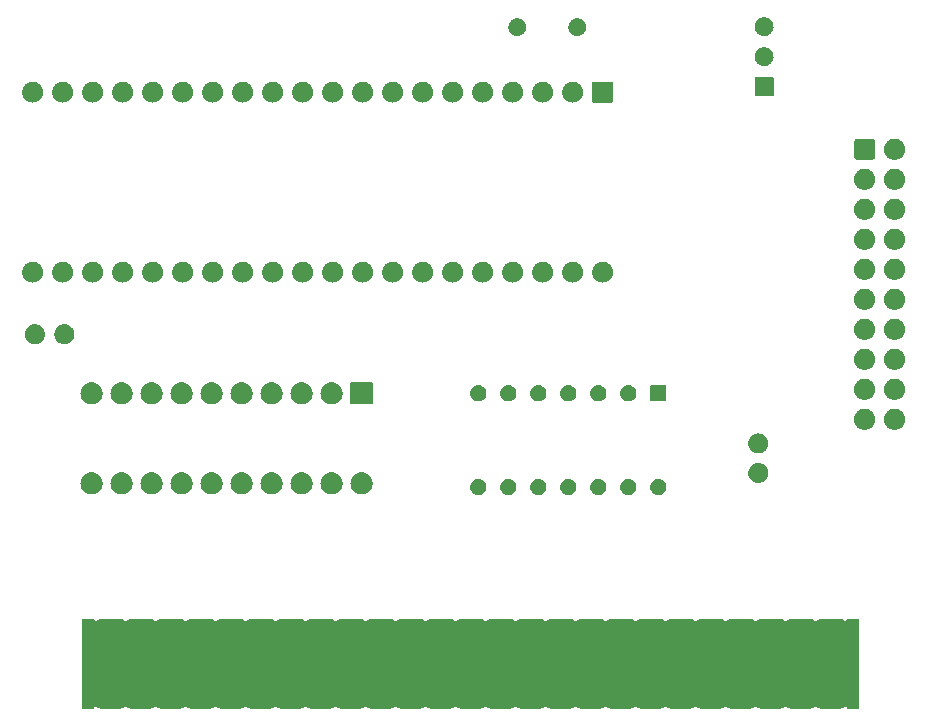
<source format=gbr>
G04 #@! TF.GenerationSoftware,KiCad,Pcbnew,8.99.0-unknown-5c22162d85~178~ubuntu22.04.1*
G04 #@! TF.CreationDate,2024-07-16T15:39:20+01:00*
G04 #@! TF.ProjectId,Lego9767,4c65676f-3937-4363-972e-6b696361645f,1.0.1*
G04 #@! TF.SameCoordinates,Original*
G04 #@! TF.FileFunction,Soldermask,Bot*
G04 #@! TF.FilePolarity,Negative*
%FSLAX46Y46*%
G04 Gerber Fmt 4.6, Leading zero omitted, Abs format (unit mm)*
G04 Created by KiCad (PCBNEW 8.99.0-unknown-5c22162d85~178~ubuntu22.04.1) date 2024-07-16 15:39:20*
%MOMM*%
%LPD*%
G01*
G04 APERTURE LIST*
G04 APERTURE END LIST*
G36*
X168782056Y-124587000D02*
G01*
X168783000Y-124587000D01*
X168783000Y-124587406D01*
X168785890Y-124590742D01*
X168788000Y-124600437D01*
X168788000Y-124742990D01*
X168942196Y-124806859D01*
X169028804Y-124720252D01*
X169098343Y-124679126D01*
X169150000Y-124647264D01*
X169155047Y-124645591D01*
X169165811Y-124639226D01*
X169234338Y-124619316D01*
X169290635Y-124600662D01*
X169302840Y-124599415D01*
X169318664Y-124594818D01*
X169418000Y-124587000D01*
X170942000Y-124587000D01*
X171041336Y-124594818D01*
X171057159Y-124599415D01*
X171069364Y-124600662D01*
X171125653Y-124619314D01*
X171194189Y-124639226D01*
X171204953Y-124645592D01*
X171209999Y-124647264D01*
X171261632Y-124679112D01*
X171331196Y-124720252D01*
X171398410Y-124787466D01*
X171501590Y-124787466D01*
X171568804Y-124720252D01*
X171638343Y-124679126D01*
X171690000Y-124647264D01*
X171695047Y-124645591D01*
X171705811Y-124639226D01*
X171774338Y-124619316D01*
X171830635Y-124600662D01*
X171842840Y-124599415D01*
X171858664Y-124594818D01*
X171958000Y-124587000D01*
X173482000Y-124587000D01*
X173581336Y-124594818D01*
X173597159Y-124599415D01*
X173609364Y-124600662D01*
X173665653Y-124619314D01*
X173734189Y-124639226D01*
X173744953Y-124645592D01*
X173749999Y-124647264D01*
X173801632Y-124679112D01*
X173871196Y-124720252D01*
X173938410Y-124787466D01*
X174041590Y-124787466D01*
X174108804Y-124720252D01*
X174178343Y-124679126D01*
X174230000Y-124647264D01*
X174235047Y-124645591D01*
X174245811Y-124639226D01*
X174314338Y-124619316D01*
X174370635Y-124600662D01*
X174382840Y-124599415D01*
X174398664Y-124594818D01*
X174498000Y-124587000D01*
X176022000Y-124587000D01*
X176121336Y-124594818D01*
X176137159Y-124599415D01*
X176149364Y-124600662D01*
X176205653Y-124619314D01*
X176274189Y-124639226D01*
X176284953Y-124645592D01*
X176289999Y-124647264D01*
X176341632Y-124679112D01*
X176411196Y-124720252D01*
X176478410Y-124787466D01*
X176581590Y-124787466D01*
X176648804Y-124720252D01*
X176718343Y-124679126D01*
X176770000Y-124647264D01*
X176775047Y-124645591D01*
X176785811Y-124639226D01*
X176854338Y-124619316D01*
X176910635Y-124600662D01*
X176922840Y-124599415D01*
X176938664Y-124594818D01*
X177038000Y-124587000D01*
X178562000Y-124587000D01*
X178661336Y-124594818D01*
X178677159Y-124599415D01*
X178689364Y-124600662D01*
X178745653Y-124619314D01*
X178814189Y-124639226D01*
X178824953Y-124645592D01*
X178829999Y-124647264D01*
X178881632Y-124679112D01*
X178951196Y-124720252D01*
X179018410Y-124787466D01*
X179121590Y-124787466D01*
X179188804Y-124720252D01*
X179258343Y-124679126D01*
X179310000Y-124647264D01*
X179315047Y-124645591D01*
X179325811Y-124639226D01*
X179394338Y-124619316D01*
X179450635Y-124600662D01*
X179462840Y-124599415D01*
X179478664Y-124594818D01*
X179578000Y-124587000D01*
X181102000Y-124587000D01*
X181201336Y-124594818D01*
X181217159Y-124599415D01*
X181229364Y-124600662D01*
X181285653Y-124619314D01*
X181354189Y-124639226D01*
X181364953Y-124645592D01*
X181369999Y-124647264D01*
X181421632Y-124679112D01*
X181491196Y-124720252D01*
X181558410Y-124787466D01*
X181661590Y-124787466D01*
X181728804Y-124720252D01*
X181798343Y-124679126D01*
X181850000Y-124647264D01*
X181855047Y-124645591D01*
X181865811Y-124639226D01*
X181934338Y-124619316D01*
X181990635Y-124600662D01*
X182002840Y-124599415D01*
X182018664Y-124594818D01*
X182118000Y-124587000D01*
X183642000Y-124587000D01*
X183741336Y-124594818D01*
X183757159Y-124599415D01*
X183769364Y-124600662D01*
X183825653Y-124619314D01*
X183894189Y-124639226D01*
X183904953Y-124645592D01*
X183909999Y-124647264D01*
X183961632Y-124679112D01*
X184031196Y-124720252D01*
X184098410Y-124787466D01*
X184201590Y-124787466D01*
X184268804Y-124720252D01*
X184338343Y-124679126D01*
X184390000Y-124647264D01*
X184395047Y-124645591D01*
X184405811Y-124639226D01*
X184474338Y-124619316D01*
X184530635Y-124600662D01*
X184542840Y-124599415D01*
X184558664Y-124594818D01*
X184658000Y-124587000D01*
X186182000Y-124587000D01*
X186281336Y-124594818D01*
X186297159Y-124599415D01*
X186309364Y-124600662D01*
X186365653Y-124619314D01*
X186434189Y-124639226D01*
X186444953Y-124645592D01*
X186449999Y-124647264D01*
X186501632Y-124679112D01*
X186571196Y-124720252D01*
X186638410Y-124787466D01*
X186741590Y-124787466D01*
X186808804Y-124720252D01*
X186878343Y-124679126D01*
X186930000Y-124647264D01*
X186935047Y-124645591D01*
X186945811Y-124639226D01*
X187014338Y-124619316D01*
X187070635Y-124600662D01*
X187082840Y-124599415D01*
X187098664Y-124594818D01*
X187198000Y-124587000D01*
X188722000Y-124587000D01*
X188821336Y-124594818D01*
X188837159Y-124599415D01*
X188849364Y-124600662D01*
X188905653Y-124619314D01*
X188974189Y-124639226D01*
X188984953Y-124645592D01*
X188989999Y-124647264D01*
X189041632Y-124679112D01*
X189111196Y-124720252D01*
X189178410Y-124787466D01*
X189281590Y-124787466D01*
X189348804Y-124720252D01*
X189418343Y-124679126D01*
X189470000Y-124647264D01*
X189475047Y-124645591D01*
X189485811Y-124639226D01*
X189554338Y-124619316D01*
X189610635Y-124600662D01*
X189622840Y-124599415D01*
X189638664Y-124594818D01*
X189738000Y-124587000D01*
X191262000Y-124587000D01*
X191361336Y-124594818D01*
X191377159Y-124599415D01*
X191389364Y-124600662D01*
X191445653Y-124619314D01*
X191514189Y-124639226D01*
X191524953Y-124645592D01*
X191529999Y-124647264D01*
X191581632Y-124679112D01*
X191651196Y-124720252D01*
X191718410Y-124787466D01*
X191821590Y-124787466D01*
X191888804Y-124720252D01*
X191958343Y-124679126D01*
X192010000Y-124647264D01*
X192015047Y-124645591D01*
X192025811Y-124639226D01*
X192094338Y-124619316D01*
X192150635Y-124600662D01*
X192162840Y-124599415D01*
X192178664Y-124594818D01*
X192278000Y-124587000D01*
X193802000Y-124587000D01*
X193901336Y-124594818D01*
X193917159Y-124599415D01*
X193929364Y-124600662D01*
X193985653Y-124619314D01*
X194054189Y-124639226D01*
X194064953Y-124645592D01*
X194069999Y-124647264D01*
X194121632Y-124679112D01*
X194191196Y-124720252D01*
X194258410Y-124787466D01*
X194361590Y-124787466D01*
X194428804Y-124720252D01*
X194498343Y-124679126D01*
X194550000Y-124647264D01*
X194555047Y-124645591D01*
X194565811Y-124639226D01*
X194634338Y-124619316D01*
X194690635Y-124600662D01*
X194702840Y-124599415D01*
X194718664Y-124594818D01*
X194818000Y-124587000D01*
X196342000Y-124587000D01*
X196441336Y-124594818D01*
X196457159Y-124599415D01*
X196469364Y-124600662D01*
X196525653Y-124619314D01*
X196594189Y-124639226D01*
X196604953Y-124645592D01*
X196609999Y-124647264D01*
X196661632Y-124679112D01*
X196731196Y-124720252D01*
X196798410Y-124787466D01*
X196901590Y-124787466D01*
X196968804Y-124720252D01*
X197038343Y-124679126D01*
X197090000Y-124647264D01*
X197095047Y-124645591D01*
X197105811Y-124639226D01*
X197174338Y-124619316D01*
X197230635Y-124600662D01*
X197242840Y-124599415D01*
X197258664Y-124594818D01*
X197358000Y-124587000D01*
X198882000Y-124587000D01*
X198981336Y-124594818D01*
X198997159Y-124599415D01*
X199009364Y-124600662D01*
X199065653Y-124619314D01*
X199134189Y-124639226D01*
X199144953Y-124645592D01*
X199149999Y-124647264D01*
X199201632Y-124679112D01*
X199271196Y-124720252D01*
X199338410Y-124787466D01*
X199441590Y-124787466D01*
X199508804Y-124720252D01*
X199578343Y-124679126D01*
X199630000Y-124647264D01*
X199635047Y-124645591D01*
X199645811Y-124639226D01*
X199714338Y-124619316D01*
X199770635Y-124600662D01*
X199782840Y-124599415D01*
X199798664Y-124594818D01*
X199898000Y-124587000D01*
X201422000Y-124587000D01*
X201521336Y-124594818D01*
X201537159Y-124599415D01*
X201549364Y-124600662D01*
X201605653Y-124619314D01*
X201674189Y-124639226D01*
X201684953Y-124645592D01*
X201689999Y-124647264D01*
X201741632Y-124679112D01*
X201811196Y-124720252D01*
X201878410Y-124787466D01*
X201981590Y-124787466D01*
X202048804Y-124720252D01*
X202118343Y-124679126D01*
X202170000Y-124647264D01*
X202175047Y-124645591D01*
X202185811Y-124639226D01*
X202254338Y-124619316D01*
X202310635Y-124600662D01*
X202322840Y-124599415D01*
X202338664Y-124594818D01*
X202438000Y-124587000D01*
X203962000Y-124587000D01*
X204061336Y-124594818D01*
X204077159Y-124599415D01*
X204089364Y-124600662D01*
X204145653Y-124619314D01*
X204214189Y-124639226D01*
X204224953Y-124645592D01*
X204229999Y-124647264D01*
X204281632Y-124679112D01*
X204351196Y-124720252D01*
X204418410Y-124787466D01*
X204521590Y-124787466D01*
X204588804Y-124720252D01*
X204658343Y-124679126D01*
X204710000Y-124647264D01*
X204715047Y-124645591D01*
X204725811Y-124639226D01*
X204794338Y-124619316D01*
X204850635Y-124600662D01*
X204862840Y-124599415D01*
X204878664Y-124594818D01*
X204978000Y-124587000D01*
X206502000Y-124587000D01*
X206601336Y-124594818D01*
X206617159Y-124599415D01*
X206629364Y-124600662D01*
X206685653Y-124619314D01*
X206754189Y-124639226D01*
X206764953Y-124645592D01*
X206769999Y-124647264D01*
X206821632Y-124679112D01*
X206891196Y-124720252D01*
X206958410Y-124787466D01*
X207061590Y-124787466D01*
X207128804Y-124720252D01*
X207198343Y-124679126D01*
X207250000Y-124647264D01*
X207255047Y-124645591D01*
X207265811Y-124639226D01*
X207334338Y-124619316D01*
X207390635Y-124600662D01*
X207402840Y-124599415D01*
X207418664Y-124594818D01*
X207518000Y-124587000D01*
X209042000Y-124587000D01*
X209141336Y-124594818D01*
X209157159Y-124599415D01*
X209169364Y-124600662D01*
X209225653Y-124619314D01*
X209294189Y-124639226D01*
X209304953Y-124645592D01*
X209309999Y-124647264D01*
X209361632Y-124679112D01*
X209431196Y-124720252D01*
X209498410Y-124787466D01*
X209601590Y-124787466D01*
X209668804Y-124720252D01*
X209738343Y-124679126D01*
X209790000Y-124647264D01*
X209795047Y-124645591D01*
X209805811Y-124639226D01*
X209874338Y-124619316D01*
X209930635Y-124600662D01*
X209942840Y-124599415D01*
X209958664Y-124594818D01*
X210058000Y-124587000D01*
X211582000Y-124587000D01*
X211681336Y-124594818D01*
X211697159Y-124599415D01*
X211709364Y-124600662D01*
X211765653Y-124619314D01*
X211834189Y-124639226D01*
X211844953Y-124645592D01*
X211849999Y-124647264D01*
X211901632Y-124679112D01*
X211971196Y-124720252D01*
X212038410Y-124787466D01*
X212141590Y-124787466D01*
X212208804Y-124720252D01*
X212278343Y-124679126D01*
X212330000Y-124647264D01*
X212335047Y-124645591D01*
X212345811Y-124639226D01*
X212414338Y-124619316D01*
X212470635Y-124600662D01*
X212482840Y-124599415D01*
X212498664Y-124594818D01*
X212598000Y-124587000D01*
X214122000Y-124587000D01*
X214221336Y-124594818D01*
X214237159Y-124599415D01*
X214249364Y-124600662D01*
X214305653Y-124619314D01*
X214374189Y-124639226D01*
X214384953Y-124645592D01*
X214389999Y-124647264D01*
X214441632Y-124679112D01*
X214511196Y-124720252D01*
X214578410Y-124787466D01*
X214681590Y-124787466D01*
X214748804Y-124720252D01*
X214818343Y-124679126D01*
X214870000Y-124647264D01*
X214875047Y-124645591D01*
X214885811Y-124639226D01*
X214954338Y-124619316D01*
X215010635Y-124600662D01*
X215022840Y-124599415D01*
X215038664Y-124594818D01*
X215138000Y-124587000D01*
X216662000Y-124587000D01*
X216761336Y-124594818D01*
X216777159Y-124599415D01*
X216789364Y-124600662D01*
X216845653Y-124619314D01*
X216914189Y-124639226D01*
X216924953Y-124645592D01*
X216929999Y-124647264D01*
X216981632Y-124679112D01*
X217051196Y-124720252D01*
X217118410Y-124787466D01*
X217221590Y-124787466D01*
X217288804Y-124720252D01*
X217358343Y-124679126D01*
X217410000Y-124647264D01*
X217415047Y-124645591D01*
X217425811Y-124639226D01*
X217494338Y-124619316D01*
X217550635Y-124600662D01*
X217562840Y-124599415D01*
X217578664Y-124594818D01*
X217678000Y-124587000D01*
X219202000Y-124587000D01*
X219301336Y-124594818D01*
X219317159Y-124599415D01*
X219329364Y-124600662D01*
X219385653Y-124619314D01*
X219454189Y-124639226D01*
X219464953Y-124645592D01*
X219469999Y-124647264D01*
X219521632Y-124679112D01*
X219591196Y-124720252D01*
X219658410Y-124787466D01*
X219761590Y-124787466D01*
X219828804Y-124720252D01*
X219898343Y-124679126D01*
X219950000Y-124647264D01*
X219955047Y-124645591D01*
X219965811Y-124639226D01*
X220034338Y-124619316D01*
X220090635Y-124600662D01*
X220102840Y-124599415D01*
X220118664Y-124594818D01*
X220218000Y-124587000D01*
X221742000Y-124587000D01*
X221841336Y-124594818D01*
X221857159Y-124599415D01*
X221869364Y-124600662D01*
X221925653Y-124619314D01*
X221994189Y-124639226D01*
X222004953Y-124645592D01*
X222009999Y-124647264D01*
X222061632Y-124679112D01*
X222131196Y-124720252D01*
X222198410Y-124787466D01*
X222301590Y-124787466D01*
X222368804Y-124720252D01*
X222438343Y-124679126D01*
X222490000Y-124647264D01*
X222495047Y-124645591D01*
X222505811Y-124639226D01*
X222574338Y-124619316D01*
X222630635Y-124600662D01*
X222642840Y-124599415D01*
X222658664Y-124594818D01*
X222758000Y-124587000D01*
X224282000Y-124587000D01*
X224381336Y-124594818D01*
X224397159Y-124599415D01*
X224409364Y-124600662D01*
X224465653Y-124619314D01*
X224534189Y-124639226D01*
X224544953Y-124645592D01*
X224549999Y-124647264D01*
X224601632Y-124679112D01*
X224671196Y-124720252D01*
X224738410Y-124787466D01*
X224841590Y-124787466D01*
X224908804Y-124720252D01*
X224978343Y-124679126D01*
X225030000Y-124647264D01*
X225035047Y-124645591D01*
X225045811Y-124639226D01*
X225114338Y-124619316D01*
X225170635Y-124600662D01*
X225182840Y-124599415D01*
X225198664Y-124594818D01*
X225298000Y-124587000D01*
X226822000Y-124587000D01*
X226921336Y-124594818D01*
X226937159Y-124599415D01*
X226949364Y-124600662D01*
X227005653Y-124619314D01*
X227074189Y-124639226D01*
X227084953Y-124645592D01*
X227089999Y-124647264D01*
X227141632Y-124679112D01*
X227211196Y-124720252D01*
X227278410Y-124787466D01*
X227381590Y-124787466D01*
X227448804Y-124720252D01*
X227518343Y-124679126D01*
X227570000Y-124647264D01*
X227575047Y-124645591D01*
X227585811Y-124639226D01*
X227654338Y-124619316D01*
X227710635Y-124600662D01*
X227722840Y-124599415D01*
X227738664Y-124594818D01*
X227838000Y-124587000D01*
X229362000Y-124587000D01*
X229461336Y-124594818D01*
X229477159Y-124599415D01*
X229489364Y-124600662D01*
X229545653Y-124619314D01*
X229614189Y-124639226D01*
X229624953Y-124645592D01*
X229629999Y-124647264D01*
X229681632Y-124679112D01*
X229751196Y-124720252D01*
X229818410Y-124787466D01*
X229921590Y-124787466D01*
X229988804Y-124720252D01*
X230058343Y-124679126D01*
X230110000Y-124647264D01*
X230115047Y-124645591D01*
X230125811Y-124639226D01*
X230194338Y-124619316D01*
X230250635Y-124600662D01*
X230262840Y-124599415D01*
X230278664Y-124594818D01*
X230378000Y-124587000D01*
X231902000Y-124587000D01*
X232001336Y-124594818D01*
X232017159Y-124599415D01*
X232029364Y-124600662D01*
X232085653Y-124619314D01*
X232154189Y-124639226D01*
X232164953Y-124645592D01*
X232169999Y-124647264D01*
X232221632Y-124679112D01*
X232291196Y-124720252D01*
X232377803Y-124806859D01*
X232532000Y-124742990D01*
X232532000Y-124604973D01*
X232537000Y-124587942D01*
X232537000Y-124587000D01*
X232537405Y-124587000D01*
X232540742Y-124584109D01*
X232550438Y-124582000D01*
X233535027Y-124582000D01*
X233552056Y-124587000D01*
X233553000Y-124587000D01*
X233553000Y-124587406D01*
X233555890Y-124590742D01*
X233558000Y-124600437D01*
X233558000Y-132189026D01*
X233553000Y-132206053D01*
X233553000Y-132207000D01*
X233552593Y-132207000D01*
X233549257Y-132209890D01*
X233539562Y-132212000D01*
X232554973Y-132212000D01*
X232537946Y-132207000D01*
X232537000Y-132207000D01*
X232537000Y-132206594D01*
X232534109Y-132203257D01*
X232532000Y-132193562D01*
X232532000Y-132051010D01*
X232377803Y-131987140D01*
X232291196Y-132073748D01*
X232221593Y-132114911D01*
X232169999Y-132146735D01*
X232164957Y-132148405D01*
X232154189Y-132154774D01*
X232085628Y-132174692D01*
X232029364Y-132193337D01*
X232017165Y-132194583D01*
X232001336Y-132199182D01*
X231902000Y-132207000D01*
X230378000Y-132207000D01*
X230278664Y-132199182D01*
X230262835Y-132194583D01*
X230250635Y-132193337D01*
X230194363Y-132174690D01*
X230125811Y-132154774D01*
X230115044Y-132148406D01*
X230110000Y-132146735D01*
X230058382Y-132114896D01*
X229988804Y-132073748D01*
X229921590Y-132006534D01*
X229818410Y-132006534D01*
X229751196Y-132073748D01*
X229681593Y-132114911D01*
X229629999Y-132146735D01*
X229624957Y-132148405D01*
X229614189Y-132154774D01*
X229545628Y-132174692D01*
X229489364Y-132193337D01*
X229477165Y-132194583D01*
X229461336Y-132199182D01*
X229362000Y-132207000D01*
X227838000Y-132207000D01*
X227738664Y-132199182D01*
X227722835Y-132194583D01*
X227710635Y-132193337D01*
X227654363Y-132174690D01*
X227585811Y-132154774D01*
X227575044Y-132148406D01*
X227570000Y-132146735D01*
X227518382Y-132114896D01*
X227448804Y-132073748D01*
X227381590Y-132006534D01*
X227278410Y-132006534D01*
X227211196Y-132073748D01*
X227141593Y-132114911D01*
X227089999Y-132146735D01*
X227084957Y-132148405D01*
X227074189Y-132154774D01*
X227005628Y-132174692D01*
X226949364Y-132193337D01*
X226937165Y-132194583D01*
X226921336Y-132199182D01*
X226822000Y-132207000D01*
X225298000Y-132207000D01*
X225198664Y-132199182D01*
X225182835Y-132194583D01*
X225170635Y-132193337D01*
X225114363Y-132174690D01*
X225045811Y-132154774D01*
X225035044Y-132148406D01*
X225030000Y-132146735D01*
X224978382Y-132114896D01*
X224908804Y-132073748D01*
X224841590Y-132006534D01*
X224738410Y-132006534D01*
X224671196Y-132073748D01*
X224601593Y-132114911D01*
X224549999Y-132146735D01*
X224544957Y-132148405D01*
X224534189Y-132154774D01*
X224465628Y-132174692D01*
X224409364Y-132193337D01*
X224397165Y-132194583D01*
X224381336Y-132199182D01*
X224282000Y-132207000D01*
X222758000Y-132207000D01*
X222658664Y-132199182D01*
X222642835Y-132194583D01*
X222630635Y-132193337D01*
X222574363Y-132174690D01*
X222505811Y-132154774D01*
X222495044Y-132148406D01*
X222490000Y-132146735D01*
X222438382Y-132114896D01*
X222368804Y-132073748D01*
X222301590Y-132006534D01*
X222198410Y-132006534D01*
X222131196Y-132073748D01*
X222061593Y-132114911D01*
X222009999Y-132146735D01*
X222004957Y-132148405D01*
X221994189Y-132154774D01*
X221925628Y-132174692D01*
X221869364Y-132193337D01*
X221857165Y-132194583D01*
X221841336Y-132199182D01*
X221742000Y-132207000D01*
X220218000Y-132207000D01*
X220118664Y-132199182D01*
X220102835Y-132194583D01*
X220090635Y-132193337D01*
X220034363Y-132174690D01*
X219965811Y-132154774D01*
X219955044Y-132148406D01*
X219950000Y-132146735D01*
X219898382Y-132114896D01*
X219828804Y-132073748D01*
X219761590Y-132006534D01*
X219658410Y-132006534D01*
X219591196Y-132073748D01*
X219521593Y-132114911D01*
X219469999Y-132146735D01*
X219464957Y-132148405D01*
X219454189Y-132154774D01*
X219385628Y-132174692D01*
X219329364Y-132193337D01*
X219317165Y-132194583D01*
X219301336Y-132199182D01*
X219202000Y-132207000D01*
X217678000Y-132207000D01*
X217578664Y-132199182D01*
X217562835Y-132194583D01*
X217550635Y-132193337D01*
X217494363Y-132174690D01*
X217425811Y-132154774D01*
X217415044Y-132148406D01*
X217410000Y-132146735D01*
X217358382Y-132114896D01*
X217288804Y-132073748D01*
X217221590Y-132006534D01*
X217118410Y-132006534D01*
X217051196Y-132073748D01*
X216981593Y-132114911D01*
X216929999Y-132146735D01*
X216924957Y-132148405D01*
X216914189Y-132154774D01*
X216845628Y-132174692D01*
X216789364Y-132193337D01*
X216777165Y-132194583D01*
X216761336Y-132199182D01*
X216662000Y-132207000D01*
X215138000Y-132207000D01*
X215038664Y-132199182D01*
X215022835Y-132194583D01*
X215010635Y-132193337D01*
X214954363Y-132174690D01*
X214885811Y-132154774D01*
X214875044Y-132148406D01*
X214870000Y-132146735D01*
X214818382Y-132114896D01*
X214748804Y-132073748D01*
X214681590Y-132006534D01*
X214578410Y-132006534D01*
X214511196Y-132073748D01*
X214441593Y-132114911D01*
X214389999Y-132146735D01*
X214384957Y-132148405D01*
X214374189Y-132154774D01*
X214305628Y-132174692D01*
X214249364Y-132193337D01*
X214237165Y-132194583D01*
X214221336Y-132199182D01*
X214122000Y-132207000D01*
X212598000Y-132207000D01*
X212498664Y-132199182D01*
X212482835Y-132194583D01*
X212470635Y-132193337D01*
X212414363Y-132174690D01*
X212345811Y-132154774D01*
X212335044Y-132148406D01*
X212330000Y-132146735D01*
X212278382Y-132114896D01*
X212208804Y-132073748D01*
X212141590Y-132006534D01*
X212038410Y-132006534D01*
X211971196Y-132073748D01*
X211901593Y-132114911D01*
X211849999Y-132146735D01*
X211844957Y-132148405D01*
X211834189Y-132154774D01*
X211765628Y-132174692D01*
X211709364Y-132193337D01*
X211697165Y-132194583D01*
X211681336Y-132199182D01*
X211582000Y-132207000D01*
X210058000Y-132207000D01*
X209958664Y-132199182D01*
X209942835Y-132194583D01*
X209930635Y-132193337D01*
X209874363Y-132174690D01*
X209805811Y-132154774D01*
X209795044Y-132148406D01*
X209790000Y-132146735D01*
X209738382Y-132114896D01*
X209668804Y-132073748D01*
X209601590Y-132006534D01*
X209498410Y-132006534D01*
X209431196Y-132073748D01*
X209361593Y-132114911D01*
X209309999Y-132146735D01*
X209304957Y-132148405D01*
X209294189Y-132154774D01*
X209225628Y-132174692D01*
X209169364Y-132193337D01*
X209157165Y-132194583D01*
X209141336Y-132199182D01*
X209042000Y-132207000D01*
X207518000Y-132207000D01*
X207418664Y-132199182D01*
X207402835Y-132194583D01*
X207390635Y-132193337D01*
X207334363Y-132174690D01*
X207265811Y-132154774D01*
X207255044Y-132148406D01*
X207250000Y-132146735D01*
X207198382Y-132114896D01*
X207128804Y-132073748D01*
X207061590Y-132006534D01*
X206958410Y-132006534D01*
X206891196Y-132073748D01*
X206821593Y-132114911D01*
X206769999Y-132146735D01*
X206764957Y-132148405D01*
X206754189Y-132154774D01*
X206685628Y-132174692D01*
X206629364Y-132193337D01*
X206617165Y-132194583D01*
X206601336Y-132199182D01*
X206502000Y-132207000D01*
X204978000Y-132207000D01*
X204878664Y-132199182D01*
X204862835Y-132194583D01*
X204850635Y-132193337D01*
X204794363Y-132174690D01*
X204725811Y-132154774D01*
X204715044Y-132148406D01*
X204710000Y-132146735D01*
X204658382Y-132114896D01*
X204588804Y-132073748D01*
X204521590Y-132006534D01*
X204418410Y-132006534D01*
X204351196Y-132073748D01*
X204281593Y-132114911D01*
X204229999Y-132146735D01*
X204224957Y-132148405D01*
X204214189Y-132154774D01*
X204145628Y-132174692D01*
X204089364Y-132193337D01*
X204077165Y-132194583D01*
X204061336Y-132199182D01*
X203962000Y-132207000D01*
X202438000Y-132207000D01*
X202338664Y-132199182D01*
X202322835Y-132194583D01*
X202310635Y-132193337D01*
X202254363Y-132174690D01*
X202185811Y-132154774D01*
X202175044Y-132148406D01*
X202170000Y-132146735D01*
X202118382Y-132114896D01*
X202048804Y-132073748D01*
X201981590Y-132006534D01*
X201878410Y-132006534D01*
X201811196Y-132073748D01*
X201741593Y-132114911D01*
X201689999Y-132146735D01*
X201684957Y-132148405D01*
X201674189Y-132154774D01*
X201605628Y-132174692D01*
X201549364Y-132193337D01*
X201537165Y-132194583D01*
X201521336Y-132199182D01*
X201422000Y-132207000D01*
X199898000Y-132207000D01*
X199798664Y-132199182D01*
X199782835Y-132194583D01*
X199770635Y-132193337D01*
X199714363Y-132174690D01*
X199645811Y-132154774D01*
X199635044Y-132148406D01*
X199630000Y-132146735D01*
X199578382Y-132114896D01*
X199508804Y-132073748D01*
X199441590Y-132006534D01*
X199338410Y-132006534D01*
X199271196Y-132073748D01*
X199201593Y-132114911D01*
X199149999Y-132146735D01*
X199144957Y-132148405D01*
X199134189Y-132154774D01*
X199065628Y-132174692D01*
X199009364Y-132193337D01*
X198997165Y-132194583D01*
X198981336Y-132199182D01*
X198882000Y-132207000D01*
X197358000Y-132207000D01*
X197258664Y-132199182D01*
X197242835Y-132194583D01*
X197230635Y-132193337D01*
X197174363Y-132174690D01*
X197105811Y-132154774D01*
X197095044Y-132148406D01*
X197090000Y-132146735D01*
X197038382Y-132114896D01*
X196968804Y-132073748D01*
X196901590Y-132006534D01*
X196798410Y-132006534D01*
X196731196Y-132073748D01*
X196661593Y-132114911D01*
X196609999Y-132146735D01*
X196604957Y-132148405D01*
X196594189Y-132154774D01*
X196525628Y-132174692D01*
X196469364Y-132193337D01*
X196457165Y-132194583D01*
X196441336Y-132199182D01*
X196342000Y-132207000D01*
X194818000Y-132207000D01*
X194718664Y-132199182D01*
X194702835Y-132194583D01*
X194690635Y-132193337D01*
X194634363Y-132174690D01*
X194565811Y-132154774D01*
X194555044Y-132148406D01*
X194550000Y-132146735D01*
X194498382Y-132114896D01*
X194428804Y-132073748D01*
X194361590Y-132006534D01*
X194258410Y-132006534D01*
X194191196Y-132073748D01*
X194121593Y-132114911D01*
X194069999Y-132146735D01*
X194064957Y-132148405D01*
X194054189Y-132154774D01*
X193985628Y-132174692D01*
X193929364Y-132193337D01*
X193917165Y-132194583D01*
X193901336Y-132199182D01*
X193802000Y-132207000D01*
X192278000Y-132207000D01*
X192178664Y-132199182D01*
X192162835Y-132194583D01*
X192150635Y-132193337D01*
X192094363Y-132174690D01*
X192025811Y-132154774D01*
X192015044Y-132148406D01*
X192010000Y-132146735D01*
X191958382Y-132114896D01*
X191888804Y-132073748D01*
X191821590Y-132006534D01*
X191718410Y-132006534D01*
X191651196Y-132073748D01*
X191581593Y-132114911D01*
X191529999Y-132146735D01*
X191524957Y-132148405D01*
X191514189Y-132154774D01*
X191445628Y-132174692D01*
X191389364Y-132193337D01*
X191377165Y-132194583D01*
X191361336Y-132199182D01*
X191262000Y-132207000D01*
X189738000Y-132207000D01*
X189638664Y-132199182D01*
X189622835Y-132194583D01*
X189610635Y-132193337D01*
X189554363Y-132174690D01*
X189485811Y-132154774D01*
X189475044Y-132148406D01*
X189470000Y-132146735D01*
X189418382Y-132114896D01*
X189348804Y-132073748D01*
X189281590Y-132006534D01*
X189178410Y-132006534D01*
X189111196Y-132073748D01*
X189041593Y-132114911D01*
X188989999Y-132146735D01*
X188984957Y-132148405D01*
X188974189Y-132154774D01*
X188905628Y-132174692D01*
X188849364Y-132193337D01*
X188837165Y-132194583D01*
X188821336Y-132199182D01*
X188722000Y-132207000D01*
X187198000Y-132207000D01*
X187098664Y-132199182D01*
X187082835Y-132194583D01*
X187070635Y-132193337D01*
X187014363Y-132174690D01*
X186945811Y-132154774D01*
X186935044Y-132148406D01*
X186930000Y-132146735D01*
X186878382Y-132114896D01*
X186808804Y-132073748D01*
X186741590Y-132006534D01*
X186638410Y-132006534D01*
X186571196Y-132073748D01*
X186501593Y-132114911D01*
X186449999Y-132146735D01*
X186444957Y-132148405D01*
X186434189Y-132154774D01*
X186365628Y-132174692D01*
X186309364Y-132193337D01*
X186297165Y-132194583D01*
X186281336Y-132199182D01*
X186182000Y-132207000D01*
X184658000Y-132207000D01*
X184558664Y-132199182D01*
X184542835Y-132194583D01*
X184530635Y-132193337D01*
X184474363Y-132174690D01*
X184405811Y-132154774D01*
X184395044Y-132148406D01*
X184390000Y-132146735D01*
X184338382Y-132114896D01*
X184268804Y-132073748D01*
X184201590Y-132006534D01*
X184098410Y-132006534D01*
X184031196Y-132073748D01*
X183961593Y-132114911D01*
X183909999Y-132146735D01*
X183904957Y-132148405D01*
X183894189Y-132154774D01*
X183825628Y-132174692D01*
X183769364Y-132193337D01*
X183757165Y-132194583D01*
X183741336Y-132199182D01*
X183642000Y-132207000D01*
X182118000Y-132207000D01*
X182018664Y-132199182D01*
X182002835Y-132194583D01*
X181990635Y-132193337D01*
X181934363Y-132174690D01*
X181865811Y-132154774D01*
X181855044Y-132148406D01*
X181850000Y-132146735D01*
X181798382Y-132114896D01*
X181728804Y-132073748D01*
X181661590Y-132006534D01*
X181558410Y-132006534D01*
X181491196Y-132073748D01*
X181421593Y-132114911D01*
X181369999Y-132146735D01*
X181364957Y-132148405D01*
X181354189Y-132154774D01*
X181285628Y-132174692D01*
X181229364Y-132193337D01*
X181217165Y-132194583D01*
X181201336Y-132199182D01*
X181102000Y-132207000D01*
X179578000Y-132207000D01*
X179478664Y-132199182D01*
X179462835Y-132194583D01*
X179450635Y-132193337D01*
X179394363Y-132174690D01*
X179325811Y-132154774D01*
X179315044Y-132148406D01*
X179310000Y-132146735D01*
X179258382Y-132114896D01*
X179188804Y-132073748D01*
X179121590Y-132006534D01*
X179018410Y-132006534D01*
X178951196Y-132073748D01*
X178881593Y-132114911D01*
X178829999Y-132146735D01*
X178824957Y-132148405D01*
X178814189Y-132154774D01*
X178745628Y-132174692D01*
X178689364Y-132193337D01*
X178677165Y-132194583D01*
X178661336Y-132199182D01*
X178562000Y-132207000D01*
X177038000Y-132207000D01*
X176938664Y-132199182D01*
X176922835Y-132194583D01*
X176910635Y-132193337D01*
X176854363Y-132174690D01*
X176785811Y-132154774D01*
X176775044Y-132148406D01*
X176770000Y-132146735D01*
X176718382Y-132114896D01*
X176648804Y-132073748D01*
X176581590Y-132006534D01*
X176478410Y-132006534D01*
X176411196Y-132073748D01*
X176341593Y-132114911D01*
X176289999Y-132146735D01*
X176284957Y-132148405D01*
X176274189Y-132154774D01*
X176205628Y-132174692D01*
X176149364Y-132193337D01*
X176137165Y-132194583D01*
X176121336Y-132199182D01*
X176022000Y-132207000D01*
X174498000Y-132207000D01*
X174398664Y-132199182D01*
X174382835Y-132194583D01*
X174370635Y-132193337D01*
X174314363Y-132174690D01*
X174245811Y-132154774D01*
X174235044Y-132148406D01*
X174230000Y-132146735D01*
X174178382Y-132114896D01*
X174108804Y-132073748D01*
X174041590Y-132006534D01*
X173938410Y-132006534D01*
X173871196Y-132073748D01*
X173801593Y-132114911D01*
X173749999Y-132146735D01*
X173744957Y-132148405D01*
X173734189Y-132154774D01*
X173665628Y-132174692D01*
X173609364Y-132193337D01*
X173597165Y-132194583D01*
X173581336Y-132199182D01*
X173482000Y-132207000D01*
X171958000Y-132207000D01*
X171858664Y-132199182D01*
X171842835Y-132194583D01*
X171830635Y-132193337D01*
X171774363Y-132174690D01*
X171705811Y-132154774D01*
X171695044Y-132148406D01*
X171690000Y-132146735D01*
X171638382Y-132114896D01*
X171568804Y-132073748D01*
X171501590Y-132006534D01*
X171398410Y-132006534D01*
X171331196Y-132073748D01*
X171261593Y-132114911D01*
X171209999Y-132146735D01*
X171204957Y-132148405D01*
X171194189Y-132154774D01*
X171125628Y-132174692D01*
X171069364Y-132193337D01*
X171057165Y-132194583D01*
X171041336Y-132199182D01*
X170942000Y-132207000D01*
X169418000Y-132207000D01*
X169318664Y-132199182D01*
X169302835Y-132194583D01*
X169290635Y-132193337D01*
X169234363Y-132174690D01*
X169165811Y-132154774D01*
X169155044Y-132148406D01*
X169150000Y-132146735D01*
X169098382Y-132114896D01*
X169028804Y-132073748D01*
X168942196Y-131987140D01*
X168788000Y-132051010D01*
X168788000Y-132189026D01*
X168783000Y-132206053D01*
X168783000Y-132207000D01*
X168782593Y-132207000D01*
X168779257Y-132209890D01*
X168769562Y-132212000D01*
X167784973Y-132212000D01*
X167767946Y-132207000D01*
X167767000Y-132207000D01*
X167767000Y-132206594D01*
X167764109Y-132203257D01*
X167762000Y-132193562D01*
X167762000Y-124604973D01*
X167767000Y-124587942D01*
X167767000Y-124587000D01*
X167767405Y-124587000D01*
X167770742Y-124584109D01*
X167780438Y-124582000D01*
X168765027Y-124582000D01*
X168782056Y-124587000D01*
G37*
G36*
X201337437Y-112758009D02*
G01*
X201382809Y-112758009D01*
X201421013Y-112767425D01*
X201452694Y-112770995D01*
X201493678Y-112785335D01*
X201543614Y-112797644D01*
X201573140Y-112813140D01*
X201597733Y-112821746D01*
X201639296Y-112847862D01*
X201690260Y-112874610D01*
X201710739Y-112892752D01*
X201727843Y-112903500D01*
X201766461Y-112942118D01*
X201814227Y-112984435D01*
X201826369Y-113002026D01*
X201836499Y-113012156D01*
X201868346Y-113062840D01*
X201908308Y-113120735D01*
X201913764Y-113135122D01*
X201918253Y-113142266D01*
X201939474Y-113202913D01*
X201967037Y-113275590D01*
X201968170Y-113284921D01*
X201969004Y-113287305D01*
X201976013Y-113349516D01*
X201987000Y-113440000D01*
X201976012Y-113530490D01*
X201969004Y-113592694D01*
X201968170Y-113595076D01*
X201967037Y-113604410D01*
X201939469Y-113677098D01*
X201918253Y-113737733D01*
X201913765Y-113744874D01*
X201908308Y-113759265D01*
X201868339Y-113817169D01*
X201836499Y-113867843D01*
X201826371Y-113877970D01*
X201814227Y-113895565D01*
X201766452Y-113937889D01*
X201727843Y-113976499D01*
X201710742Y-113987243D01*
X201690260Y-114005390D01*
X201639286Y-114032142D01*
X201597733Y-114058253D01*
X201573146Y-114066856D01*
X201543614Y-114082356D01*
X201493668Y-114094666D01*
X201452694Y-114109004D01*
X201421020Y-114112572D01*
X201382809Y-114121991D01*
X201337428Y-114121991D01*
X201300000Y-114126208D01*
X201262572Y-114121991D01*
X201217191Y-114121991D01*
X201178979Y-114112572D01*
X201147305Y-114109004D01*
X201106328Y-114094665D01*
X201056386Y-114082356D01*
X201026855Y-114066857D01*
X201002266Y-114058253D01*
X200960707Y-114032139D01*
X200909740Y-114005390D01*
X200889259Y-113987245D01*
X200872156Y-113976499D01*
X200833538Y-113937881D01*
X200785773Y-113895565D01*
X200773630Y-113877973D01*
X200763500Y-113867843D01*
X200731649Y-113817153D01*
X200691692Y-113759265D01*
X200686235Y-113744878D01*
X200681746Y-113737733D01*
X200660517Y-113677063D01*
X200632963Y-113604410D01*
X200631830Y-113595081D01*
X200630995Y-113592694D01*
X200623973Y-113530376D01*
X200613000Y-113440000D01*
X200623972Y-113349631D01*
X200630995Y-113287305D01*
X200631830Y-113284917D01*
X200632963Y-113275590D01*
X200660512Y-113202947D01*
X200681746Y-113142266D01*
X200686236Y-113135118D01*
X200691692Y-113120735D01*
X200731642Y-113062856D01*
X200763500Y-113012156D01*
X200773632Y-113002023D01*
X200785773Y-112984435D01*
X200833529Y-112942126D01*
X200872156Y-112903500D01*
X200889263Y-112892750D01*
X200909740Y-112874610D01*
X200960697Y-112847865D01*
X201002266Y-112821746D01*
X201026861Y-112813139D01*
X201056386Y-112797644D01*
X201106318Y-112785336D01*
X201147305Y-112770995D01*
X201178987Y-112767425D01*
X201217191Y-112758009D01*
X201262563Y-112758009D01*
X201300000Y-112753791D01*
X201337437Y-112758009D01*
G37*
G36*
X203877437Y-112758009D02*
G01*
X203922809Y-112758009D01*
X203961013Y-112767425D01*
X203992694Y-112770995D01*
X204033678Y-112785335D01*
X204083614Y-112797644D01*
X204113140Y-112813140D01*
X204137733Y-112821746D01*
X204179296Y-112847862D01*
X204230260Y-112874610D01*
X204250739Y-112892752D01*
X204267843Y-112903500D01*
X204306461Y-112942118D01*
X204354227Y-112984435D01*
X204366369Y-113002026D01*
X204376499Y-113012156D01*
X204408346Y-113062840D01*
X204448308Y-113120735D01*
X204453764Y-113135122D01*
X204458253Y-113142266D01*
X204479474Y-113202913D01*
X204507037Y-113275590D01*
X204508170Y-113284921D01*
X204509004Y-113287305D01*
X204516013Y-113349516D01*
X204527000Y-113440000D01*
X204516012Y-113530490D01*
X204509004Y-113592694D01*
X204508170Y-113595076D01*
X204507037Y-113604410D01*
X204479469Y-113677098D01*
X204458253Y-113737733D01*
X204453765Y-113744874D01*
X204448308Y-113759265D01*
X204408339Y-113817169D01*
X204376499Y-113867843D01*
X204366371Y-113877970D01*
X204354227Y-113895565D01*
X204306452Y-113937889D01*
X204267843Y-113976499D01*
X204250742Y-113987243D01*
X204230260Y-114005390D01*
X204179286Y-114032142D01*
X204137733Y-114058253D01*
X204113146Y-114066856D01*
X204083614Y-114082356D01*
X204033668Y-114094666D01*
X203992694Y-114109004D01*
X203961020Y-114112572D01*
X203922809Y-114121991D01*
X203877428Y-114121991D01*
X203840000Y-114126208D01*
X203802572Y-114121991D01*
X203757191Y-114121991D01*
X203718979Y-114112572D01*
X203687305Y-114109004D01*
X203646328Y-114094665D01*
X203596386Y-114082356D01*
X203566855Y-114066857D01*
X203542266Y-114058253D01*
X203500707Y-114032139D01*
X203449740Y-114005390D01*
X203429259Y-113987245D01*
X203412156Y-113976499D01*
X203373538Y-113937881D01*
X203325773Y-113895565D01*
X203313630Y-113877973D01*
X203303500Y-113867843D01*
X203271649Y-113817153D01*
X203231692Y-113759265D01*
X203226235Y-113744878D01*
X203221746Y-113737733D01*
X203200517Y-113677063D01*
X203172963Y-113604410D01*
X203171830Y-113595081D01*
X203170995Y-113592694D01*
X203163973Y-113530376D01*
X203153000Y-113440000D01*
X203163972Y-113349631D01*
X203170995Y-113287305D01*
X203171830Y-113284917D01*
X203172963Y-113275590D01*
X203200512Y-113202947D01*
X203221746Y-113142266D01*
X203226236Y-113135118D01*
X203231692Y-113120735D01*
X203271642Y-113062856D01*
X203303500Y-113012156D01*
X203313632Y-113002023D01*
X203325773Y-112984435D01*
X203373529Y-112942126D01*
X203412156Y-112903500D01*
X203429263Y-112892750D01*
X203449740Y-112874610D01*
X203500697Y-112847865D01*
X203542266Y-112821746D01*
X203566861Y-112813139D01*
X203596386Y-112797644D01*
X203646318Y-112785336D01*
X203687305Y-112770995D01*
X203718987Y-112767425D01*
X203757191Y-112758009D01*
X203802563Y-112758009D01*
X203840000Y-112753791D01*
X203877437Y-112758009D01*
G37*
G36*
X206417437Y-112758009D02*
G01*
X206462809Y-112758009D01*
X206501013Y-112767425D01*
X206532694Y-112770995D01*
X206573678Y-112785335D01*
X206623614Y-112797644D01*
X206653140Y-112813140D01*
X206677733Y-112821746D01*
X206719296Y-112847862D01*
X206770260Y-112874610D01*
X206790739Y-112892752D01*
X206807843Y-112903500D01*
X206846461Y-112942118D01*
X206894227Y-112984435D01*
X206906369Y-113002026D01*
X206916499Y-113012156D01*
X206948346Y-113062840D01*
X206988308Y-113120735D01*
X206993764Y-113135122D01*
X206998253Y-113142266D01*
X207019474Y-113202913D01*
X207047037Y-113275590D01*
X207048170Y-113284921D01*
X207049004Y-113287305D01*
X207056013Y-113349516D01*
X207067000Y-113440000D01*
X207056012Y-113530490D01*
X207049004Y-113592694D01*
X207048170Y-113595076D01*
X207047037Y-113604410D01*
X207019469Y-113677098D01*
X206998253Y-113737733D01*
X206993765Y-113744874D01*
X206988308Y-113759265D01*
X206948339Y-113817169D01*
X206916499Y-113867843D01*
X206906371Y-113877970D01*
X206894227Y-113895565D01*
X206846452Y-113937889D01*
X206807843Y-113976499D01*
X206790742Y-113987243D01*
X206770260Y-114005390D01*
X206719286Y-114032142D01*
X206677733Y-114058253D01*
X206653146Y-114066856D01*
X206623614Y-114082356D01*
X206573668Y-114094666D01*
X206532694Y-114109004D01*
X206501020Y-114112572D01*
X206462809Y-114121991D01*
X206417428Y-114121991D01*
X206380000Y-114126208D01*
X206342572Y-114121991D01*
X206297191Y-114121991D01*
X206258979Y-114112572D01*
X206227305Y-114109004D01*
X206186328Y-114094665D01*
X206136386Y-114082356D01*
X206106855Y-114066857D01*
X206082266Y-114058253D01*
X206040707Y-114032139D01*
X205989740Y-114005390D01*
X205969259Y-113987245D01*
X205952156Y-113976499D01*
X205913538Y-113937881D01*
X205865773Y-113895565D01*
X205853630Y-113877973D01*
X205843500Y-113867843D01*
X205811649Y-113817153D01*
X205771692Y-113759265D01*
X205766235Y-113744878D01*
X205761746Y-113737733D01*
X205740517Y-113677063D01*
X205712963Y-113604410D01*
X205711830Y-113595081D01*
X205710995Y-113592694D01*
X205703973Y-113530376D01*
X205693000Y-113440000D01*
X205703972Y-113349631D01*
X205710995Y-113287305D01*
X205711830Y-113284917D01*
X205712963Y-113275590D01*
X205740512Y-113202947D01*
X205761746Y-113142266D01*
X205766236Y-113135118D01*
X205771692Y-113120735D01*
X205811642Y-113062856D01*
X205843500Y-113012156D01*
X205853632Y-113002023D01*
X205865773Y-112984435D01*
X205913529Y-112942126D01*
X205952156Y-112903500D01*
X205969263Y-112892750D01*
X205989740Y-112874610D01*
X206040697Y-112847865D01*
X206082266Y-112821746D01*
X206106861Y-112813139D01*
X206136386Y-112797644D01*
X206186318Y-112785336D01*
X206227305Y-112770995D01*
X206258987Y-112767425D01*
X206297191Y-112758009D01*
X206342563Y-112758009D01*
X206380000Y-112753791D01*
X206417437Y-112758009D01*
G37*
G36*
X208957437Y-112758009D02*
G01*
X209002809Y-112758009D01*
X209041013Y-112767425D01*
X209072694Y-112770995D01*
X209113678Y-112785335D01*
X209163614Y-112797644D01*
X209193140Y-112813140D01*
X209217733Y-112821746D01*
X209259296Y-112847862D01*
X209310260Y-112874610D01*
X209330739Y-112892752D01*
X209347843Y-112903500D01*
X209386461Y-112942118D01*
X209434227Y-112984435D01*
X209446369Y-113002026D01*
X209456499Y-113012156D01*
X209488346Y-113062840D01*
X209528308Y-113120735D01*
X209533764Y-113135122D01*
X209538253Y-113142266D01*
X209559474Y-113202913D01*
X209587037Y-113275590D01*
X209588170Y-113284921D01*
X209589004Y-113287305D01*
X209596013Y-113349516D01*
X209607000Y-113440000D01*
X209596012Y-113530490D01*
X209589004Y-113592694D01*
X209588170Y-113595076D01*
X209587037Y-113604410D01*
X209559469Y-113677098D01*
X209538253Y-113737733D01*
X209533765Y-113744874D01*
X209528308Y-113759265D01*
X209488339Y-113817169D01*
X209456499Y-113867843D01*
X209446371Y-113877970D01*
X209434227Y-113895565D01*
X209386452Y-113937889D01*
X209347843Y-113976499D01*
X209330742Y-113987243D01*
X209310260Y-114005390D01*
X209259286Y-114032142D01*
X209217733Y-114058253D01*
X209193146Y-114066856D01*
X209163614Y-114082356D01*
X209113668Y-114094666D01*
X209072694Y-114109004D01*
X209041020Y-114112572D01*
X209002809Y-114121991D01*
X208957428Y-114121991D01*
X208920000Y-114126208D01*
X208882572Y-114121991D01*
X208837191Y-114121991D01*
X208798979Y-114112572D01*
X208767305Y-114109004D01*
X208726328Y-114094665D01*
X208676386Y-114082356D01*
X208646855Y-114066857D01*
X208622266Y-114058253D01*
X208580707Y-114032139D01*
X208529740Y-114005390D01*
X208509259Y-113987245D01*
X208492156Y-113976499D01*
X208453538Y-113937881D01*
X208405773Y-113895565D01*
X208393630Y-113877973D01*
X208383500Y-113867843D01*
X208351649Y-113817153D01*
X208311692Y-113759265D01*
X208306235Y-113744878D01*
X208301746Y-113737733D01*
X208280517Y-113677063D01*
X208252963Y-113604410D01*
X208251830Y-113595081D01*
X208250995Y-113592694D01*
X208243973Y-113530376D01*
X208233000Y-113440000D01*
X208243972Y-113349631D01*
X208250995Y-113287305D01*
X208251830Y-113284917D01*
X208252963Y-113275590D01*
X208280512Y-113202947D01*
X208301746Y-113142266D01*
X208306236Y-113135118D01*
X208311692Y-113120735D01*
X208351642Y-113062856D01*
X208383500Y-113012156D01*
X208393632Y-113002023D01*
X208405773Y-112984435D01*
X208453529Y-112942126D01*
X208492156Y-112903500D01*
X208509263Y-112892750D01*
X208529740Y-112874610D01*
X208580697Y-112847865D01*
X208622266Y-112821746D01*
X208646861Y-112813139D01*
X208676386Y-112797644D01*
X208726318Y-112785336D01*
X208767305Y-112770995D01*
X208798987Y-112767425D01*
X208837191Y-112758009D01*
X208882563Y-112758009D01*
X208920000Y-112753791D01*
X208957437Y-112758009D01*
G37*
G36*
X211497437Y-112758009D02*
G01*
X211542809Y-112758009D01*
X211581013Y-112767425D01*
X211612694Y-112770995D01*
X211653678Y-112785335D01*
X211703614Y-112797644D01*
X211733140Y-112813140D01*
X211757733Y-112821746D01*
X211799296Y-112847862D01*
X211850260Y-112874610D01*
X211870739Y-112892752D01*
X211887843Y-112903500D01*
X211926461Y-112942118D01*
X211974227Y-112984435D01*
X211986369Y-113002026D01*
X211996499Y-113012156D01*
X212028346Y-113062840D01*
X212068308Y-113120735D01*
X212073764Y-113135122D01*
X212078253Y-113142266D01*
X212099474Y-113202913D01*
X212127037Y-113275590D01*
X212128170Y-113284921D01*
X212129004Y-113287305D01*
X212136013Y-113349516D01*
X212147000Y-113440000D01*
X212136012Y-113530490D01*
X212129004Y-113592694D01*
X212128170Y-113595076D01*
X212127037Y-113604410D01*
X212099469Y-113677098D01*
X212078253Y-113737733D01*
X212073765Y-113744874D01*
X212068308Y-113759265D01*
X212028339Y-113817169D01*
X211996499Y-113867843D01*
X211986371Y-113877970D01*
X211974227Y-113895565D01*
X211926452Y-113937889D01*
X211887843Y-113976499D01*
X211870742Y-113987243D01*
X211850260Y-114005390D01*
X211799286Y-114032142D01*
X211757733Y-114058253D01*
X211733146Y-114066856D01*
X211703614Y-114082356D01*
X211653668Y-114094666D01*
X211612694Y-114109004D01*
X211581020Y-114112572D01*
X211542809Y-114121991D01*
X211497428Y-114121991D01*
X211460000Y-114126208D01*
X211422572Y-114121991D01*
X211377191Y-114121991D01*
X211338979Y-114112572D01*
X211307305Y-114109004D01*
X211266328Y-114094665D01*
X211216386Y-114082356D01*
X211186855Y-114066857D01*
X211162266Y-114058253D01*
X211120707Y-114032139D01*
X211069740Y-114005390D01*
X211049259Y-113987245D01*
X211032156Y-113976499D01*
X210993538Y-113937881D01*
X210945773Y-113895565D01*
X210933630Y-113877973D01*
X210923500Y-113867843D01*
X210891649Y-113817153D01*
X210851692Y-113759265D01*
X210846235Y-113744878D01*
X210841746Y-113737733D01*
X210820517Y-113677063D01*
X210792963Y-113604410D01*
X210791830Y-113595081D01*
X210790995Y-113592694D01*
X210783973Y-113530376D01*
X210773000Y-113440000D01*
X210783972Y-113349631D01*
X210790995Y-113287305D01*
X210791830Y-113284917D01*
X210792963Y-113275590D01*
X210820512Y-113202947D01*
X210841746Y-113142266D01*
X210846236Y-113135118D01*
X210851692Y-113120735D01*
X210891642Y-113062856D01*
X210923500Y-113012156D01*
X210933632Y-113002023D01*
X210945773Y-112984435D01*
X210993529Y-112942126D01*
X211032156Y-112903500D01*
X211049263Y-112892750D01*
X211069740Y-112874610D01*
X211120697Y-112847865D01*
X211162266Y-112821746D01*
X211186861Y-112813139D01*
X211216386Y-112797644D01*
X211266318Y-112785336D01*
X211307305Y-112770995D01*
X211338987Y-112767425D01*
X211377191Y-112758009D01*
X211422563Y-112758009D01*
X211460000Y-112753791D01*
X211497437Y-112758009D01*
G37*
G36*
X214037437Y-112758009D02*
G01*
X214082809Y-112758009D01*
X214121013Y-112767425D01*
X214152694Y-112770995D01*
X214193678Y-112785335D01*
X214243614Y-112797644D01*
X214273140Y-112813140D01*
X214297733Y-112821746D01*
X214339296Y-112847862D01*
X214390260Y-112874610D01*
X214410739Y-112892752D01*
X214427843Y-112903500D01*
X214466461Y-112942118D01*
X214514227Y-112984435D01*
X214526369Y-113002026D01*
X214536499Y-113012156D01*
X214568346Y-113062840D01*
X214608308Y-113120735D01*
X214613764Y-113135122D01*
X214618253Y-113142266D01*
X214639474Y-113202913D01*
X214667037Y-113275590D01*
X214668170Y-113284921D01*
X214669004Y-113287305D01*
X214676013Y-113349516D01*
X214687000Y-113440000D01*
X214676012Y-113530490D01*
X214669004Y-113592694D01*
X214668170Y-113595076D01*
X214667037Y-113604410D01*
X214639469Y-113677098D01*
X214618253Y-113737733D01*
X214613765Y-113744874D01*
X214608308Y-113759265D01*
X214568339Y-113817169D01*
X214536499Y-113867843D01*
X214526371Y-113877970D01*
X214514227Y-113895565D01*
X214466452Y-113937889D01*
X214427843Y-113976499D01*
X214410742Y-113987243D01*
X214390260Y-114005390D01*
X214339286Y-114032142D01*
X214297733Y-114058253D01*
X214273146Y-114066856D01*
X214243614Y-114082356D01*
X214193668Y-114094666D01*
X214152694Y-114109004D01*
X214121020Y-114112572D01*
X214082809Y-114121991D01*
X214037428Y-114121991D01*
X214000000Y-114126208D01*
X213962572Y-114121991D01*
X213917191Y-114121991D01*
X213878979Y-114112572D01*
X213847305Y-114109004D01*
X213806328Y-114094665D01*
X213756386Y-114082356D01*
X213726855Y-114066857D01*
X213702266Y-114058253D01*
X213660707Y-114032139D01*
X213609740Y-114005390D01*
X213589259Y-113987245D01*
X213572156Y-113976499D01*
X213533538Y-113937881D01*
X213485773Y-113895565D01*
X213473630Y-113877973D01*
X213463500Y-113867843D01*
X213431649Y-113817153D01*
X213391692Y-113759265D01*
X213386235Y-113744878D01*
X213381746Y-113737733D01*
X213360517Y-113677063D01*
X213332963Y-113604410D01*
X213331830Y-113595081D01*
X213330995Y-113592694D01*
X213323973Y-113530376D01*
X213313000Y-113440000D01*
X213323972Y-113349631D01*
X213330995Y-113287305D01*
X213331830Y-113284917D01*
X213332963Y-113275590D01*
X213360512Y-113202947D01*
X213381746Y-113142266D01*
X213386236Y-113135118D01*
X213391692Y-113120735D01*
X213431642Y-113062856D01*
X213463500Y-113012156D01*
X213473632Y-113002023D01*
X213485773Y-112984435D01*
X213533529Y-112942126D01*
X213572156Y-112903500D01*
X213589263Y-112892750D01*
X213609740Y-112874610D01*
X213660697Y-112847865D01*
X213702266Y-112821746D01*
X213726861Y-112813139D01*
X213756386Y-112797644D01*
X213806318Y-112785336D01*
X213847305Y-112770995D01*
X213878987Y-112767425D01*
X213917191Y-112758009D01*
X213962563Y-112758009D01*
X214000000Y-112753791D01*
X214037437Y-112758009D01*
G37*
G36*
X216577437Y-112758009D02*
G01*
X216622809Y-112758009D01*
X216661013Y-112767425D01*
X216692694Y-112770995D01*
X216733678Y-112785335D01*
X216783614Y-112797644D01*
X216813140Y-112813140D01*
X216837733Y-112821746D01*
X216879296Y-112847862D01*
X216930260Y-112874610D01*
X216950739Y-112892752D01*
X216967843Y-112903500D01*
X217006461Y-112942118D01*
X217054227Y-112984435D01*
X217066369Y-113002026D01*
X217076499Y-113012156D01*
X217108346Y-113062840D01*
X217148308Y-113120735D01*
X217153764Y-113135122D01*
X217158253Y-113142266D01*
X217179474Y-113202913D01*
X217207037Y-113275590D01*
X217208170Y-113284921D01*
X217209004Y-113287305D01*
X217216013Y-113349516D01*
X217227000Y-113440000D01*
X217216012Y-113530490D01*
X217209004Y-113592694D01*
X217208170Y-113595076D01*
X217207037Y-113604410D01*
X217179469Y-113677098D01*
X217158253Y-113737733D01*
X217153765Y-113744874D01*
X217148308Y-113759265D01*
X217108339Y-113817169D01*
X217076499Y-113867843D01*
X217066371Y-113877970D01*
X217054227Y-113895565D01*
X217006452Y-113937889D01*
X216967843Y-113976499D01*
X216950742Y-113987243D01*
X216930260Y-114005390D01*
X216879286Y-114032142D01*
X216837733Y-114058253D01*
X216813146Y-114066856D01*
X216783614Y-114082356D01*
X216733668Y-114094666D01*
X216692694Y-114109004D01*
X216661020Y-114112572D01*
X216622809Y-114121991D01*
X216577428Y-114121991D01*
X216540000Y-114126208D01*
X216502572Y-114121991D01*
X216457191Y-114121991D01*
X216418979Y-114112572D01*
X216387305Y-114109004D01*
X216346328Y-114094665D01*
X216296386Y-114082356D01*
X216266855Y-114066857D01*
X216242266Y-114058253D01*
X216200707Y-114032139D01*
X216149740Y-114005390D01*
X216129259Y-113987245D01*
X216112156Y-113976499D01*
X216073538Y-113937881D01*
X216025773Y-113895565D01*
X216013630Y-113877973D01*
X216003500Y-113867843D01*
X215971649Y-113817153D01*
X215931692Y-113759265D01*
X215926235Y-113744878D01*
X215921746Y-113737733D01*
X215900517Y-113677063D01*
X215872963Y-113604410D01*
X215871830Y-113595081D01*
X215870995Y-113592694D01*
X215863973Y-113530376D01*
X215853000Y-113440000D01*
X215863972Y-113349631D01*
X215870995Y-113287305D01*
X215871830Y-113284917D01*
X215872963Y-113275590D01*
X215900512Y-113202947D01*
X215921746Y-113142266D01*
X215926236Y-113135118D01*
X215931692Y-113120735D01*
X215971642Y-113062856D01*
X216003500Y-113012156D01*
X216013632Y-113002023D01*
X216025773Y-112984435D01*
X216073529Y-112942126D01*
X216112156Y-112903500D01*
X216129263Y-112892750D01*
X216149740Y-112874610D01*
X216200697Y-112847865D01*
X216242266Y-112821746D01*
X216266861Y-112813139D01*
X216296386Y-112797644D01*
X216346318Y-112785336D01*
X216387305Y-112770995D01*
X216418987Y-112767425D01*
X216457191Y-112758009D01*
X216502563Y-112758009D01*
X216540000Y-112753791D01*
X216577437Y-112758009D01*
G37*
G36*
X168598069Y-112184951D02*
G01*
X168650184Y-112184951D01*
X168695189Y-112194517D01*
X168735209Y-112198459D01*
X168785487Y-112213710D01*
X168842444Y-112225817D01*
X168878886Y-112242042D01*
X168911476Y-112251928D01*
X168963269Y-112279611D01*
X169022006Y-112305763D01*
X169049312Y-112325602D01*
X169073916Y-112338753D01*
X169124094Y-112379934D01*
X169181023Y-112421295D01*
X169199511Y-112441828D01*
X169216299Y-112455606D01*
X169261419Y-112510584D01*
X169312544Y-112567364D01*
X169323281Y-112585961D01*
X169333152Y-112597989D01*
X169369667Y-112666306D01*
X169410821Y-112737586D01*
X169415555Y-112752156D01*
X169419977Y-112760429D01*
X169444349Y-112840775D01*
X169471560Y-112924521D01*
X169472518Y-112933637D01*
X169473446Y-112936696D01*
X169482483Y-113028449D01*
X169492106Y-113120000D01*
X169482482Y-113211558D01*
X169473446Y-113303303D01*
X169472518Y-113306361D01*
X169471560Y-113315479D01*
X169444344Y-113399238D01*
X169419977Y-113479570D01*
X169415555Y-113487841D01*
X169410821Y-113502414D01*
X169369660Y-113573706D01*
X169333152Y-113642010D01*
X169323283Y-113654034D01*
X169312544Y-113672636D01*
X169261410Y-113729425D01*
X169216299Y-113784393D01*
X169199514Y-113798167D01*
X169181023Y-113818705D01*
X169124083Y-113860073D01*
X169073916Y-113901246D01*
X169049318Y-113914393D01*
X169022006Y-113934237D01*
X168963258Y-113960393D01*
X168911476Y-113988071D01*
X168878893Y-113997954D01*
X168842444Y-114014183D01*
X168785476Y-114026291D01*
X168735209Y-114041540D01*
X168695198Y-114045481D01*
X168650184Y-114055049D01*
X168598059Y-114055049D01*
X168551906Y-114059595D01*
X168505753Y-114055049D01*
X168453628Y-114055049D01*
X168408614Y-114045481D01*
X168368602Y-114041540D01*
X168318331Y-114026290D01*
X168261368Y-114014183D01*
X168224920Y-113997955D01*
X168192335Y-113988071D01*
X168140547Y-113960390D01*
X168081806Y-113934237D01*
X168054496Y-113914395D01*
X168029895Y-113901246D01*
X167979719Y-113860067D01*
X167922789Y-113818705D01*
X167904299Y-113798170D01*
X167887512Y-113784393D01*
X167842390Y-113729413D01*
X167791268Y-113672636D01*
X167780530Y-113654038D01*
X167770659Y-113642010D01*
X167734137Y-113573682D01*
X167692991Y-113502414D01*
X167688257Y-113487845D01*
X167683834Y-113479570D01*
X167659452Y-113399191D01*
X167632252Y-113315479D01*
X167631294Y-113306366D01*
X167630365Y-113303303D01*
X167621313Y-113211407D01*
X167611706Y-113120000D01*
X167621312Y-113028600D01*
X167630365Y-112936696D01*
X167631294Y-112933632D01*
X167632252Y-112924521D01*
X167659447Y-112840822D01*
X167683834Y-112760429D01*
X167688258Y-112752151D01*
X167692991Y-112737586D01*
X167734130Y-112666329D01*
X167770659Y-112597989D01*
X167780532Y-112585957D01*
X167791268Y-112567364D01*
X167842380Y-112510597D01*
X167887512Y-112455606D01*
X167904303Y-112441825D01*
X167922789Y-112421295D01*
X167979708Y-112379940D01*
X168029895Y-112338753D01*
X168054501Y-112325600D01*
X168081806Y-112305763D01*
X168140536Y-112279614D01*
X168192335Y-112251928D01*
X168224927Y-112242041D01*
X168261368Y-112225817D01*
X168318320Y-112213711D01*
X168368602Y-112198459D01*
X168408623Y-112194516D01*
X168453628Y-112184951D01*
X168505742Y-112184951D01*
X168551906Y-112180404D01*
X168598069Y-112184951D01*
G37*
G36*
X171138069Y-112184951D02*
G01*
X171190184Y-112184951D01*
X171235189Y-112194517D01*
X171275209Y-112198459D01*
X171325487Y-112213710D01*
X171382444Y-112225817D01*
X171418886Y-112242042D01*
X171451476Y-112251928D01*
X171503269Y-112279611D01*
X171562006Y-112305763D01*
X171589312Y-112325602D01*
X171613916Y-112338753D01*
X171664094Y-112379934D01*
X171721023Y-112421295D01*
X171739511Y-112441828D01*
X171756299Y-112455606D01*
X171801419Y-112510584D01*
X171852544Y-112567364D01*
X171863281Y-112585961D01*
X171873152Y-112597989D01*
X171909667Y-112666306D01*
X171950821Y-112737586D01*
X171955555Y-112752156D01*
X171959977Y-112760429D01*
X171984349Y-112840775D01*
X172011560Y-112924521D01*
X172012518Y-112933637D01*
X172013446Y-112936696D01*
X172022483Y-113028449D01*
X172032106Y-113120000D01*
X172022482Y-113211558D01*
X172013446Y-113303303D01*
X172012518Y-113306361D01*
X172011560Y-113315479D01*
X171984344Y-113399238D01*
X171959977Y-113479570D01*
X171955555Y-113487841D01*
X171950821Y-113502414D01*
X171909660Y-113573706D01*
X171873152Y-113642010D01*
X171863283Y-113654034D01*
X171852544Y-113672636D01*
X171801410Y-113729425D01*
X171756299Y-113784393D01*
X171739514Y-113798167D01*
X171721023Y-113818705D01*
X171664083Y-113860073D01*
X171613916Y-113901246D01*
X171589318Y-113914393D01*
X171562006Y-113934237D01*
X171503258Y-113960393D01*
X171451476Y-113988071D01*
X171418893Y-113997954D01*
X171382444Y-114014183D01*
X171325476Y-114026291D01*
X171275209Y-114041540D01*
X171235198Y-114045481D01*
X171190184Y-114055049D01*
X171138059Y-114055049D01*
X171091906Y-114059595D01*
X171045753Y-114055049D01*
X170993628Y-114055049D01*
X170948614Y-114045481D01*
X170908602Y-114041540D01*
X170858331Y-114026290D01*
X170801368Y-114014183D01*
X170764920Y-113997955D01*
X170732335Y-113988071D01*
X170680547Y-113960390D01*
X170621806Y-113934237D01*
X170594496Y-113914395D01*
X170569895Y-113901246D01*
X170519719Y-113860067D01*
X170462789Y-113818705D01*
X170444299Y-113798170D01*
X170427512Y-113784393D01*
X170382390Y-113729413D01*
X170331268Y-113672636D01*
X170320530Y-113654038D01*
X170310659Y-113642010D01*
X170274137Y-113573682D01*
X170232991Y-113502414D01*
X170228257Y-113487845D01*
X170223834Y-113479570D01*
X170199452Y-113399191D01*
X170172252Y-113315479D01*
X170171294Y-113306366D01*
X170170365Y-113303303D01*
X170161313Y-113211407D01*
X170151706Y-113120000D01*
X170161312Y-113028600D01*
X170170365Y-112936696D01*
X170171294Y-112933632D01*
X170172252Y-112924521D01*
X170199447Y-112840822D01*
X170223834Y-112760429D01*
X170228258Y-112752151D01*
X170232991Y-112737586D01*
X170274130Y-112666329D01*
X170310659Y-112597989D01*
X170320532Y-112585957D01*
X170331268Y-112567364D01*
X170382380Y-112510597D01*
X170427512Y-112455606D01*
X170444303Y-112441825D01*
X170462789Y-112421295D01*
X170519708Y-112379940D01*
X170569895Y-112338753D01*
X170594501Y-112325600D01*
X170621806Y-112305763D01*
X170680536Y-112279614D01*
X170732335Y-112251928D01*
X170764927Y-112242041D01*
X170801368Y-112225817D01*
X170858320Y-112213711D01*
X170908602Y-112198459D01*
X170948623Y-112194516D01*
X170993628Y-112184951D01*
X171045742Y-112184951D01*
X171091906Y-112180404D01*
X171138069Y-112184951D01*
G37*
G36*
X173678069Y-112184951D02*
G01*
X173730184Y-112184951D01*
X173775189Y-112194517D01*
X173815209Y-112198459D01*
X173865487Y-112213710D01*
X173922444Y-112225817D01*
X173958886Y-112242042D01*
X173991476Y-112251928D01*
X174043269Y-112279611D01*
X174102006Y-112305763D01*
X174129312Y-112325602D01*
X174153916Y-112338753D01*
X174204094Y-112379934D01*
X174261023Y-112421295D01*
X174279511Y-112441828D01*
X174296299Y-112455606D01*
X174341419Y-112510584D01*
X174392544Y-112567364D01*
X174403281Y-112585961D01*
X174413152Y-112597989D01*
X174449667Y-112666306D01*
X174490821Y-112737586D01*
X174495555Y-112752156D01*
X174499977Y-112760429D01*
X174524349Y-112840775D01*
X174551560Y-112924521D01*
X174552518Y-112933637D01*
X174553446Y-112936696D01*
X174562483Y-113028449D01*
X174572106Y-113120000D01*
X174562482Y-113211558D01*
X174553446Y-113303303D01*
X174552518Y-113306361D01*
X174551560Y-113315479D01*
X174524344Y-113399238D01*
X174499977Y-113479570D01*
X174495555Y-113487841D01*
X174490821Y-113502414D01*
X174449660Y-113573706D01*
X174413152Y-113642010D01*
X174403283Y-113654034D01*
X174392544Y-113672636D01*
X174341410Y-113729425D01*
X174296299Y-113784393D01*
X174279514Y-113798167D01*
X174261023Y-113818705D01*
X174204083Y-113860073D01*
X174153916Y-113901246D01*
X174129318Y-113914393D01*
X174102006Y-113934237D01*
X174043258Y-113960393D01*
X173991476Y-113988071D01*
X173958893Y-113997954D01*
X173922444Y-114014183D01*
X173865476Y-114026291D01*
X173815209Y-114041540D01*
X173775198Y-114045481D01*
X173730184Y-114055049D01*
X173678059Y-114055049D01*
X173631906Y-114059595D01*
X173585753Y-114055049D01*
X173533628Y-114055049D01*
X173488614Y-114045481D01*
X173448602Y-114041540D01*
X173398331Y-114026290D01*
X173341368Y-114014183D01*
X173304920Y-113997955D01*
X173272335Y-113988071D01*
X173220547Y-113960390D01*
X173161806Y-113934237D01*
X173134496Y-113914395D01*
X173109895Y-113901246D01*
X173059719Y-113860067D01*
X173002789Y-113818705D01*
X172984299Y-113798170D01*
X172967512Y-113784393D01*
X172922390Y-113729413D01*
X172871268Y-113672636D01*
X172860530Y-113654038D01*
X172850659Y-113642010D01*
X172814137Y-113573682D01*
X172772991Y-113502414D01*
X172768257Y-113487845D01*
X172763834Y-113479570D01*
X172739452Y-113399191D01*
X172712252Y-113315479D01*
X172711294Y-113306366D01*
X172710365Y-113303303D01*
X172701313Y-113211407D01*
X172691706Y-113120000D01*
X172701312Y-113028600D01*
X172710365Y-112936696D01*
X172711294Y-112933632D01*
X172712252Y-112924521D01*
X172739447Y-112840822D01*
X172763834Y-112760429D01*
X172768258Y-112752151D01*
X172772991Y-112737586D01*
X172814130Y-112666329D01*
X172850659Y-112597989D01*
X172860532Y-112585957D01*
X172871268Y-112567364D01*
X172922380Y-112510597D01*
X172967512Y-112455606D01*
X172984303Y-112441825D01*
X173002789Y-112421295D01*
X173059708Y-112379940D01*
X173109895Y-112338753D01*
X173134501Y-112325600D01*
X173161806Y-112305763D01*
X173220536Y-112279614D01*
X173272335Y-112251928D01*
X173304927Y-112242041D01*
X173341368Y-112225817D01*
X173398320Y-112213711D01*
X173448602Y-112198459D01*
X173488623Y-112194516D01*
X173533628Y-112184951D01*
X173585742Y-112184951D01*
X173631906Y-112180404D01*
X173678069Y-112184951D01*
G37*
G36*
X176218069Y-112184951D02*
G01*
X176270184Y-112184951D01*
X176315189Y-112194517D01*
X176355209Y-112198459D01*
X176405487Y-112213710D01*
X176462444Y-112225817D01*
X176498886Y-112242042D01*
X176531476Y-112251928D01*
X176583269Y-112279611D01*
X176642006Y-112305763D01*
X176669312Y-112325602D01*
X176693916Y-112338753D01*
X176744094Y-112379934D01*
X176801023Y-112421295D01*
X176819511Y-112441828D01*
X176836299Y-112455606D01*
X176881419Y-112510584D01*
X176932544Y-112567364D01*
X176943281Y-112585961D01*
X176953152Y-112597989D01*
X176989667Y-112666306D01*
X177030821Y-112737586D01*
X177035555Y-112752156D01*
X177039977Y-112760429D01*
X177064349Y-112840775D01*
X177091560Y-112924521D01*
X177092518Y-112933637D01*
X177093446Y-112936696D01*
X177102483Y-113028449D01*
X177112106Y-113120000D01*
X177102482Y-113211558D01*
X177093446Y-113303303D01*
X177092518Y-113306361D01*
X177091560Y-113315479D01*
X177064344Y-113399238D01*
X177039977Y-113479570D01*
X177035555Y-113487841D01*
X177030821Y-113502414D01*
X176989660Y-113573706D01*
X176953152Y-113642010D01*
X176943283Y-113654034D01*
X176932544Y-113672636D01*
X176881410Y-113729425D01*
X176836299Y-113784393D01*
X176819514Y-113798167D01*
X176801023Y-113818705D01*
X176744083Y-113860073D01*
X176693916Y-113901246D01*
X176669318Y-113914393D01*
X176642006Y-113934237D01*
X176583258Y-113960393D01*
X176531476Y-113988071D01*
X176498893Y-113997954D01*
X176462444Y-114014183D01*
X176405476Y-114026291D01*
X176355209Y-114041540D01*
X176315198Y-114045481D01*
X176270184Y-114055049D01*
X176218059Y-114055049D01*
X176171906Y-114059595D01*
X176125753Y-114055049D01*
X176073628Y-114055049D01*
X176028614Y-114045481D01*
X175988602Y-114041540D01*
X175938331Y-114026290D01*
X175881368Y-114014183D01*
X175844920Y-113997955D01*
X175812335Y-113988071D01*
X175760547Y-113960390D01*
X175701806Y-113934237D01*
X175674496Y-113914395D01*
X175649895Y-113901246D01*
X175599719Y-113860067D01*
X175542789Y-113818705D01*
X175524299Y-113798170D01*
X175507512Y-113784393D01*
X175462390Y-113729413D01*
X175411268Y-113672636D01*
X175400530Y-113654038D01*
X175390659Y-113642010D01*
X175354137Y-113573682D01*
X175312991Y-113502414D01*
X175308257Y-113487845D01*
X175303834Y-113479570D01*
X175279452Y-113399191D01*
X175252252Y-113315479D01*
X175251294Y-113306366D01*
X175250365Y-113303303D01*
X175241313Y-113211407D01*
X175231706Y-113120000D01*
X175241312Y-113028600D01*
X175250365Y-112936696D01*
X175251294Y-112933632D01*
X175252252Y-112924521D01*
X175279447Y-112840822D01*
X175303834Y-112760429D01*
X175308258Y-112752151D01*
X175312991Y-112737586D01*
X175354130Y-112666329D01*
X175390659Y-112597989D01*
X175400532Y-112585957D01*
X175411268Y-112567364D01*
X175462380Y-112510597D01*
X175507512Y-112455606D01*
X175524303Y-112441825D01*
X175542789Y-112421295D01*
X175599708Y-112379940D01*
X175649895Y-112338753D01*
X175674501Y-112325600D01*
X175701806Y-112305763D01*
X175760536Y-112279614D01*
X175812335Y-112251928D01*
X175844927Y-112242041D01*
X175881368Y-112225817D01*
X175938320Y-112213711D01*
X175988602Y-112198459D01*
X176028623Y-112194516D01*
X176073628Y-112184951D01*
X176125742Y-112184951D01*
X176171906Y-112180404D01*
X176218069Y-112184951D01*
G37*
G36*
X178758069Y-112184951D02*
G01*
X178810184Y-112184951D01*
X178855189Y-112194517D01*
X178895209Y-112198459D01*
X178945487Y-112213710D01*
X179002444Y-112225817D01*
X179038886Y-112242042D01*
X179071476Y-112251928D01*
X179123269Y-112279611D01*
X179182006Y-112305763D01*
X179209312Y-112325602D01*
X179233916Y-112338753D01*
X179284094Y-112379934D01*
X179341023Y-112421295D01*
X179359511Y-112441828D01*
X179376299Y-112455606D01*
X179421419Y-112510584D01*
X179472544Y-112567364D01*
X179483281Y-112585961D01*
X179493152Y-112597989D01*
X179529667Y-112666306D01*
X179570821Y-112737586D01*
X179575555Y-112752156D01*
X179579977Y-112760429D01*
X179604349Y-112840775D01*
X179631560Y-112924521D01*
X179632518Y-112933637D01*
X179633446Y-112936696D01*
X179642483Y-113028449D01*
X179652106Y-113120000D01*
X179642482Y-113211558D01*
X179633446Y-113303303D01*
X179632518Y-113306361D01*
X179631560Y-113315479D01*
X179604344Y-113399238D01*
X179579977Y-113479570D01*
X179575555Y-113487841D01*
X179570821Y-113502414D01*
X179529660Y-113573706D01*
X179493152Y-113642010D01*
X179483283Y-113654034D01*
X179472544Y-113672636D01*
X179421410Y-113729425D01*
X179376299Y-113784393D01*
X179359514Y-113798167D01*
X179341023Y-113818705D01*
X179284083Y-113860073D01*
X179233916Y-113901246D01*
X179209318Y-113914393D01*
X179182006Y-113934237D01*
X179123258Y-113960393D01*
X179071476Y-113988071D01*
X179038893Y-113997954D01*
X179002444Y-114014183D01*
X178945476Y-114026291D01*
X178895209Y-114041540D01*
X178855198Y-114045481D01*
X178810184Y-114055049D01*
X178758059Y-114055049D01*
X178711906Y-114059595D01*
X178665753Y-114055049D01*
X178613628Y-114055049D01*
X178568614Y-114045481D01*
X178528602Y-114041540D01*
X178478331Y-114026290D01*
X178421368Y-114014183D01*
X178384920Y-113997955D01*
X178352335Y-113988071D01*
X178300547Y-113960390D01*
X178241806Y-113934237D01*
X178214496Y-113914395D01*
X178189895Y-113901246D01*
X178139719Y-113860067D01*
X178082789Y-113818705D01*
X178064299Y-113798170D01*
X178047512Y-113784393D01*
X178002390Y-113729413D01*
X177951268Y-113672636D01*
X177940530Y-113654038D01*
X177930659Y-113642010D01*
X177894137Y-113573682D01*
X177852991Y-113502414D01*
X177848257Y-113487845D01*
X177843834Y-113479570D01*
X177819452Y-113399191D01*
X177792252Y-113315479D01*
X177791294Y-113306366D01*
X177790365Y-113303303D01*
X177781313Y-113211407D01*
X177771706Y-113120000D01*
X177781312Y-113028600D01*
X177790365Y-112936696D01*
X177791294Y-112933632D01*
X177792252Y-112924521D01*
X177819447Y-112840822D01*
X177843834Y-112760429D01*
X177848258Y-112752151D01*
X177852991Y-112737586D01*
X177894130Y-112666329D01*
X177930659Y-112597989D01*
X177940532Y-112585957D01*
X177951268Y-112567364D01*
X178002380Y-112510597D01*
X178047512Y-112455606D01*
X178064303Y-112441825D01*
X178082789Y-112421295D01*
X178139708Y-112379940D01*
X178189895Y-112338753D01*
X178214501Y-112325600D01*
X178241806Y-112305763D01*
X178300536Y-112279614D01*
X178352335Y-112251928D01*
X178384927Y-112242041D01*
X178421368Y-112225817D01*
X178478320Y-112213711D01*
X178528602Y-112198459D01*
X178568623Y-112194516D01*
X178613628Y-112184951D01*
X178665742Y-112184951D01*
X178711906Y-112180404D01*
X178758069Y-112184951D01*
G37*
G36*
X181298069Y-112184951D02*
G01*
X181350184Y-112184951D01*
X181395189Y-112194517D01*
X181435209Y-112198459D01*
X181485487Y-112213710D01*
X181542444Y-112225817D01*
X181578886Y-112242042D01*
X181611476Y-112251928D01*
X181663269Y-112279611D01*
X181722006Y-112305763D01*
X181749312Y-112325602D01*
X181773916Y-112338753D01*
X181824094Y-112379934D01*
X181881023Y-112421295D01*
X181899511Y-112441828D01*
X181916299Y-112455606D01*
X181961419Y-112510584D01*
X182012544Y-112567364D01*
X182023281Y-112585961D01*
X182033152Y-112597989D01*
X182069667Y-112666306D01*
X182110821Y-112737586D01*
X182115555Y-112752156D01*
X182119977Y-112760429D01*
X182144349Y-112840775D01*
X182171560Y-112924521D01*
X182172518Y-112933637D01*
X182173446Y-112936696D01*
X182182483Y-113028449D01*
X182192106Y-113120000D01*
X182182482Y-113211558D01*
X182173446Y-113303303D01*
X182172518Y-113306361D01*
X182171560Y-113315479D01*
X182144344Y-113399238D01*
X182119977Y-113479570D01*
X182115555Y-113487841D01*
X182110821Y-113502414D01*
X182069660Y-113573706D01*
X182033152Y-113642010D01*
X182023283Y-113654034D01*
X182012544Y-113672636D01*
X181961410Y-113729425D01*
X181916299Y-113784393D01*
X181899514Y-113798167D01*
X181881023Y-113818705D01*
X181824083Y-113860073D01*
X181773916Y-113901246D01*
X181749318Y-113914393D01*
X181722006Y-113934237D01*
X181663258Y-113960393D01*
X181611476Y-113988071D01*
X181578893Y-113997954D01*
X181542444Y-114014183D01*
X181485476Y-114026291D01*
X181435209Y-114041540D01*
X181395198Y-114045481D01*
X181350184Y-114055049D01*
X181298059Y-114055049D01*
X181251906Y-114059595D01*
X181205753Y-114055049D01*
X181153628Y-114055049D01*
X181108614Y-114045481D01*
X181068602Y-114041540D01*
X181018331Y-114026290D01*
X180961368Y-114014183D01*
X180924920Y-113997955D01*
X180892335Y-113988071D01*
X180840547Y-113960390D01*
X180781806Y-113934237D01*
X180754496Y-113914395D01*
X180729895Y-113901246D01*
X180679719Y-113860067D01*
X180622789Y-113818705D01*
X180604299Y-113798170D01*
X180587512Y-113784393D01*
X180542390Y-113729413D01*
X180491268Y-113672636D01*
X180480530Y-113654038D01*
X180470659Y-113642010D01*
X180434137Y-113573682D01*
X180392991Y-113502414D01*
X180388257Y-113487845D01*
X180383834Y-113479570D01*
X180359452Y-113399191D01*
X180332252Y-113315479D01*
X180331294Y-113306366D01*
X180330365Y-113303303D01*
X180321313Y-113211407D01*
X180311706Y-113120000D01*
X180321312Y-113028600D01*
X180330365Y-112936696D01*
X180331294Y-112933632D01*
X180332252Y-112924521D01*
X180359447Y-112840822D01*
X180383834Y-112760429D01*
X180388258Y-112752151D01*
X180392991Y-112737586D01*
X180434130Y-112666329D01*
X180470659Y-112597989D01*
X180480532Y-112585957D01*
X180491268Y-112567364D01*
X180542380Y-112510597D01*
X180587512Y-112455606D01*
X180604303Y-112441825D01*
X180622789Y-112421295D01*
X180679708Y-112379940D01*
X180729895Y-112338753D01*
X180754501Y-112325600D01*
X180781806Y-112305763D01*
X180840536Y-112279614D01*
X180892335Y-112251928D01*
X180924927Y-112242041D01*
X180961368Y-112225817D01*
X181018320Y-112213711D01*
X181068602Y-112198459D01*
X181108623Y-112194516D01*
X181153628Y-112184951D01*
X181205742Y-112184951D01*
X181251906Y-112180404D01*
X181298069Y-112184951D01*
G37*
G36*
X183838069Y-112184951D02*
G01*
X183890184Y-112184951D01*
X183935189Y-112194517D01*
X183975209Y-112198459D01*
X184025487Y-112213710D01*
X184082444Y-112225817D01*
X184118886Y-112242042D01*
X184151476Y-112251928D01*
X184203269Y-112279611D01*
X184262006Y-112305763D01*
X184289312Y-112325602D01*
X184313916Y-112338753D01*
X184364094Y-112379934D01*
X184421023Y-112421295D01*
X184439511Y-112441828D01*
X184456299Y-112455606D01*
X184501419Y-112510584D01*
X184552544Y-112567364D01*
X184563281Y-112585961D01*
X184573152Y-112597989D01*
X184609667Y-112666306D01*
X184650821Y-112737586D01*
X184655555Y-112752156D01*
X184659977Y-112760429D01*
X184684349Y-112840775D01*
X184711560Y-112924521D01*
X184712518Y-112933637D01*
X184713446Y-112936696D01*
X184722483Y-113028449D01*
X184732106Y-113120000D01*
X184722482Y-113211558D01*
X184713446Y-113303303D01*
X184712518Y-113306361D01*
X184711560Y-113315479D01*
X184684344Y-113399238D01*
X184659977Y-113479570D01*
X184655555Y-113487841D01*
X184650821Y-113502414D01*
X184609660Y-113573706D01*
X184573152Y-113642010D01*
X184563283Y-113654034D01*
X184552544Y-113672636D01*
X184501410Y-113729425D01*
X184456299Y-113784393D01*
X184439514Y-113798167D01*
X184421023Y-113818705D01*
X184364083Y-113860073D01*
X184313916Y-113901246D01*
X184289318Y-113914393D01*
X184262006Y-113934237D01*
X184203258Y-113960393D01*
X184151476Y-113988071D01*
X184118893Y-113997954D01*
X184082444Y-114014183D01*
X184025476Y-114026291D01*
X183975209Y-114041540D01*
X183935198Y-114045481D01*
X183890184Y-114055049D01*
X183838059Y-114055049D01*
X183791906Y-114059595D01*
X183745753Y-114055049D01*
X183693628Y-114055049D01*
X183648614Y-114045481D01*
X183608602Y-114041540D01*
X183558331Y-114026290D01*
X183501368Y-114014183D01*
X183464920Y-113997955D01*
X183432335Y-113988071D01*
X183380547Y-113960390D01*
X183321806Y-113934237D01*
X183294496Y-113914395D01*
X183269895Y-113901246D01*
X183219719Y-113860067D01*
X183162789Y-113818705D01*
X183144299Y-113798170D01*
X183127512Y-113784393D01*
X183082390Y-113729413D01*
X183031268Y-113672636D01*
X183020530Y-113654038D01*
X183010659Y-113642010D01*
X182974137Y-113573682D01*
X182932991Y-113502414D01*
X182928257Y-113487845D01*
X182923834Y-113479570D01*
X182899452Y-113399191D01*
X182872252Y-113315479D01*
X182871294Y-113306366D01*
X182870365Y-113303303D01*
X182861313Y-113211407D01*
X182851706Y-113120000D01*
X182861312Y-113028600D01*
X182870365Y-112936696D01*
X182871294Y-112933632D01*
X182872252Y-112924521D01*
X182899447Y-112840822D01*
X182923834Y-112760429D01*
X182928258Y-112752151D01*
X182932991Y-112737586D01*
X182974130Y-112666329D01*
X183010659Y-112597989D01*
X183020532Y-112585957D01*
X183031268Y-112567364D01*
X183082380Y-112510597D01*
X183127512Y-112455606D01*
X183144303Y-112441825D01*
X183162789Y-112421295D01*
X183219708Y-112379940D01*
X183269895Y-112338753D01*
X183294501Y-112325600D01*
X183321806Y-112305763D01*
X183380536Y-112279614D01*
X183432335Y-112251928D01*
X183464927Y-112242041D01*
X183501368Y-112225817D01*
X183558320Y-112213711D01*
X183608602Y-112198459D01*
X183648623Y-112194516D01*
X183693628Y-112184951D01*
X183745742Y-112184951D01*
X183791906Y-112180404D01*
X183838069Y-112184951D01*
G37*
G36*
X186378069Y-112184951D02*
G01*
X186430184Y-112184951D01*
X186475189Y-112194517D01*
X186515209Y-112198459D01*
X186565487Y-112213710D01*
X186622444Y-112225817D01*
X186658886Y-112242042D01*
X186691476Y-112251928D01*
X186743269Y-112279611D01*
X186802006Y-112305763D01*
X186829312Y-112325602D01*
X186853916Y-112338753D01*
X186904094Y-112379934D01*
X186961023Y-112421295D01*
X186979511Y-112441828D01*
X186996299Y-112455606D01*
X187041419Y-112510584D01*
X187092544Y-112567364D01*
X187103281Y-112585961D01*
X187113152Y-112597989D01*
X187149667Y-112666306D01*
X187190821Y-112737586D01*
X187195555Y-112752156D01*
X187199977Y-112760429D01*
X187224349Y-112840775D01*
X187251560Y-112924521D01*
X187252518Y-112933637D01*
X187253446Y-112936696D01*
X187262483Y-113028449D01*
X187272106Y-113120000D01*
X187262482Y-113211558D01*
X187253446Y-113303303D01*
X187252518Y-113306361D01*
X187251560Y-113315479D01*
X187224344Y-113399238D01*
X187199977Y-113479570D01*
X187195555Y-113487841D01*
X187190821Y-113502414D01*
X187149660Y-113573706D01*
X187113152Y-113642010D01*
X187103283Y-113654034D01*
X187092544Y-113672636D01*
X187041410Y-113729425D01*
X186996299Y-113784393D01*
X186979514Y-113798167D01*
X186961023Y-113818705D01*
X186904083Y-113860073D01*
X186853916Y-113901246D01*
X186829318Y-113914393D01*
X186802006Y-113934237D01*
X186743258Y-113960393D01*
X186691476Y-113988071D01*
X186658893Y-113997954D01*
X186622444Y-114014183D01*
X186565476Y-114026291D01*
X186515209Y-114041540D01*
X186475198Y-114045481D01*
X186430184Y-114055049D01*
X186378059Y-114055049D01*
X186331906Y-114059595D01*
X186285753Y-114055049D01*
X186233628Y-114055049D01*
X186188614Y-114045481D01*
X186148602Y-114041540D01*
X186098331Y-114026290D01*
X186041368Y-114014183D01*
X186004920Y-113997955D01*
X185972335Y-113988071D01*
X185920547Y-113960390D01*
X185861806Y-113934237D01*
X185834496Y-113914395D01*
X185809895Y-113901246D01*
X185759719Y-113860067D01*
X185702789Y-113818705D01*
X185684299Y-113798170D01*
X185667512Y-113784393D01*
X185622390Y-113729413D01*
X185571268Y-113672636D01*
X185560530Y-113654038D01*
X185550659Y-113642010D01*
X185514137Y-113573682D01*
X185472991Y-113502414D01*
X185468257Y-113487845D01*
X185463834Y-113479570D01*
X185439452Y-113399191D01*
X185412252Y-113315479D01*
X185411294Y-113306366D01*
X185410365Y-113303303D01*
X185401313Y-113211407D01*
X185391706Y-113120000D01*
X185401312Y-113028600D01*
X185410365Y-112936696D01*
X185411294Y-112933632D01*
X185412252Y-112924521D01*
X185439447Y-112840822D01*
X185463834Y-112760429D01*
X185468258Y-112752151D01*
X185472991Y-112737586D01*
X185514130Y-112666329D01*
X185550659Y-112597989D01*
X185560532Y-112585957D01*
X185571268Y-112567364D01*
X185622380Y-112510597D01*
X185667512Y-112455606D01*
X185684303Y-112441825D01*
X185702789Y-112421295D01*
X185759708Y-112379940D01*
X185809895Y-112338753D01*
X185834501Y-112325600D01*
X185861806Y-112305763D01*
X185920536Y-112279614D01*
X185972335Y-112251928D01*
X186004927Y-112242041D01*
X186041368Y-112225817D01*
X186098320Y-112213711D01*
X186148602Y-112198459D01*
X186188623Y-112194516D01*
X186233628Y-112184951D01*
X186285742Y-112184951D01*
X186331906Y-112180404D01*
X186378069Y-112184951D01*
G37*
G36*
X188918069Y-112184951D02*
G01*
X188970184Y-112184951D01*
X189015189Y-112194517D01*
X189055209Y-112198459D01*
X189105487Y-112213710D01*
X189162444Y-112225817D01*
X189198886Y-112242042D01*
X189231476Y-112251928D01*
X189283269Y-112279611D01*
X189342006Y-112305763D01*
X189369312Y-112325602D01*
X189393916Y-112338753D01*
X189444094Y-112379934D01*
X189501023Y-112421295D01*
X189519511Y-112441828D01*
X189536299Y-112455606D01*
X189581419Y-112510584D01*
X189632544Y-112567364D01*
X189643281Y-112585961D01*
X189653152Y-112597989D01*
X189689667Y-112666306D01*
X189730821Y-112737586D01*
X189735555Y-112752156D01*
X189739977Y-112760429D01*
X189764349Y-112840775D01*
X189791560Y-112924521D01*
X189792518Y-112933637D01*
X189793446Y-112936696D01*
X189802483Y-113028449D01*
X189812106Y-113120000D01*
X189802482Y-113211558D01*
X189793446Y-113303303D01*
X189792518Y-113306361D01*
X189791560Y-113315479D01*
X189764344Y-113399238D01*
X189739977Y-113479570D01*
X189735555Y-113487841D01*
X189730821Y-113502414D01*
X189689660Y-113573706D01*
X189653152Y-113642010D01*
X189643283Y-113654034D01*
X189632544Y-113672636D01*
X189581410Y-113729425D01*
X189536299Y-113784393D01*
X189519514Y-113798167D01*
X189501023Y-113818705D01*
X189444083Y-113860073D01*
X189393916Y-113901246D01*
X189369318Y-113914393D01*
X189342006Y-113934237D01*
X189283258Y-113960393D01*
X189231476Y-113988071D01*
X189198893Y-113997954D01*
X189162444Y-114014183D01*
X189105476Y-114026291D01*
X189055209Y-114041540D01*
X189015198Y-114045481D01*
X188970184Y-114055049D01*
X188918059Y-114055049D01*
X188871906Y-114059595D01*
X188825753Y-114055049D01*
X188773628Y-114055049D01*
X188728614Y-114045481D01*
X188688602Y-114041540D01*
X188638331Y-114026290D01*
X188581368Y-114014183D01*
X188544920Y-113997955D01*
X188512335Y-113988071D01*
X188460547Y-113960390D01*
X188401806Y-113934237D01*
X188374496Y-113914395D01*
X188349895Y-113901246D01*
X188299719Y-113860067D01*
X188242789Y-113818705D01*
X188224299Y-113798170D01*
X188207512Y-113784393D01*
X188162390Y-113729413D01*
X188111268Y-113672636D01*
X188100530Y-113654038D01*
X188090659Y-113642010D01*
X188054137Y-113573682D01*
X188012991Y-113502414D01*
X188008257Y-113487845D01*
X188003834Y-113479570D01*
X187979452Y-113399191D01*
X187952252Y-113315479D01*
X187951294Y-113306366D01*
X187950365Y-113303303D01*
X187941313Y-113211407D01*
X187931706Y-113120000D01*
X187941312Y-113028600D01*
X187950365Y-112936696D01*
X187951294Y-112933632D01*
X187952252Y-112924521D01*
X187979447Y-112840822D01*
X188003834Y-112760429D01*
X188008258Y-112752151D01*
X188012991Y-112737586D01*
X188054130Y-112666329D01*
X188090659Y-112597989D01*
X188100532Y-112585957D01*
X188111268Y-112567364D01*
X188162380Y-112510597D01*
X188207512Y-112455606D01*
X188224303Y-112441825D01*
X188242789Y-112421295D01*
X188299708Y-112379940D01*
X188349895Y-112338753D01*
X188374501Y-112325600D01*
X188401806Y-112305763D01*
X188460536Y-112279614D01*
X188512335Y-112251928D01*
X188544927Y-112242041D01*
X188581368Y-112225817D01*
X188638320Y-112213711D01*
X188688602Y-112198459D01*
X188728623Y-112194516D01*
X188773628Y-112184951D01*
X188825742Y-112184951D01*
X188871906Y-112180404D01*
X188918069Y-112184951D01*
G37*
G36*
X191458069Y-112184951D02*
G01*
X191510184Y-112184951D01*
X191555189Y-112194517D01*
X191595209Y-112198459D01*
X191645487Y-112213710D01*
X191702444Y-112225817D01*
X191738886Y-112242042D01*
X191771476Y-112251928D01*
X191823269Y-112279611D01*
X191882006Y-112305763D01*
X191909312Y-112325602D01*
X191933916Y-112338753D01*
X191984094Y-112379934D01*
X192041023Y-112421295D01*
X192059511Y-112441828D01*
X192076299Y-112455606D01*
X192121419Y-112510584D01*
X192172544Y-112567364D01*
X192183281Y-112585961D01*
X192193152Y-112597989D01*
X192229667Y-112666306D01*
X192270821Y-112737586D01*
X192275555Y-112752156D01*
X192279977Y-112760429D01*
X192304349Y-112840775D01*
X192331560Y-112924521D01*
X192332518Y-112933637D01*
X192333446Y-112936696D01*
X192342483Y-113028449D01*
X192352106Y-113120000D01*
X192342482Y-113211558D01*
X192333446Y-113303303D01*
X192332518Y-113306361D01*
X192331560Y-113315479D01*
X192304344Y-113399238D01*
X192279977Y-113479570D01*
X192275555Y-113487841D01*
X192270821Y-113502414D01*
X192229660Y-113573706D01*
X192193152Y-113642010D01*
X192183283Y-113654034D01*
X192172544Y-113672636D01*
X192121410Y-113729425D01*
X192076299Y-113784393D01*
X192059514Y-113798167D01*
X192041023Y-113818705D01*
X191984083Y-113860073D01*
X191933916Y-113901246D01*
X191909318Y-113914393D01*
X191882006Y-113934237D01*
X191823258Y-113960393D01*
X191771476Y-113988071D01*
X191738893Y-113997954D01*
X191702444Y-114014183D01*
X191645476Y-114026291D01*
X191595209Y-114041540D01*
X191555198Y-114045481D01*
X191510184Y-114055049D01*
X191458059Y-114055049D01*
X191411906Y-114059595D01*
X191365753Y-114055049D01*
X191313628Y-114055049D01*
X191268614Y-114045481D01*
X191228602Y-114041540D01*
X191178331Y-114026290D01*
X191121368Y-114014183D01*
X191084920Y-113997955D01*
X191052335Y-113988071D01*
X191000547Y-113960390D01*
X190941806Y-113934237D01*
X190914496Y-113914395D01*
X190889895Y-113901246D01*
X190839719Y-113860067D01*
X190782789Y-113818705D01*
X190764299Y-113798170D01*
X190747512Y-113784393D01*
X190702390Y-113729413D01*
X190651268Y-113672636D01*
X190640530Y-113654038D01*
X190630659Y-113642010D01*
X190594137Y-113573682D01*
X190552991Y-113502414D01*
X190548257Y-113487845D01*
X190543834Y-113479570D01*
X190519452Y-113399191D01*
X190492252Y-113315479D01*
X190491294Y-113306366D01*
X190490365Y-113303303D01*
X190481313Y-113211407D01*
X190471706Y-113120000D01*
X190481312Y-113028600D01*
X190490365Y-112936696D01*
X190491294Y-112933632D01*
X190492252Y-112924521D01*
X190519447Y-112840822D01*
X190543834Y-112760429D01*
X190548258Y-112752151D01*
X190552991Y-112737586D01*
X190594130Y-112666329D01*
X190630659Y-112597989D01*
X190640532Y-112585957D01*
X190651268Y-112567364D01*
X190702380Y-112510597D01*
X190747512Y-112455606D01*
X190764303Y-112441825D01*
X190782789Y-112421295D01*
X190839708Y-112379940D01*
X190889895Y-112338753D01*
X190914501Y-112325600D01*
X190941806Y-112305763D01*
X191000536Y-112279614D01*
X191052335Y-112251928D01*
X191084927Y-112242041D01*
X191121368Y-112225817D01*
X191178320Y-112213711D01*
X191228602Y-112198459D01*
X191268623Y-112194516D01*
X191313628Y-112184951D01*
X191365742Y-112184951D01*
X191411906Y-112180404D01*
X191458069Y-112184951D01*
G37*
G36*
X225041199Y-111403662D02*
G01*
X225088954Y-111403662D01*
X225130194Y-111412427D01*
X225165901Y-111415945D01*
X225210759Y-111429552D01*
X225262973Y-111440651D01*
X225296384Y-111455526D01*
X225325435Y-111464339D01*
X225371602Y-111489015D01*
X225425500Y-111513012D01*
X225450554Y-111531215D01*
X225472453Y-111542920D01*
X225517128Y-111579584D01*
X225569430Y-111617584D01*
X225586411Y-111636443D01*
X225601320Y-111648679D01*
X225641387Y-111697501D01*
X225688473Y-111749795D01*
X225698364Y-111766927D01*
X225707079Y-111777546D01*
X225739306Y-111837840D01*
X225777427Y-111903867D01*
X225781813Y-111917368D01*
X225785660Y-111924564D01*
X225806861Y-111994455D01*
X225832404Y-112073067D01*
X225833303Y-112081623D01*
X225834054Y-112084098D01*
X225841371Y-112158389D01*
X225851000Y-112250000D01*
X225841370Y-112341619D01*
X225834054Y-112415901D01*
X225833303Y-112418375D01*
X225832404Y-112426933D01*
X225806856Y-112505558D01*
X225785660Y-112575435D01*
X225781814Y-112582629D01*
X225777427Y-112596133D01*
X225739299Y-112662172D01*
X225707079Y-112722453D01*
X225698366Y-112733069D01*
X225688473Y-112750205D01*
X225641378Y-112802509D01*
X225601320Y-112851320D01*
X225586414Y-112863552D01*
X225569430Y-112882416D01*
X225517118Y-112920423D01*
X225472453Y-112957079D01*
X225450559Y-112968780D01*
X225425500Y-112986988D01*
X225371591Y-113010989D01*
X225325435Y-113035660D01*
X225296391Y-113044470D01*
X225262973Y-113059349D01*
X225210748Y-113070449D01*
X225165901Y-113084054D01*
X225130203Y-113087570D01*
X225088954Y-113096338D01*
X225041188Y-113096338D01*
X225000000Y-113100395D01*
X224958811Y-113096338D01*
X224911046Y-113096338D01*
X224869797Y-113087570D01*
X224834098Y-113084054D01*
X224789248Y-113070448D01*
X224737027Y-113059349D01*
X224703610Y-113044471D01*
X224674564Y-113035660D01*
X224628402Y-113010986D01*
X224574500Y-112986988D01*
X224549443Y-112968783D01*
X224527546Y-112957079D01*
X224482873Y-112920416D01*
X224430570Y-112882416D01*
X224413588Y-112863555D01*
X224398679Y-112851320D01*
X224358610Y-112802496D01*
X224311527Y-112750205D01*
X224301636Y-112733073D01*
X224292920Y-112722453D01*
X224260687Y-112662148D01*
X224222573Y-112596133D01*
X224218186Y-112582634D01*
X224214339Y-112575435D01*
X224193128Y-112505512D01*
X224167596Y-112426933D01*
X224166697Y-112418380D01*
X224165945Y-112415901D01*
X224158613Y-112341467D01*
X224149000Y-112250000D01*
X224158612Y-112158540D01*
X224165945Y-112084098D01*
X224166697Y-112081618D01*
X224167596Y-112073067D01*
X224193123Y-111994502D01*
X224214339Y-111924564D01*
X224218187Y-111917363D01*
X224222573Y-111903867D01*
X224260680Y-111837863D01*
X224292920Y-111777546D01*
X224301638Y-111766923D01*
X224311527Y-111749795D01*
X224358601Y-111697513D01*
X224398679Y-111648679D01*
X224413591Y-111636440D01*
X224430570Y-111617584D01*
X224482862Y-111579591D01*
X224527546Y-111542920D01*
X224549448Y-111531213D01*
X224574500Y-111513012D01*
X224628391Y-111489018D01*
X224674564Y-111464339D01*
X224703617Y-111455525D01*
X224737027Y-111440651D01*
X224789237Y-111429553D01*
X224834098Y-111415945D01*
X224869806Y-111412427D01*
X224911046Y-111403662D01*
X224958801Y-111403662D01*
X225000000Y-111399604D01*
X225041199Y-111403662D01*
G37*
G36*
X225041199Y-108903662D02*
G01*
X225088954Y-108903662D01*
X225130194Y-108912427D01*
X225165901Y-108915945D01*
X225210759Y-108929552D01*
X225262973Y-108940651D01*
X225296384Y-108955526D01*
X225325435Y-108964339D01*
X225371602Y-108989015D01*
X225425500Y-109013012D01*
X225450554Y-109031215D01*
X225472453Y-109042920D01*
X225517128Y-109079584D01*
X225569430Y-109117584D01*
X225586411Y-109136443D01*
X225601320Y-109148679D01*
X225641387Y-109197501D01*
X225688473Y-109249795D01*
X225698364Y-109266927D01*
X225707079Y-109277546D01*
X225739306Y-109337840D01*
X225777427Y-109403867D01*
X225781813Y-109417368D01*
X225785660Y-109424564D01*
X225806861Y-109494455D01*
X225832404Y-109573067D01*
X225833303Y-109581623D01*
X225834054Y-109584098D01*
X225841371Y-109658389D01*
X225851000Y-109750000D01*
X225841370Y-109841619D01*
X225834054Y-109915901D01*
X225833303Y-109918375D01*
X225832404Y-109926933D01*
X225806856Y-110005558D01*
X225785660Y-110075435D01*
X225781814Y-110082629D01*
X225777427Y-110096133D01*
X225739299Y-110162172D01*
X225707079Y-110222453D01*
X225698366Y-110233069D01*
X225688473Y-110250205D01*
X225641378Y-110302509D01*
X225601320Y-110351320D01*
X225586414Y-110363552D01*
X225569430Y-110382416D01*
X225517118Y-110420423D01*
X225472453Y-110457079D01*
X225450559Y-110468780D01*
X225425500Y-110486988D01*
X225371591Y-110510989D01*
X225325435Y-110535660D01*
X225296391Y-110544470D01*
X225262973Y-110559349D01*
X225210748Y-110570449D01*
X225165901Y-110584054D01*
X225130203Y-110587570D01*
X225088954Y-110596338D01*
X225041188Y-110596338D01*
X225000000Y-110600395D01*
X224958811Y-110596338D01*
X224911046Y-110596338D01*
X224869797Y-110587570D01*
X224834098Y-110584054D01*
X224789248Y-110570448D01*
X224737027Y-110559349D01*
X224703610Y-110544471D01*
X224674564Y-110535660D01*
X224628402Y-110510986D01*
X224574500Y-110486988D01*
X224549443Y-110468783D01*
X224527546Y-110457079D01*
X224482873Y-110420416D01*
X224430570Y-110382416D01*
X224413588Y-110363555D01*
X224398679Y-110351320D01*
X224358610Y-110302496D01*
X224311527Y-110250205D01*
X224301636Y-110233073D01*
X224292920Y-110222453D01*
X224260687Y-110162148D01*
X224222573Y-110096133D01*
X224218186Y-110082634D01*
X224214339Y-110075435D01*
X224193128Y-110005512D01*
X224167596Y-109926933D01*
X224166697Y-109918380D01*
X224165945Y-109915901D01*
X224158613Y-109841467D01*
X224149000Y-109750000D01*
X224158612Y-109658540D01*
X224165945Y-109584098D01*
X224166697Y-109581618D01*
X224167596Y-109573067D01*
X224193123Y-109494502D01*
X224214339Y-109424564D01*
X224218187Y-109417363D01*
X224222573Y-109403867D01*
X224260680Y-109337863D01*
X224292920Y-109277546D01*
X224301638Y-109266923D01*
X224311527Y-109249795D01*
X224358601Y-109197513D01*
X224398679Y-109148679D01*
X224413591Y-109136440D01*
X224430570Y-109117584D01*
X224482862Y-109079591D01*
X224527546Y-109042920D01*
X224549448Y-109031213D01*
X224574500Y-109013012D01*
X224628391Y-108989018D01*
X224674564Y-108964339D01*
X224703617Y-108955525D01*
X224737027Y-108940651D01*
X224789237Y-108929553D01*
X224834098Y-108915945D01*
X224869806Y-108912427D01*
X224911046Y-108903662D01*
X224958801Y-108903662D01*
X225000000Y-108899604D01*
X225041199Y-108903662D01*
G37*
G36*
X234043983Y-106803936D02*
G01*
X234094180Y-106803936D01*
X234137524Y-106813149D01*
X234175659Y-106816905D01*
X234223566Y-106831437D01*
X234278424Y-106843098D01*
X234313530Y-106858728D01*
X234344566Y-106868143D01*
X234393884Y-106894504D01*
X234450500Y-106919711D01*
X234476822Y-106938835D01*
X234500232Y-106951348D01*
X234547988Y-106990540D01*
X234602887Y-107030427D01*
X234620711Y-107050223D01*
X234636675Y-107063324D01*
X234679572Y-107115594D01*
X234728924Y-107170405D01*
X234739292Y-107188363D01*
X234748651Y-107199767D01*
X234783273Y-107264542D01*
X234823104Y-107333530D01*
X234827685Y-107347630D01*
X234831856Y-107355433D01*
X234854852Y-107431242D01*
X234881311Y-107512672D01*
X234882242Y-107521532D01*
X234883094Y-107524340D01*
X234891384Y-107608513D01*
X234901000Y-107700000D01*
X234891383Y-107791494D01*
X234883094Y-107875659D01*
X234882242Y-107878466D01*
X234881311Y-107887328D01*
X234854848Y-107968771D01*
X234831856Y-108044566D01*
X234827686Y-108052366D01*
X234823104Y-108066470D01*
X234783266Y-108135470D01*
X234748651Y-108200232D01*
X234739294Y-108211633D01*
X234728924Y-108229595D01*
X234679563Y-108284415D01*
X234636675Y-108336675D01*
X234620714Y-108349773D01*
X234602887Y-108369573D01*
X234547977Y-108409467D01*
X234500232Y-108448651D01*
X234476827Y-108461161D01*
X234450500Y-108480289D01*
X234393873Y-108505500D01*
X234344566Y-108531856D01*
X234313537Y-108541268D01*
X234278424Y-108556902D01*
X234223555Y-108568564D01*
X234175659Y-108583094D01*
X234137532Y-108586849D01*
X234094180Y-108596064D01*
X234043973Y-108596064D01*
X234000000Y-108600395D01*
X233956027Y-108596064D01*
X233905820Y-108596064D01*
X233862467Y-108586849D01*
X233824340Y-108583094D01*
X233776441Y-108568563D01*
X233721576Y-108556902D01*
X233686464Y-108541269D01*
X233655433Y-108531856D01*
X233606120Y-108505498D01*
X233549500Y-108480289D01*
X233523175Y-108461163D01*
X233499767Y-108448651D01*
X233452013Y-108409460D01*
X233397113Y-108369573D01*
X233379287Y-108349776D01*
X233363324Y-108336675D01*
X233320425Y-108284402D01*
X233271076Y-108229595D01*
X233260708Y-108211637D01*
X233251348Y-108200232D01*
X233216719Y-108135447D01*
X233176896Y-108066470D01*
X233172315Y-108052371D01*
X233168143Y-108044566D01*
X233145136Y-107968725D01*
X233118689Y-107887328D01*
X233117758Y-107878471D01*
X233116905Y-107875659D01*
X233108600Y-107791342D01*
X233099000Y-107700000D01*
X233108599Y-107608664D01*
X233116905Y-107524340D01*
X233117758Y-107521527D01*
X233118689Y-107512672D01*
X233145132Y-107431288D01*
X233168143Y-107355433D01*
X233172315Y-107347626D01*
X233176896Y-107333530D01*
X233216712Y-107264565D01*
X233251348Y-107199767D01*
X233260710Y-107188359D01*
X233271076Y-107170405D01*
X233320416Y-107115607D01*
X233363324Y-107063324D01*
X233379291Y-107050219D01*
X233397113Y-107030427D01*
X233452002Y-106990546D01*
X233499767Y-106951348D01*
X233523180Y-106938833D01*
X233549500Y-106919711D01*
X233606109Y-106894506D01*
X233655433Y-106868143D01*
X233686471Y-106858727D01*
X233721576Y-106843098D01*
X233776430Y-106831438D01*
X233824340Y-106816905D01*
X233862476Y-106813148D01*
X233905820Y-106803936D01*
X233956016Y-106803936D01*
X234000000Y-106799604D01*
X234043983Y-106803936D01*
G37*
G36*
X236583983Y-106803936D02*
G01*
X236634180Y-106803936D01*
X236677524Y-106813149D01*
X236715659Y-106816905D01*
X236763566Y-106831437D01*
X236818424Y-106843098D01*
X236853530Y-106858728D01*
X236884566Y-106868143D01*
X236933884Y-106894504D01*
X236990500Y-106919711D01*
X237016822Y-106938835D01*
X237040232Y-106951348D01*
X237087988Y-106990540D01*
X237142887Y-107030427D01*
X237160711Y-107050223D01*
X237176675Y-107063324D01*
X237219572Y-107115594D01*
X237268924Y-107170405D01*
X237279292Y-107188363D01*
X237288651Y-107199767D01*
X237323273Y-107264542D01*
X237363104Y-107333530D01*
X237367685Y-107347630D01*
X237371856Y-107355433D01*
X237394852Y-107431242D01*
X237421311Y-107512672D01*
X237422242Y-107521532D01*
X237423094Y-107524340D01*
X237431384Y-107608513D01*
X237441000Y-107700000D01*
X237431383Y-107791494D01*
X237423094Y-107875659D01*
X237422242Y-107878466D01*
X237421311Y-107887328D01*
X237394848Y-107968771D01*
X237371856Y-108044566D01*
X237367686Y-108052366D01*
X237363104Y-108066470D01*
X237323266Y-108135470D01*
X237288651Y-108200232D01*
X237279294Y-108211633D01*
X237268924Y-108229595D01*
X237219563Y-108284415D01*
X237176675Y-108336675D01*
X237160714Y-108349773D01*
X237142887Y-108369573D01*
X237087977Y-108409467D01*
X237040232Y-108448651D01*
X237016827Y-108461161D01*
X236990500Y-108480289D01*
X236933873Y-108505500D01*
X236884566Y-108531856D01*
X236853537Y-108541268D01*
X236818424Y-108556902D01*
X236763555Y-108568564D01*
X236715659Y-108583094D01*
X236677532Y-108586849D01*
X236634180Y-108596064D01*
X236583973Y-108596064D01*
X236540000Y-108600395D01*
X236496027Y-108596064D01*
X236445820Y-108596064D01*
X236402467Y-108586849D01*
X236364340Y-108583094D01*
X236316441Y-108568563D01*
X236261576Y-108556902D01*
X236226464Y-108541269D01*
X236195433Y-108531856D01*
X236146120Y-108505498D01*
X236089500Y-108480289D01*
X236063175Y-108461163D01*
X236039767Y-108448651D01*
X235992013Y-108409460D01*
X235937113Y-108369573D01*
X235919287Y-108349776D01*
X235903324Y-108336675D01*
X235860425Y-108284402D01*
X235811076Y-108229595D01*
X235800708Y-108211637D01*
X235791348Y-108200232D01*
X235756719Y-108135447D01*
X235716896Y-108066470D01*
X235712315Y-108052371D01*
X235708143Y-108044566D01*
X235685136Y-107968725D01*
X235658689Y-107887328D01*
X235657758Y-107878471D01*
X235656905Y-107875659D01*
X235648600Y-107791342D01*
X235639000Y-107700000D01*
X235648599Y-107608664D01*
X235656905Y-107524340D01*
X235657758Y-107521527D01*
X235658689Y-107512672D01*
X235685132Y-107431288D01*
X235708143Y-107355433D01*
X235712315Y-107347626D01*
X235716896Y-107333530D01*
X235756712Y-107264565D01*
X235791348Y-107199767D01*
X235800710Y-107188359D01*
X235811076Y-107170405D01*
X235860416Y-107115607D01*
X235903324Y-107063324D01*
X235919291Y-107050219D01*
X235937113Y-107030427D01*
X235992002Y-106990546D01*
X236039767Y-106951348D01*
X236063180Y-106938833D01*
X236089500Y-106919711D01*
X236146109Y-106894506D01*
X236195433Y-106868143D01*
X236226471Y-106858727D01*
X236261576Y-106843098D01*
X236316430Y-106831438D01*
X236364340Y-106816905D01*
X236402476Y-106813148D01*
X236445820Y-106803936D01*
X236496016Y-106803936D01*
X236540000Y-106799604D01*
X236583983Y-106803936D01*
G37*
G36*
X192289140Y-104567564D02*
G01*
X192322231Y-104589675D01*
X192344342Y-104622766D01*
X192352106Y-104661800D01*
X192352106Y-106338200D01*
X192344342Y-106377234D01*
X192322231Y-106410325D01*
X192289140Y-106432436D01*
X192250106Y-106440200D01*
X190573706Y-106440200D01*
X190534672Y-106432436D01*
X190501581Y-106410325D01*
X190479470Y-106377234D01*
X190471706Y-106338200D01*
X190471706Y-104661800D01*
X190479470Y-104622766D01*
X190501581Y-104589675D01*
X190534672Y-104567564D01*
X190573706Y-104559800D01*
X192250106Y-104559800D01*
X192289140Y-104567564D01*
G37*
G36*
X168598069Y-104564951D02*
G01*
X168650184Y-104564951D01*
X168695189Y-104574517D01*
X168735209Y-104578459D01*
X168785487Y-104593710D01*
X168842444Y-104605817D01*
X168878886Y-104622042D01*
X168911476Y-104631928D01*
X168963269Y-104659611D01*
X169022006Y-104685763D01*
X169049312Y-104705602D01*
X169073916Y-104718753D01*
X169124094Y-104759934D01*
X169181023Y-104801295D01*
X169199511Y-104821828D01*
X169216299Y-104835606D01*
X169261419Y-104890584D01*
X169312544Y-104947364D01*
X169323281Y-104965961D01*
X169333152Y-104977989D01*
X169369667Y-105046306D01*
X169410821Y-105117586D01*
X169415555Y-105132156D01*
X169419977Y-105140429D01*
X169444349Y-105220775D01*
X169471560Y-105304521D01*
X169472518Y-105313637D01*
X169473446Y-105316696D01*
X169482483Y-105408449D01*
X169492106Y-105500000D01*
X169482482Y-105591558D01*
X169473446Y-105683303D01*
X169472518Y-105686361D01*
X169471560Y-105695479D01*
X169444344Y-105779238D01*
X169419977Y-105859570D01*
X169415555Y-105867841D01*
X169410821Y-105882414D01*
X169369660Y-105953706D01*
X169333152Y-106022010D01*
X169323283Y-106034034D01*
X169312544Y-106052636D01*
X169261410Y-106109425D01*
X169216299Y-106164393D01*
X169199514Y-106178167D01*
X169181023Y-106198705D01*
X169124083Y-106240073D01*
X169073916Y-106281246D01*
X169049318Y-106294393D01*
X169022006Y-106314237D01*
X168963258Y-106340393D01*
X168911476Y-106368071D01*
X168878893Y-106377954D01*
X168842444Y-106394183D01*
X168785476Y-106406291D01*
X168735209Y-106421540D01*
X168695198Y-106425481D01*
X168650184Y-106435049D01*
X168598059Y-106435049D01*
X168551906Y-106439595D01*
X168505753Y-106435049D01*
X168453628Y-106435049D01*
X168408614Y-106425481D01*
X168368602Y-106421540D01*
X168318331Y-106406290D01*
X168261368Y-106394183D01*
X168224920Y-106377955D01*
X168192335Y-106368071D01*
X168140547Y-106340390D01*
X168081806Y-106314237D01*
X168054496Y-106294395D01*
X168029895Y-106281246D01*
X167979719Y-106240067D01*
X167922789Y-106198705D01*
X167904299Y-106178170D01*
X167887512Y-106164393D01*
X167842390Y-106109413D01*
X167791268Y-106052636D01*
X167780530Y-106034038D01*
X167770659Y-106022010D01*
X167734137Y-105953682D01*
X167692991Y-105882414D01*
X167688257Y-105867845D01*
X167683834Y-105859570D01*
X167659452Y-105779191D01*
X167632252Y-105695479D01*
X167631294Y-105686366D01*
X167630365Y-105683303D01*
X167621313Y-105591407D01*
X167611706Y-105500000D01*
X167621312Y-105408600D01*
X167630365Y-105316696D01*
X167631294Y-105313632D01*
X167632252Y-105304521D01*
X167659447Y-105220822D01*
X167683834Y-105140429D01*
X167688258Y-105132151D01*
X167692991Y-105117586D01*
X167734130Y-105046329D01*
X167770659Y-104977989D01*
X167780532Y-104965957D01*
X167791268Y-104947364D01*
X167842380Y-104890597D01*
X167887512Y-104835606D01*
X167904303Y-104821825D01*
X167922789Y-104801295D01*
X167979708Y-104759940D01*
X168029895Y-104718753D01*
X168054501Y-104705600D01*
X168081806Y-104685763D01*
X168140536Y-104659614D01*
X168192335Y-104631928D01*
X168224927Y-104622041D01*
X168261368Y-104605817D01*
X168318320Y-104593711D01*
X168368602Y-104578459D01*
X168408623Y-104574516D01*
X168453628Y-104564951D01*
X168505742Y-104564951D01*
X168551906Y-104560404D01*
X168598069Y-104564951D01*
G37*
G36*
X171138069Y-104564951D02*
G01*
X171190184Y-104564951D01*
X171235189Y-104574517D01*
X171275209Y-104578459D01*
X171325487Y-104593710D01*
X171382444Y-104605817D01*
X171418886Y-104622042D01*
X171451476Y-104631928D01*
X171503269Y-104659611D01*
X171562006Y-104685763D01*
X171589312Y-104705602D01*
X171613916Y-104718753D01*
X171664094Y-104759934D01*
X171721023Y-104801295D01*
X171739511Y-104821828D01*
X171756299Y-104835606D01*
X171801419Y-104890584D01*
X171852544Y-104947364D01*
X171863281Y-104965961D01*
X171873152Y-104977989D01*
X171909667Y-105046306D01*
X171950821Y-105117586D01*
X171955555Y-105132156D01*
X171959977Y-105140429D01*
X171984349Y-105220775D01*
X172011560Y-105304521D01*
X172012518Y-105313637D01*
X172013446Y-105316696D01*
X172022483Y-105408449D01*
X172032106Y-105500000D01*
X172022482Y-105591558D01*
X172013446Y-105683303D01*
X172012518Y-105686361D01*
X172011560Y-105695479D01*
X171984344Y-105779238D01*
X171959977Y-105859570D01*
X171955555Y-105867841D01*
X171950821Y-105882414D01*
X171909660Y-105953706D01*
X171873152Y-106022010D01*
X171863283Y-106034034D01*
X171852544Y-106052636D01*
X171801410Y-106109425D01*
X171756299Y-106164393D01*
X171739514Y-106178167D01*
X171721023Y-106198705D01*
X171664083Y-106240073D01*
X171613916Y-106281246D01*
X171589318Y-106294393D01*
X171562006Y-106314237D01*
X171503258Y-106340393D01*
X171451476Y-106368071D01*
X171418893Y-106377954D01*
X171382444Y-106394183D01*
X171325476Y-106406291D01*
X171275209Y-106421540D01*
X171235198Y-106425481D01*
X171190184Y-106435049D01*
X171138059Y-106435049D01*
X171091906Y-106439595D01*
X171045753Y-106435049D01*
X170993628Y-106435049D01*
X170948614Y-106425481D01*
X170908602Y-106421540D01*
X170858331Y-106406290D01*
X170801368Y-106394183D01*
X170764920Y-106377955D01*
X170732335Y-106368071D01*
X170680547Y-106340390D01*
X170621806Y-106314237D01*
X170594496Y-106294395D01*
X170569895Y-106281246D01*
X170519719Y-106240067D01*
X170462789Y-106198705D01*
X170444299Y-106178170D01*
X170427512Y-106164393D01*
X170382390Y-106109413D01*
X170331268Y-106052636D01*
X170320530Y-106034038D01*
X170310659Y-106022010D01*
X170274137Y-105953682D01*
X170232991Y-105882414D01*
X170228257Y-105867845D01*
X170223834Y-105859570D01*
X170199452Y-105779191D01*
X170172252Y-105695479D01*
X170171294Y-105686366D01*
X170170365Y-105683303D01*
X170161313Y-105591407D01*
X170151706Y-105500000D01*
X170161312Y-105408600D01*
X170170365Y-105316696D01*
X170171294Y-105313632D01*
X170172252Y-105304521D01*
X170199447Y-105220822D01*
X170223834Y-105140429D01*
X170228258Y-105132151D01*
X170232991Y-105117586D01*
X170274130Y-105046329D01*
X170310659Y-104977989D01*
X170320532Y-104965957D01*
X170331268Y-104947364D01*
X170382380Y-104890597D01*
X170427512Y-104835606D01*
X170444303Y-104821825D01*
X170462789Y-104801295D01*
X170519708Y-104759940D01*
X170569895Y-104718753D01*
X170594501Y-104705600D01*
X170621806Y-104685763D01*
X170680536Y-104659614D01*
X170732335Y-104631928D01*
X170764927Y-104622041D01*
X170801368Y-104605817D01*
X170858320Y-104593711D01*
X170908602Y-104578459D01*
X170948623Y-104574516D01*
X170993628Y-104564951D01*
X171045742Y-104564951D01*
X171091906Y-104560404D01*
X171138069Y-104564951D01*
G37*
G36*
X173678069Y-104564951D02*
G01*
X173730184Y-104564951D01*
X173775189Y-104574517D01*
X173815209Y-104578459D01*
X173865487Y-104593710D01*
X173922444Y-104605817D01*
X173958886Y-104622042D01*
X173991476Y-104631928D01*
X174043269Y-104659611D01*
X174102006Y-104685763D01*
X174129312Y-104705602D01*
X174153916Y-104718753D01*
X174204094Y-104759934D01*
X174261023Y-104801295D01*
X174279511Y-104821828D01*
X174296299Y-104835606D01*
X174341419Y-104890584D01*
X174392544Y-104947364D01*
X174403281Y-104965961D01*
X174413152Y-104977989D01*
X174449667Y-105046306D01*
X174490821Y-105117586D01*
X174495555Y-105132156D01*
X174499977Y-105140429D01*
X174524349Y-105220775D01*
X174551560Y-105304521D01*
X174552518Y-105313637D01*
X174553446Y-105316696D01*
X174562483Y-105408449D01*
X174572106Y-105500000D01*
X174562482Y-105591558D01*
X174553446Y-105683303D01*
X174552518Y-105686361D01*
X174551560Y-105695479D01*
X174524344Y-105779238D01*
X174499977Y-105859570D01*
X174495555Y-105867841D01*
X174490821Y-105882414D01*
X174449660Y-105953706D01*
X174413152Y-106022010D01*
X174403283Y-106034034D01*
X174392544Y-106052636D01*
X174341410Y-106109425D01*
X174296299Y-106164393D01*
X174279514Y-106178167D01*
X174261023Y-106198705D01*
X174204083Y-106240073D01*
X174153916Y-106281246D01*
X174129318Y-106294393D01*
X174102006Y-106314237D01*
X174043258Y-106340393D01*
X173991476Y-106368071D01*
X173958893Y-106377954D01*
X173922444Y-106394183D01*
X173865476Y-106406291D01*
X173815209Y-106421540D01*
X173775198Y-106425481D01*
X173730184Y-106435049D01*
X173678059Y-106435049D01*
X173631906Y-106439595D01*
X173585753Y-106435049D01*
X173533628Y-106435049D01*
X173488614Y-106425481D01*
X173448602Y-106421540D01*
X173398331Y-106406290D01*
X173341368Y-106394183D01*
X173304920Y-106377955D01*
X173272335Y-106368071D01*
X173220547Y-106340390D01*
X173161806Y-106314237D01*
X173134496Y-106294395D01*
X173109895Y-106281246D01*
X173059719Y-106240067D01*
X173002789Y-106198705D01*
X172984299Y-106178170D01*
X172967512Y-106164393D01*
X172922390Y-106109413D01*
X172871268Y-106052636D01*
X172860530Y-106034038D01*
X172850659Y-106022010D01*
X172814137Y-105953682D01*
X172772991Y-105882414D01*
X172768257Y-105867845D01*
X172763834Y-105859570D01*
X172739452Y-105779191D01*
X172712252Y-105695479D01*
X172711294Y-105686366D01*
X172710365Y-105683303D01*
X172701313Y-105591407D01*
X172691706Y-105500000D01*
X172701312Y-105408600D01*
X172710365Y-105316696D01*
X172711294Y-105313632D01*
X172712252Y-105304521D01*
X172739447Y-105220822D01*
X172763834Y-105140429D01*
X172768258Y-105132151D01*
X172772991Y-105117586D01*
X172814130Y-105046329D01*
X172850659Y-104977989D01*
X172860532Y-104965957D01*
X172871268Y-104947364D01*
X172922380Y-104890597D01*
X172967512Y-104835606D01*
X172984303Y-104821825D01*
X173002789Y-104801295D01*
X173059708Y-104759940D01*
X173109895Y-104718753D01*
X173134501Y-104705600D01*
X173161806Y-104685763D01*
X173220536Y-104659614D01*
X173272335Y-104631928D01*
X173304927Y-104622041D01*
X173341368Y-104605817D01*
X173398320Y-104593711D01*
X173448602Y-104578459D01*
X173488623Y-104574516D01*
X173533628Y-104564951D01*
X173585742Y-104564951D01*
X173631906Y-104560404D01*
X173678069Y-104564951D01*
G37*
G36*
X176218069Y-104564951D02*
G01*
X176270184Y-104564951D01*
X176315189Y-104574517D01*
X176355209Y-104578459D01*
X176405487Y-104593710D01*
X176462444Y-104605817D01*
X176498886Y-104622042D01*
X176531476Y-104631928D01*
X176583269Y-104659611D01*
X176642006Y-104685763D01*
X176669312Y-104705602D01*
X176693916Y-104718753D01*
X176744094Y-104759934D01*
X176801023Y-104801295D01*
X176819511Y-104821828D01*
X176836299Y-104835606D01*
X176881419Y-104890584D01*
X176932544Y-104947364D01*
X176943281Y-104965961D01*
X176953152Y-104977989D01*
X176989667Y-105046306D01*
X177030821Y-105117586D01*
X177035555Y-105132156D01*
X177039977Y-105140429D01*
X177064349Y-105220775D01*
X177091560Y-105304521D01*
X177092518Y-105313637D01*
X177093446Y-105316696D01*
X177102483Y-105408449D01*
X177112106Y-105500000D01*
X177102482Y-105591558D01*
X177093446Y-105683303D01*
X177092518Y-105686361D01*
X177091560Y-105695479D01*
X177064344Y-105779238D01*
X177039977Y-105859570D01*
X177035555Y-105867841D01*
X177030821Y-105882414D01*
X176989660Y-105953706D01*
X176953152Y-106022010D01*
X176943283Y-106034034D01*
X176932544Y-106052636D01*
X176881410Y-106109425D01*
X176836299Y-106164393D01*
X176819514Y-106178167D01*
X176801023Y-106198705D01*
X176744083Y-106240073D01*
X176693916Y-106281246D01*
X176669318Y-106294393D01*
X176642006Y-106314237D01*
X176583258Y-106340393D01*
X176531476Y-106368071D01*
X176498893Y-106377954D01*
X176462444Y-106394183D01*
X176405476Y-106406291D01*
X176355209Y-106421540D01*
X176315198Y-106425481D01*
X176270184Y-106435049D01*
X176218059Y-106435049D01*
X176171906Y-106439595D01*
X176125753Y-106435049D01*
X176073628Y-106435049D01*
X176028614Y-106425481D01*
X175988602Y-106421540D01*
X175938331Y-106406290D01*
X175881368Y-106394183D01*
X175844920Y-106377955D01*
X175812335Y-106368071D01*
X175760547Y-106340390D01*
X175701806Y-106314237D01*
X175674496Y-106294395D01*
X175649895Y-106281246D01*
X175599719Y-106240067D01*
X175542789Y-106198705D01*
X175524299Y-106178170D01*
X175507512Y-106164393D01*
X175462390Y-106109413D01*
X175411268Y-106052636D01*
X175400530Y-106034038D01*
X175390659Y-106022010D01*
X175354137Y-105953682D01*
X175312991Y-105882414D01*
X175308257Y-105867845D01*
X175303834Y-105859570D01*
X175279452Y-105779191D01*
X175252252Y-105695479D01*
X175251294Y-105686366D01*
X175250365Y-105683303D01*
X175241313Y-105591407D01*
X175231706Y-105500000D01*
X175241312Y-105408600D01*
X175250365Y-105316696D01*
X175251294Y-105313632D01*
X175252252Y-105304521D01*
X175279447Y-105220822D01*
X175303834Y-105140429D01*
X175308258Y-105132151D01*
X175312991Y-105117586D01*
X175354130Y-105046329D01*
X175390659Y-104977989D01*
X175400532Y-104965957D01*
X175411268Y-104947364D01*
X175462380Y-104890597D01*
X175507512Y-104835606D01*
X175524303Y-104821825D01*
X175542789Y-104801295D01*
X175599708Y-104759940D01*
X175649895Y-104718753D01*
X175674501Y-104705600D01*
X175701806Y-104685763D01*
X175760536Y-104659614D01*
X175812335Y-104631928D01*
X175844927Y-104622041D01*
X175881368Y-104605817D01*
X175938320Y-104593711D01*
X175988602Y-104578459D01*
X176028623Y-104574516D01*
X176073628Y-104564951D01*
X176125742Y-104564951D01*
X176171906Y-104560404D01*
X176218069Y-104564951D01*
G37*
G36*
X178758069Y-104564951D02*
G01*
X178810184Y-104564951D01*
X178855189Y-104574517D01*
X178895209Y-104578459D01*
X178945487Y-104593710D01*
X179002444Y-104605817D01*
X179038886Y-104622042D01*
X179071476Y-104631928D01*
X179123269Y-104659611D01*
X179182006Y-104685763D01*
X179209312Y-104705602D01*
X179233916Y-104718753D01*
X179284094Y-104759934D01*
X179341023Y-104801295D01*
X179359511Y-104821828D01*
X179376299Y-104835606D01*
X179421419Y-104890584D01*
X179472544Y-104947364D01*
X179483281Y-104965961D01*
X179493152Y-104977989D01*
X179529667Y-105046306D01*
X179570821Y-105117586D01*
X179575555Y-105132156D01*
X179579977Y-105140429D01*
X179604349Y-105220775D01*
X179631560Y-105304521D01*
X179632518Y-105313637D01*
X179633446Y-105316696D01*
X179642483Y-105408449D01*
X179652106Y-105500000D01*
X179642482Y-105591558D01*
X179633446Y-105683303D01*
X179632518Y-105686361D01*
X179631560Y-105695479D01*
X179604344Y-105779238D01*
X179579977Y-105859570D01*
X179575555Y-105867841D01*
X179570821Y-105882414D01*
X179529660Y-105953706D01*
X179493152Y-106022010D01*
X179483283Y-106034034D01*
X179472544Y-106052636D01*
X179421410Y-106109425D01*
X179376299Y-106164393D01*
X179359514Y-106178167D01*
X179341023Y-106198705D01*
X179284083Y-106240073D01*
X179233916Y-106281246D01*
X179209318Y-106294393D01*
X179182006Y-106314237D01*
X179123258Y-106340393D01*
X179071476Y-106368071D01*
X179038893Y-106377954D01*
X179002444Y-106394183D01*
X178945476Y-106406291D01*
X178895209Y-106421540D01*
X178855198Y-106425481D01*
X178810184Y-106435049D01*
X178758059Y-106435049D01*
X178711906Y-106439595D01*
X178665753Y-106435049D01*
X178613628Y-106435049D01*
X178568614Y-106425481D01*
X178528602Y-106421540D01*
X178478331Y-106406290D01*
X178421368Y-106394183D01*
X178384920Y-106377955D01*
X178352335Y-106368071D01*
X178300547Y-106340390D01*
X178241806Y-106314237D01*
X178214496Y-106294395D01*
X178189895Y-106281246D01*
X178139719Y-106240067D01*
X178082789Y-106198705D01*
X178064299Y-106178170D01*
X178047512Y-106164393D01*
X178002390Y-106109413D01*
X177951268Y-106052636D01*
X177940530Y-106034038D01*
X177930659Y-106022010D01*
X177894137Y-105953682D01*
X177852991Y-105882414D01*
X177848257Y-105867845D01*
X177843834Y-105859570D01*
X177819452Y-105779191D01*
X177792252Y-105695479D01*
X177791294Y-105686366D01*
X177790365Y-105683303D01*
X177781313Y-105591407D01*
X177771706Y-105500000D01*
X177781312Y-105408600D01*
X177790365Y-105316696D01*
X177791294Y-105313632D01*
X177792252Y-105304521D01*
X177819447Y-105220822D01*
X177843834Y-105140429D01*
X177848258Y-105132151D01*
X177852991Y-105117586D01*
X177894130Y-105046329D01*
X177930659Y-104977989D01*
X177940532Y-104965957D01*
X177951268Y-104947364D01*
X178002380Y-104890597D01*
X178047512Y-104835606D01*
X178064303Y-104821825D01*
X178082789Y-104801295D01*
X178139708Y-104759940D01*
X178189895Y-104718753D01*
X178214501Y-104705600D01*
X178241806Y-104685763D01*
X178300536Y-104659614D01*
X178352335Y-104631928D01*
X178384927Y-104622041D01*
X178421368Y-104605817D01*
X178478320Y-104593711D01*
X178528602Y-104578459D01*
X178568623Y-104574516D01*
X178613628Y-104564951D01*
X178665742Y-104564951D01*
X178711906Y-104560404D01*
X178758069Y-104564951D01*
G37*
G36*
X181298069Y-104564951D02*
G01*
X181350184Y-104564951D01*
X181395189Y-104574517D01*
X181435209Y-104578459D01*
X181485487Y-104593710D01*
X181542444Y-104605817D01*
X181578886Y-104622042D01*
X181611476Y-104631928D01*
X181663269Y-104659611D01*
X181722006Y-104685763D01*
X181749312Y-104705602D01*
X181773916Y-104718753D01*
X181824094Y-104759934D01*
X181881023Y-104801295D01*
X181899511Y-104821828D01*
X181916299Y-104835606D01*
X181961419Y-104890584D01*
X182012544Y-104947364D01*
X182023281Y-104965961D01*
X182033152Y-104977989D01*
X182069667Y-105046306D01*
X182110821Y-105117586D01*
X182115555Y-105132156D01*
X182119977Y-105140429D01*
X182144349Y-105220775D01*
X182171560Y-105304521D01*
X182172518Y-105313637D01*
X182173446Y-105316696D01*
X182182483Y-105408449D01*
X182192106Y-105500000D01*
X182182482Y-105591558D01*
X182173446Y-105683303D01*
X182172518Y-105686361D01*
X182171560Y-105695479D01*
X182144344Y-105779238D01*
X182119977Y-105859570D01*
X182115555Y-105867841D01*
X182110821Y-105882414D01*
X182069660Y-105953706D01*
X182033152Y-106022010D01*
X182023283Y-106034034D01*
X182012544Y-106052636D01*
X181961410Y-106109425D01*
X181916299Y-106164393D01*
X181899514Y-106178167D01*
X181881023Y-106198705D01*
X181824083Y-106240073D01*
X181773916Y-106281246D01*
X181749318Y-106294393D01*
X181722006Y-106314237D01*
X181663258Y-106340393D01*
X181611476Y-106368071D01*
X181578893Y-106377954D01*
X181542444Y-106394183D01*
X181485476Y-106406291D01*
X181435209Y-106421540D01*
X181395198Y-106425481D01*
X181350184Y-106435049D01*
X181298059Y-106435049D01*
X181251906Y-106439595D01*
X181205753Y-106435049D01*
X181153628Y-106435049D01*
X181108614Y-106425481D01*
X181068602Y-106421540D01*
X181018331Y-106406290D01*
X180961368Y-106394183D01*
X180924920Y-106377955D01*
X180892335Y-106368071D01*
X180840547Y-106340390D01*
X180781806Y-106314237D01*
X180754496Y-106294395D01*
X180729895Y-106281246D01*
X180679719Y-106240067D01*
X180622789Y-106198705D01*
X180604299Y-106178170D01*
X180587512Y-106164393D01*
X180542390Y-106109413D01*
X180491268Y-106052636D01*
X180480530Y-106034038D01*
X180470659Y-106022010D01*
X180434137Y-105953682D01*
X180392991Y-105882414D01*
X180388257Y-105867845D01*
X180383834Y-105859570D01*
X180359452Y-105779191D01*
X180332252Y-105695479D01*
X180331294Y-105686366D01*
X180330365Y-105683303D01*
X180321313Y-105591407D01*
X180311706Y-105500000D01*
X180321312Y-105408600D01*
X180330365Y-105316696D01*
X180331294Y-105313632D01*
X180332252Y-105304521D01*
X180359447Y-105220822D01*
X180383834Y-105140429D01*
X180388258Y-105132151D01*
X180392991Y-105117586D01*
X180434130Y-105046329D01*
X180470659Y-104977989D01*
X180480532Y-104965957D01*
X180491268Y-104947364D01*
X180542380Y-104890597D01*
X180587512Y-104835606D01*
X180604303Y-104821825D01*
X180622789Y-104801295D01*
X180679708Y-104759940D01*
X180729895Y-104718753D01*
X180754501Y-104705600D01*
X180781806Y-104685763D01*
X180840536Y-104659614D01*
X180892335Y-104631928D01*
X180924927Y-104622041D01*
X180961368Y-104605817D01*
X181018320Y-104593711D01*
X181068602Y-104578459D01*
X181108623Y-104574516D01*
X181153628Y-104564951D01*
X181205742Y-104564951D01*
X181251906Y-104560404D01*
X181298069Y-104564951D01*
G37*
G36*
X183838069Y-104564951D02*
G01*
X183890184Y-104564951D01*
X183935189Y-104574517D01*
X183975209Y-104578459D01*
X184025487Y-104593710D01*
X184082444Y-104605817D01*
X184118886Y-104622042D01*
X184151476Y-104631928D01*
X184203269Y-104659611D01*
X184262006Y-104685763D01*
X184289312Y-104705602D01*
X184313916Y-104718753D01*
X184364094Y-104759934D01*
X184421023Y-104801295D01*
X184439511Y-104821828D01*
X184456299Y-104835606D01*
X184501419Y-104890584D01*
X184552544Y-104947364D01*
X184563281Y-104965961D01*
X184573152Y-104977989D01*
X184609667Y-105046306D01*
X184650821Y-105117586D01*
X184655555Y-105132156D01*
X184659977Y-105140429D01*
X184684349Y-105220775D01*
X184711560Y-105304521D01*
X184712518Y-105313637D01*
X184713446Y-105316696D01*
X184722483Y-105408449D01*
X184732106Y-105500000D01*
X184722482Y-105591558D01*
X184713446Y-105683303D01*
X184712518Y-105686361D01*
X184711560Y-105695479D01*
X184684344Y-105779238D01*
X184659977Y-105859570D01*
X184655555Y-105867841D01*
X184650821Y-105882414D01*
X184609660Y-105953706D01*
X184573152Y-106022010D01*
X184563283Y-106034034D01*
X184552544Y-106052636D01*
X184501410Y-106109425D01*
X184456299Y-106164393D01*
X184439514Y-106178167D01*
X184421023Y-106198705D01*
X184364083Y-106240073D01*
X184313916Y-106281246D01*
X184289318Y-106294393D01*
X184262006Y-106314237D01*
X184203258Y-106340393D01*
X184151476Y-106368071D01*
X184118893Y-106377954D01*
X184082444Y-106394183D01*
X184025476Y-106406291D01*
X183975209Y-106421540D01*
X183935198Y-106425481D01*
X183890184Y-106435049D01*
X183838059Y-106435049D01*
X183791906Y-106439595D01*
X183745753Y-106435049D01*
X183693628Y-106435049D01*
X183648614Y-106425481D01*
X183608602Y-106421540D01*
X183558331Y-106406290D01*
X183501368Y-106394183D01*
X183464920Y-106377955D01*
X183432335Y-106368071D01*
X183380547Y-106340390D01*
X183321806Y-106314237D01*
X183294496Y-106294395D01*
X183269895Y-106281246D01*
X183219719Y-106240067D01*
X183162789Y-106198705D01*
X183144299Y-106178170D01*
X183127512Y-106164393D01*
X183082390Y-106109413D01*
X183031268Y-106052636D01*
X183020530Y-106034038D01*
X183010659Y-106022010D01*
X182974137Y-105953682D01*
X182932991Y-105882414D01*
X182928257Y-105867845D01*
X182923834Y-105859570D01*
X182899452Y-105779191D01*
X182872252Y-105695479D01*
X182871294Y-105686366D01*
X182870365Y-105683303D01*
X182861313Y-105591407D01*
X182851706Y-105500000D01*
X182861312Y-105408600D01*
X182870365Y-105316696D01*
X182871294Y-105313632D01*
X182872252Y-105304521D01*
X182899447Y-105220822D01*
X182923834Y-105140429D01*
X182928258Y-105132151D01*
X182932991Y-105117586D01*
X182974130Y-105046329D01*
X183010659Y-104977989D01*
X183020532Y-104965957D01*
X183031268Y-104947364D01*
X183082380Y-104890597D01*
X183127512Y-104835606D01*
X183144303Y-104821825D01*
X183162789Y-104801295D01*
X183219708Y-104759940D01*
X183269895Y-104718753D01*
X183294501Y-104705600D01*
X183321806Y-104685763D01*
X183380536Y-104659614D01*
X183432335Y-104631928D01*
X183464927Y-104622041D01*
X183501368Y-104605817D01*
X183558320Y-104593711D01*
X183608602Y-104578459D01*
X183648623Y-104574516D01*
X183693628Y-104564951D01*
X183745742Y-104564951D01*
X183791906Y-104560404D01*
X183838069Y-104564951D01*
G37*
G36*
X186378069Y-104564951D02*
G01*
X186430184Y-104564951D01*
X186475189Y-104574517D01*
X186515209Y-104578459D01*
X186565487Y-104593710D01*
X186622444Y-104605817D01*
X186658886Y-104622042D01*
X186691476Y-104631928D01*
X186743269Y-104659611D01*
X186802006Y-104685763D01*
X186829312Y-104705602D01*
X186853916Y-104718753D01*
X186904094Y-104759934D01*
X186961023Y-104801295D01*
X186979511Y-104821828D01*
X186996299Y-104835606D01*
X187041419Y-104890584D01*
X187092544Y-104947364D01*
X187103281Y-104965961D01*
X187113152Y-104977989D01*
X187149667Y-105046306D01*
X187190821Y-105117586D01*
X187195555Y-105132156D01*
X187199977Y-105140429D01*
X187224349Y-105220775D01*
X187251560Y-105304521D01*
X187252518Y-105313637D01*
X187253446Y-105316696D01*
X187262483Y-105408449D01*
X187272106Y-105500000D01*
X187262482Y-105591558D01*
X187253446Y-105683303D01*
X187252518Y-105686361D01*
X187251560Y-105695479D01*
X187224344Y-105779238D01*
X187199977Y-105859570D01*
X187195555Y-105867841D01*
X187190821Y-105882414D01*
X187149660Y-105953706D01*
X187113152Y-106022010D01*
X187103283Y-106034034D01*
X187092544Y-106052636D01*
X187041410Y-106109425D01*
X186996299Y-106164393D01*
X186979514Y-106178167D01*
X186961023Y-106198705D01*
X186904083Y-106240073D01*
X186853916Y-106281246D01*
X186829318Y-106294393D01*
X186802006Y-106314237D01*
X186743258Y-106340393D01*
X186691476Y-106368071D01*
X186658893Y-106377954D01*
X186622444Y-106394183D01*
X186565476Y-106406291D01*
X186515209Y-106421540D01*
X186475198Y-106425481D01*
X186430184Y-106435049D01*
X186378059Y-106435049D01*
X186331906Y-106439595D01*
X186285753Y-106435049D01*
X186233628Y-106435049D01*
X186188614Y-106425481D01*
X186148602Y-106421540D01*
X186098331Y-106406290D01*
X186041368Y-106394183D01*
X186004920Y-106377955D01*
X185972335Y-106368071D01*
X185920547Y-106340390D01*
X185861806Y-106314237D01*
X185834496Y-106294395D01*
X185809895Y-106281246D01*
X185759719Y-106240067D01*
X185702789Y-106198705D01*
X185684299Y-106178170D01*
X185667512Y-106164393D01*
X185622390Y-106109413D01*
X185571268Y-106052636D01*
X185560530Y-106034038D01*
X185550659Y-106022010D01*
X185514137Y-105953682D01*
X185472991Y-105882414D01*
X185468257Y-105867845D01*
X185463834Y-105859570D01*
X185439452Y-105779191D01*
X185412252Y-105695479D01*
X185411294Y-105686366D01*
X185410365Y-105683303D01*
X185401313Y-105591407D01*
X185391706Y-105500000D01*
X185401312Y-105408600D01*
X185410365Y-105316696D01*
X185411294Y-105313632D01*
X185412252Y-105304521D01*
X185439447Y-105220822D01*
X185463834Y-105140429D01*
X185468258Y-105132151D01*
X185472991Y-105117586D01*
X185514130Y-105046329D01*
X185550659Y-104977989D01*
X185560532Y-104965957D01*
X185571268Y-104947364D01*
X185622380Y-104890597D01*
X185667512Y-104835606D01*
X185684303Y-104821825D01*
X185702789Y-104801295D01*
X185759708Y-104759940D01*
X185809895Y-104718753D01*
X185834501Y-104705600D01*
X185861806Y-104685763D01*
X185920536Y-104659614D01*
X185972335Y-104631928D01*
X186004927Y-104622041D01*
X186041368Y-104605817D01*
X186098320Y-104593711D01*
X186148602Y-104578459D01*
X186188623Y-104574516D01*
X186233628Y-104564951D01*
X186285742Y-104564951D01*
X186331906Y-104560404D01*
X186378069Y-104564951D01*
G37*
G36*
X188918069Y-104564951D02*
G01*
X188970184Y-104564951D01*
X189015189Y-104574517D01*
X189055209Y-104578459D01*
X189105487Y-104593710D01*
X189162444Y-104605817D01*
X189198886Y-104622042D01*
X189231476Y-104631928D01*
X189283269Y-104659611D01*
X189342006Y-104685763D01*
X189369312Y-104705602D01*
X189393916Y-104718753D01*
X189444094Y-104759934D01*
X189501023Y-104801295D01*
X189519511Y-104821828D01*
X189536299Y-104835606D01*
X189581419Y-104890584D01*
X189632544Y-104947364D01*
X189643281Y-104965961D01*
X189653152Y-104977989D01*
X189689667Y-105046306D01*
X189730821Y-105117586D01*
X189735555Y-105132156D01*
X189739977Y-105140429D01*
X189764349Y-105220775D01*
X189791560Y-105304521D01*
X189792518Y-105313637D01*
X189793446Y-105316696D01*
X189802483Y-105408449D01*
X189812106Y-105500000D01*
X189802482Y-105591558D01*
X189793446Y-105683303D01*
X189792518Y-105686361D01*
X189791560Y-105695479D01*
X189764344Y-105779238D01*
X189739977Y-105859570D01*
X189735555Y-105867841D01*
X189730821Y-105882414D01*
X189689660Y-105953706D01*
X189653152Y-106022010D01*
X189643283Y-106034034D01*
X189632544Y-106052636D01*
X189581410Y-106109425D01*
X189536299Y-106164393D01*
X189519514Y-106178167D01*
X189501023Y-106198705D01*
X189444083Y-106240073D01*
X189393916Y-106281246D01*
X189369318Y-106294393D01*
X189342006Y-106314237D01*
X189283258Y-106340393D01*
X189231476Y-106368071D01*
X189198893Y-106377954D01*
X189162444Y-106394183D01*
X189105476Y-106406291D01*
X189055209Y-106421540D01*
X189015198Y-106425481D01*
X188970184Y-106435049D01*
X188918059Y-106435049D01*
X188871906Y-106439595D01*
X188825753Y-106435049D01*
X188773628Y-106435049D01*
X188728614Y-106425481D01*
X188688602Y-106421540D01*
X188638331Y-106406290D01*
X188581368Y-106394183D01*
X188544920Y-106377955D01*
X188512335Y-106368071D01*
X188460547Y-106340390D01*
X188401806Y-106314237D01*
X188374496Y-106294395D01*
X188349895Y-106281246D01*
X188299719Y-106240067D01*
X188242789Y-106198705D01*
X188224299Y-106178170D01*
X188207512Y-106164393D01*
X188162390Y-106109413D01*
X188111268Y-106052636D01*
X188100530Y-106034038D01*
X188090659Y-106022010D01*
X188054137Y-105953682D01*
X188012991Y-105882414D01*
X188008257Y-105867845D01*
X188003834Y-105859570D01*
X187979452Y-105779191D01*
X187952252Y-105695479D01*
X187951294Y-105686366D01*
X187950365Y-105683303D01*
X187941313Y-105591407D01*
X187931706Y-105500000D01*
X187941312Y-105408600D01*
X187950365Y-105316696D01*
X187951294Y-105313632D01*
X187952252Y-105304521D01*
X187979447Y-105220822D01*
X188003834Y-105140429D01*
X188008258Y-105132151D01*
X188012991Y-105117586D01*
X188054130Y-105046329D01*
X188090659Y-104977989D01*
X188100532Y-104965957D01*
X188111268Y-104947364D01*
X188162380Y-104890597D01*
X188207512Y-104835606D01*
X188224303Y-104821825D01*
X188242789Y-104801295D01*
X188299708Y-104759940D01*
X188349895Y-104718753D01*
X188374501Y-104705600D01*
X188401806Y-104685763D01*
X188460536Y-104659614D01*
X188512335Y-104631928D01*
X188544927Y-104622041D01*
X188581368Y-104605817D01*
X188638320Y-104593711D01*
X188688602Y-104578459D01*
X188728623Y-104574516D01*
X188773628Y-104564951D01*
X188825742Y-104564951D01*
X188871906Y-104560404D01*
X188918069Y-104564951D01*
G37*
G36*
X217164034Y-104820764D02*
G01*
X217197125Y-104842875D01*
X217219236Y-104875966D01*
X217227000Y-104915000D01*
X217227000Y-106085000D01*
X217219236Y-106124034D01*
X217197125Y-106157125D01*
X217164034Y-106179236D01*
X217125000Y-106187000D01*
X215955000Y-106187000D01*
X215915966Y-106179236D01*
X215882875Y-106157125D01*
X215860764Y-106124034D01*
X215853000Y-106085000D01*
X215853000Y-104915000D01*
X215860764Y-104875966D01*
X215882875Y-104842875D01*
X215915966Y-104820764D01*
X215955000Y-104813000D01*
X217125000Y-104813000D01*
X217164034Y-104820764D01*
G37*
G36*
X201337437Y-104818009D02*
G01*
X201382809Y-104818009D01*
X201421013Y-104827425D01*
X201452694Y-104830995D01*
X201493678Y-104845335D01*
X201543614Y-104857644D01*
X201573140Y-104873140D01*
X201597733Y-104881746D01*
X201639296Y-104907862D01*
X201690260Y-104934610D01*
X201710739Y-104952752D01*
X201727843Y-104963500D01*
X201766461Y-105002118D01*
X201814227Y-105044435D01*
X201826369Y-105062026D01*
X201836499Y-105072156D01*
X201868346Y-105122840D01*
X201908308Y-105180735D01*
X201913764Y-105195122D01*
X201918253Y-105202266D01*
X201939474Y-105262913D01*
X201967037Y-105335590D01*
X201968170Y-105344921D01*
X201969004Y-105347305D01*
X201976013Y-105409516D01*
X201987000Y-105500000D01*
X201976012Y-105590490D01*
X201969004Y-105652694D01*
X201968170Y-105655076D01*
X201967037Y-105664410D01*
X201939469Y-105737098D01*
X201918253Y-105797733D01*
X201913765Y-105804874D01*
X201908308Y-105819265D01*
X201868339Y-105877169D01*
X201836499Y-105927843D01*
X201826371Y-105937970D01*
X201814227Y-105955565D01*
X201766452Y-105997889D01*
X201727843Y-106036499D01*
X201710742Y-106047243D01*
X201690260Y-106065390D01*
X201639286Y-106092142D01*
X201597733Y-106118253D01*
X201573146Y-106126856D01*
X201543614Y-106142356D01*
X201493668Y-106154666D01*
X201452694Y-106169004D01*
X201421020Y-106172572D01*
X201382809Y-106181991D01*
X201337428Y-106181991D01*
X201300000Y-106186208D01*
X201262572Y-106181991D01*
X201217191Y-106181991D01*
X201178979Y-106172572D01*
X201147305Y-106169004D01*
X201106328Y-106154665D01*
X201056386Y-106142356D01*
X201026855Y-106126857D01*
X201002266Y-106118253D01*
X200960707Y-106092139D01*
X200909740Y-106065390D01*
X200889259Y-106047245D01*
X200872156Y-106036499D01*
X200833538Y-105997881D01*
X200785773Y-105955565D01*
X200773630Y-105937973D01*
X200763500Y-105927843D01*
X200731649Y-105877153D01*
X200691692Y-105819265D01*
X200686235Y-105804878D01*
X200681746Y-105797733D01*
X200660517Y-105737063D01*
X200632963Y-105664410D01*
X200631830Y-105655081D01*
X200630995Y-105652694D01*
X200623973Y-105590376D01*
X200613000Y-105500000D01*
X200623972Y-105409631D01*
X200630995Y-105347305D01*
X200631830Y-105344917D01*
X200632963Y-105335590D01*
X200660512Y-105262947D01*
X200681746Y-105202266D01*
X200686236Y-105195118D01*
X200691692Y-105180735D01*
X200731642Y-105122856D01*
X200763500Y-105072156D01*
X200773632Y-105062023D01*
X200785773Y-105044435D01*
X200833529Y-105002126D01*
X200872156Y-104963500D01*
X200889263Y-104952750D01*
X200909740Y-104934610D01*
X200960697Y-104907865D01*
X201002266Y-104881746D01*
X201026861Y-104873139D01*
X201056386Y-104857644D01*
X201106318Y-104845336D01*
X201147305Y-104830995D01*
X201178987Y-104827425D01*
X201217191Y-104818009D01*
X201262563Y-104818009D01*
X201300000Y-104813791D01*
X201337437Y-104818009D01*
G37*
G36*
X203877437Y-104818009D02*
G01*
X203922809Y-104818009D01*
X203961013Y-104827425D01*
X203992694Y-104830995D01*
X204033678Y-104845335D01*
X204083614Y-104857644D01*
X204113140Y-104873140D01*
X204137733Y-104881746D01*
X204179296Y-104907862D01*
X204230260Y-104934610D01*
X204250739Y-104952752D01*
X204267843Y-104963500D01*
X204306461Y-105002118D01*
X204354227Y-105044435D01*
X204366369Y-105062026D01*
X204376499Y-105072156D01*
X204408346Y-105122840D01*
X204448308Y-105180735D01*
X204453764Y-105195122D01*
X204458253Y-105202266D01*
X204479474Y-105262913D01*
X204507037Y-105335590D01*
X204508170Y-105344921D01*
X204509004Y-105347305D01*
X204516013Y-105409516D01*
X204527000Y-105500000D01*
X204516012Y-105590490D01*
X204509004Y-105652694D01*
X204508170Y-105655076D01*
X204507037Y-105664410D01*
X204479469Y-105737098D01*
X204458253Y-105797733D01*
X204453765Y-105804874D01*
X204448308Y-105819265D01*
X204408339Y-105877169D01*
X204376499Y-105927843D01*
X204366371Y-105937970D01*
X204354227Y-105955565D01*
X204306452Y-105997889D01*
X204267843Y-106036499D01*
X204250742Y-106047243D01*
X204230260Y-106065390D01*
X204179286Y-106092142D01*
X204137733Y-106118253D01*
X204113146Y-106126856D01*
X204083614Y-106142356D01*
X204033668Y-106154666D01*
X203992694Y-106169004D01*
X203961020Y-106172572D01*
X203922809Y-106181991D01*
X203877428Y-106181991D01*
X203840000Y-106186208D01*
X203802572Y-106181991D01*
X203757191Y-106181991D01*
X203718979Y-106172572D01*
X203687305Y-106169004D01*
X203646328Y-106154665D01*
X203596386Y-106142356D01*
X203566855Y-106126857D01*
X203542266Y-106118253D01*
X203500707Y-106092139D01*
X203449740Y-106065390D01*
X203429259Y-106047245D01*
X203412156Y-106036499D01*
X203373538Y-105997881D01*
X203325773Y-105955565D01*
X203313630Y-105937973D01*
X203303500Y-105927843D01*
X203271649Y-105877153D01*
X203231692Y-105819265D01*
X203226235Y-105804878D01*
X203221746Y-105797733D01*
X203200517Y-105737063D01*
X203172963Y-105664410D01*
X203171830Y-105655081D01*
X203170995Y-105652694D01*
X203163973Y-105590376D01*
X203153000Y-105500000D01*
X203163972Y-105409631D01*
X203170995Y-105347305D01*
X203171830Y-105344917D01*
X203172963Y-105335590D01*
X203200512Y-105262947D01*
X203221746Y-105202266D01*
X203226236Y-105195118D01*
X203231692Y-105180735D01*
X203271642Y-105122856D01*
X203303500Y-105072156D01*
X203313632Y-105062023D01*
X203325773Y-105044435D01*
X203373529Y-105002126D01*
X203412156Y-104963500D01*
X203429263Y-104952750D01*
X203449740Y-104934610D01*
X203500697Y-104907865D01*
X203542266Y-104881746D01*
X203566861Y-104873139D01*
X203596386Y-104857644D01*
X203646318Y-104845336D01*
X203687305Y-104830995D01*
X203718987Y-104827425D01*
X203757191Y-104818009D01*
X203802563Y-104818009D01*
X203840000Y-104813791D01*
X203877437Y-104818009D01*
G37*
G36*
X206417437Y-104818009D02*
G01*
X206462809Y-104818009D01*
X206501013Y-104827425D01*
X206532694Y-104830995D01*
X206573678Y-104845335D01*
X206623614Y-104857644D01*
X206653140Y-104873140D01*
X206677733Y-104881746D01*
X206719296Y-104907862D01*
X206770260Y-104934610D01*
X206790739Y-104952752D01*
X206807843Y-104963500D01*
X206846461Y-105002118D01*
X206894227Y-105044435D01*
X206906369Y-105062026D01*
X206916499Y-105072156D01*
X206948346Y-105122840D01*
X206988308Y-105180735D01*
X206993764Y-105195122D01*
X206998253Y-105202266D01*
X207019474Y-105262913D01*
X207047037Y-105335590D01*
X207048170Y-105344921D01*
X207049004Y-105347305D01*
X207056013Y-105409516D01*
X207067000Y-105500000D01*
X207056012Y-105590490D01*
X207049004Y-105652694D01*
X207048170Y-105655076D01*
X207047037Y-105664410D01*
X207019469Y-105737098D01*
X206998253Y-105797733D01*
X206993765Y-105804874D01*
X206988308Y-105819265D01*
X206948339Y-105877169D01*
X206916499Y-105927843D01*
X206906371Y-105937970D01*
X206894227Y-105955565D01*
X206846452Y-105997889D01*
X206807843Y-106036499D01*
X206790742Y-106047243D01*
X206770260Y-106065390D01*
X206719286Y-106092142D01*
X206677733Y-106118253D01*
X206653146Y-106126856D01*
X206623614Y-106142356D01*
X206573668Y-106154666D01*
X206532694Y-106169004D01*
X206501020Y-106172572D01*
X206462809Y-106181991D01*
X206417428Y-106181991D01*
X206380000Y-106186208D01*
X206342572Y-106181991D01*
X206297191Y-106181991D01*
X206258979Y-106172572D01*
X206227305Y-106169004D01*
X206186328Y-106154665D01*
X206136386Y-106142356D01*
X206106855Y-106126857D01*
X206082266Y-106118253D01*
X206040707Y-106092139D01*
X205989740Y-106065390D01*
X205969259Y-106047245D01*
X205952156Y-106036499D01*
X205913538Y-105997881D01*
X205865773Y-105955565D01*
X205853630Y-105937973D01*
X205843500Y-105927843D01*
X205811649Y-105877153D01*
X205771692Y-105819265D01*
X205766235Y-105804878D01*
X205761746Y-105797733D01*
X205740517Y-105737063D01*
X205712963Y-105664410D01*
X205711830Y-105655081D01*
X205710995Y-105652694D01*
X205703973Y-105590376D01*
X205693000Y-105500000D01*
X205703972Y-105409631D01*
X205710995Y-105347305D01*
X205711830Y-105344917D01*
X205712963Y-105335590D01*
X205740512Y-105262947D01*
X205761746Y-105202266D01*
X205766236Y-105195118D01*
X205771692Y-105180735D01*
X205811642Y-105122856D01*
X205843500Y-105072156D01*
X205853632Y-105062023D01*
X205865773Y-105044435D01*
X205913529Y-105002126D01*
X205952156Y-104963500D01*
X205969263Y-104952750D01*
X205989740Y-104934610D01*
X206040697Y-104907865D01*
X206082266Y-104881746D01*
X206106861Y-104873139D01*
X206136386Y-104857644D01*
X206186318Y-104845336D01*
X206227305Y-104830995D01*
X206258987Y-104827425D01*
X206297191Y-104818009D01*
X206342563Y-104818009D01*
X206380000Y-104813791D01*
X206417437Y-104818009D01*
G37*
G36*
X208957437Y-104818009D02*
G01*
X209002809Y-104818009D01*
X209041013Y-104827425D01*
X209072694Y-104830995D01*
X209113678Y-104845335D01*
X209163614Y-104857644D01*
X209193140Y-104873140D01*
X209217733Y-104881746D01*
X209259296Y-104907862D01*
X209310260Y-104934610D01*
X209330739Y-104952752D01*
X209347843Y-104963500D01*
X209386461Y-105002118D01*
X209434227Y-105044435D01*
X209446369Y-105062026D01*
X209456499Y-105072156D01*
X209488346Y-105122840D01*
X209528308Y-105180735D01*
X209533764Y-105195122D01*
X209538253Y-105202266D01*
X209559474Y-105262913D01*
X209587037Y-105335590D01*
X209588170Y-105344921D01*
X209589004Y-105347305D01*
X209596013Y-105409516D01*
X209607000Y-105500000D01*
X209596012Y-105590490D01*
X209589004Y-105652694D01*
X209588170Y-105655076D01*
X209587037Y-105664410D01*
X209559469Y-105737098D01*
X209538253Y-105797733D01*
X209533765Y-105804874D01*
X209528308Y-105819265D01*
X209488339Y-105877169D01*
X209456499Y-105927843D01*
X209446371Y-105937970D01*
X209434227Y-105955565D01*
X209386452Y-105997889D01*
X209347843Y-106036499D01*
X209330742Y-106047243D01*
X209310260Y-106065390D01*
X209259286Y-106092142D01*
X209217733Y-106118253D01*
X209193146Y-106126856D01*
X209163614Y-106142356D01*
X209113668Y-106154666D01*
X209072694Y-106169004D01*
X209041020Y-106172572D01*
X209002809Y-106181991D01*
X208957428Y-106181991D01*
X208920000Y-106186208D01*
X208882572Y-106181991D01*
X208837191Y-106181991D01*
X208798979Y-106172572D01*
X208767305Y-106169004D01*
X208726328Y-106154665D01*
X208676386Y-106142356D01*
X208646855Y-106126857D01*
X208622266Y-106118253D01*
X208580707Y-106092139D01*
X208529740Y-106065390D01*
X208509259Y-106047245D01*
X208492156Y-106036499D01*
X208453538Y-105997881D01*
X208405773Y-105955565D01*
X208393630Y-105937973D01*
X208383500Y-105927843D01*
X208351649Y-105877153D01*
X208311692Y-105819265D01*
X208306235Y-105804878D01*
X208301746Y-105797733D01*
X208280517Y-105737063D01*
X208252963Y-105664410D01*
X208251830Y-105655081D01*
X208250995Y-105652694D01*
X208243973Y-105590376D01*
X208233000Y-105500000D01*
X208243972Y-105409631D01*
X208250995Y-105347305D01*
X208251830Y-105344917D01*
X208252963Y-105335590D01*
X208280512Y-105262947D01*
X208301746Y-105202266D01*
X208306236Y-105195118D01*
X208311692Y-105180735D01*
X208351642Y-105122856D01*
X208383500Y-105072156D01*
X208393632Y-105062023D01*
X208405773Y-105044435D01*
X208453529Y-105002126D01*
X208492156Y-104963500D01*
X208509263Y-104952750D01*
X208529740Y-104934610D01*
X208580697Y-104907865D01*
X208622266Y-104881746D01*
X208646861Y-104873139D01*
X208676386Y-104857644D01*
X208726318Y-104845336D01*
X208767305Y-104830995D01*
X208798987Y-104827425D01*
X208837191Y-104818009D01*
X208882563Y-104818009D01*
X208920000Y-104813791D01*
X208957437Y-104818009D01*
G37*
G36*
X211497437Y-104818009D02*
G01*
X211542809Y-104818009D01*
X211581013Y-104827425D01*
X211612694Y-104830995D01*
X211653678Y-104845335D01*
X211703614Y-104857644D01*
X211733140Y-104873140D01*
X211757733Y-104881746D01*
X211799296Y-104907862D01*
X211850260Y-104934610D01*
X211870739Y-104952752D01*
X211887843Y-104963500D01*
X211926461Y-105002118D01*
X211974227Y-105044435D01*
X211986369Y-105062026D01*
X211996499Y-105072156D01*
X212028346Y-105122840D01*
X212068308Y-105180735D01*
X212073764Y-105195122D01*
X212078253Y-105202266D01*
X212099474Y-105262913D01*
X212127037Y-105335590D01*
X212128170Y-105344921D01*
X212129004Y-105347305D01*
X212136013Y-105409516D01*
X212147000Y-105500000D01*
X212136012Y-105590490D01*
X212129004Y-105652694D01*
X212128170Y-105655076D01*
X212127037Y-105664410D01*
X212099469Y-105737098D01*
X212078253Y-105797733D01*
X212073765Y-105804874D01*
X212068308Y-105819265D01*
X212028339Y-105877169D01*
X211996499Y-105927843D01*
X211986371Y-105937970D01*
X211974227Y-105955565D01*
X211926452Y-105997889D01*
X211887843Y-106036499D01*
X211870742Y-106047243D01*
X211850260Y-106065390D01*
X211799286Y-106092142D01*
X211757733Y-106118253D01*
X211733146Y-106126856D01*
X211703614Y-106142356D01*
X211653668Y-106154666D01*
X211612694Y-106169004D01*
X211581020Y-106172572D01*
X211542809Y-106181991D01*
X211497428Y-106181991D01*
X211460000Y-106186208D01*
X211422572Y-106181991D01*
X211377191Y-106181991D01*
X211338979Y-106172572D01*
X211307305Y-106169004D01*
X211266328Y-106154665D01*
X211216386Y-106142356D01*
X211186855Y-106126857D01*
X211162266Y-106118253D01*
X211120707Y-106092139D01*
X211069740Y-106065390D01*
X211049259Y-106047245D01*
X211032156Y-106036499D01*
X210993538Y-105997881D01*
X210945773Y-105955565D01*
X210933630Y-105937973D01*
X210923500Y-105927843D01*
X210891649Y-105877153D01*
X210851692Y-105819265D01*
X210846235Y-105804878D01*
X210841746Y-105797733D01*
X210820517Y-105737063D01*
X210792963Y-105664410D01*
X210791830Y-105655081D01*
X210790995Y-105652694D01*
X210783973Y-105590376D01*
X210773000Y-105500000D01*
X210783972Y-105409631D01*
X210790995Y-105347305D01*
X210791830Y-105344917D01*
X210792963Y-105335590D01*
X210820512Y-105262947D01*
X210841746Y-105202266D01*
X210846236Y-105195118D01*
X210851692Y-105180735D01*
X210891642Y-105122856D01*
X210923500Y-105072156D01*
X210933632Y-105062023D01*
X210945773Y-105044435D01*
X210993529Y-105002126D01*
X211032156Y-104963500D01*
X211049263Y-104952750D01*
X211069740Y-104934610D01*
X211120697Y-104907865D01*
X211162266Y-104881746D01*
X211186861Y-104873139D01*
X211216386Y-104857644D01*
X211266318Y-104845336D01*
X211307305Y-104830995D01*
X211338987Y-104827425D01*
X211377191Y-104818009D01*
X211422563Y-104818009D01*
X211460000Y-104813791D01*
X211497437Y-104818009D01*
G37*
G36*
X214037437Y-104818009D02*
G01*
X214082809Y-104818009D01*
X214121013Y-104827425D01*
X214152694Y-104830995D01*
X214193678Y-104845335D01*
X214243614Y-104857644D01*
X214273140Y-104873140D01*
X214297733Y-104881746D01*
X214339296Y-104907862D01*
X214390260Y-104934610D01*
X214410739Y-104952752D01*
X214427843Y-104963500D01*
X214466461Y-105002118D01*
X214514227Y-105044435D01*
X214526369Y-105062026D01*
X214536499Y-105072156D01*
X214568346Y-105122840D01*
X214608308Y-105180735D01*
X214613764Y-105195122D01*
X214618253Y-105202266D01*
X214639474Y-105262913D01*
X214667037Y-105335590D01*
X214668170Y-105344921D01*
X214669004Y-105347305D01*
X214676013Y-105409516D01*
X214687000Y-105500000D01*
X214676012Y-105590490D01*
X214669004Y-105652694D01*
X214668170Y-105655076D01*
X214667037Y-105664410D01*
X214639469Y-105737098D01*
X214618253Y-105797733D01*
X214613765Y-105804874D01*
X214608308Y-105819265D01*
X214568339Y-105877169D01*
X214536499Y-105927843D01*
X214526371Y-105937970D01*
X214514227Y-105955565D01*
X214466452Y-105997889D01*
X214427843Y-106036499D01*
X214410742Y-106047243D01*
X214390260Y-106065390D01*
X214339286Y-106092142D01*
X214297733Y-106118253D01*
X214273146Y-106126856D01*
X214243614Y-106142356D01*
X214193668Y-106154666D01*
X214152694Y-106169004D01*
X214121020Y-106172572D01*
X214082809Y-106181991D01*
X214037428Y-106181991D01*
X214000000Y-106186208D01*
X213962572Y-106181991D01*
X213917191Y-106181991D01*
X213878979Y-106172572D01*
X213847305Y-106169004D01*
X213806328Y-106154665D01*
X213756386Y-106142356D01*
X213726855Y-106126857D01*
X213702266Y-106118253D01*
X213660707Y-106092139D01*
X213609740Y-106065390D01*
X213589259Y-106047245D01*
X213572156Y-106036499D01*
X213533538Y-105997881D01*
X213485773Y-105955565D01*
X213473630Y-105937973D01*
X213463500Y-105927843D01*
X213431649Y-105877153D01*
X213391692Y-105819265D01*
X213386235Y-105804878D01*
X213381746Y-105797733D01*
X213360517Y-105737063D01*
X213332963Y-105664410D01*
X213331830Y-105655081D01*
X213330995Y-105652694D01*
X213323973Y-105590376D01*
X213313000Y-105500000D01*
X213323972Y-105409631D01*
X213330995Y-105347305D01*
X213331830Y-105344917D01*
X213332963Y-105335590D01*
X213360512Y-105262947D01*
X213381746Y-105202266D01*
X213386236Y-105195118D01*
X213391692Y-105180735D01*
X213431642Y-105122856D01*
X213463500Y-105072156D01*
X213473632Y-105062023D01*
X213485773Y-105044435D01*
X213533529Y-105002126D01*
X213572156Y-104963500D01*
X213589263Y-104952750D01*
X213609740Y-104934610D01*
X213660697Y-104907865D01*
X213702266Y-104881746D01*
X213726861Y-104873139D01*
X213756386Y-104857644D01*
X213806318Y-104845336D01*
X213847305Y-104830995D01*
X213878987Y-104827425D01*
X213917191Y-104818009D01*
X213962563Y-104818009D01*
X214000000Y-104813791D01*
X214037437Y-104818009D01*
G37*
G36*
X234043983Y-104263936D02*
G01*
X234094180Y-104263936D01*
X234137524Y-104273149D01*
X234175659Y-104276905D01*
X234223566Y-104291437D01*
X234278424Y-104303098D01*
X234313530Y-104318728D01*
X234344566Y-104328143D01*
X234393884Y-104354504D01*
X234450500Y-104379711D01*
X234476822Y-104398835D01*
X234500232Y-104411348D01*
X234547988Y-104450540D01*
X234602887Y-104490427D01*
X234620711Y-104510223D01*
X234636675Y-104523324D01*
X234679572Y-104575594D01*
X234728924Y-104630405D01*
X234739292Y-104648363D01*
X234748651Y-104659767D01*
X234783273Y-104724542D01*
X234823104Y-104793530D01*
X234827685Y-104807630D01*
X234831856Y-104815433D01*
X234854852Y-104891242D01*
X234881311Y-104972672D01*
X234882242Y-104981532D01*
X234883094Y-104984340D01*
X234891384Y-105068513D01*
X234901000Y-105160000D01*
X234891383Y-105251494D01*
X234883094Y-105335659D01*
X234882242Y-105338466D01*
X234881311Y-105347328D01*
X234854848Y-105428771D01*
X234831856Y-105504566D01*
X234827686Y-105512366D01*
X234823104Y-105526470D01*
X234783266Y-105595470D01*
X234748651Y-105660232D01*
X234739294Y-105671633D01*
X234728924Y-105689595D01*
X234679563Y-105744415D01*
X234636675Y-105796675D01*
X234620714Y-105809773D01*
X234602887Y-105829573D01*
X234547977Y-105869467D01*
X234500232Y-105908651D01*
X234476827Y-105921161D01*
X234450500Y-105940289D01*
X234393873Y-105965500D01*
X234344566Y-105991856D01*
X234313537Y-106001268D01*
X234278424Y-106016902D01*
X234223555Y-106028564D01*
X234175659Y-106043094D01*
X234137532Y-106046849D01*
X234094180Y-106056064D01*
X234043973Y-106056064D01*
X234000000Y-106060395D01*
X233956027Y-106056064D01*
X233905820Y-106056064D01*
X233862467Y-106046849D01*
X233824340Y-106043094D01*
X233776441Y-106028563D01*
X233721576Y-106016902D01*
X233686464Y-106001269D01*
X233655433Y-105991856D01*
X233606120Y-105965498D01*
X233549500Y-105940289D01*
X233523175Y-105921163D01*
X233499767Y-105908651D01*
X233452013Y-105869460D01*
X233397113Y-105829573D01*
X233379287Y-105809776D01*
X233363324Y-105796675D01*
X233320425Y-105744402D01*
X233271076Y-105689595D01*
X233260708Y-105671637D01*
X233251348Y-105660232D01*
X233216719Y-105595447D01*
X233176896Y-105526470D01*
X233172315Y-105512371D01*
X233168143Y-105504566D01*
X233145136Y-105428725D01*
X233118689Y-105347328D01*
X233117758Y-105338471D01*
X233116905Y-105335659D01*
X233108600Y-105251342D01*
X233099000Y-105160000D01*
X233108599Y-105068664D01*
X233116905Y-104984340D01*
X233117758Y-104981527D01*
X233118689Y-104972672D01*
X233145132Y-104891288D01*
X233168143Y-104815433D01*
X233172315Y-104807626D01*
X233176896Y-104793530D01*
X233216712Y-104724565D01*
X233251348Y-104659767D01*
X233260710Y-104648359D01*
X233271076Y-104630405D01*
X233320416Y-104575607D01*
X233363324Y-104523324D01*
X233379291Y-104510219D01*
X233397113Y-104490427D01*
X233452002Y-104450546D01*
X233499767Y-104411348D01*
X233523180Y-104398833D01*
X233549500Y-104379711D01*
X233606109Y-104354506D01*
X233655433Y-104328143D01*
X233686471Y-104318727D01*
X233721576Y-104303098D01*
X233776430Y-104291438D01*
X233824340Y-104276905D01*
X233862476Y-104273148D01*
X233905820Y-104263936D01*
X233956016Y-104263936D01*
X234000000Y-104259604D01*
X234043983Y-104263936D01*
G37*
G36*
X236583983Y-104263936D02*
G01*
X236634180Y-104263936D01*
X236677524Y-104273149D01*
X236715659Y-104276905D01*
X236763566Y-104291437D01*
X236818424Y-104303098D01*
X236853530Y-104318728D01*
X236884566Y-104328143D01*
X236933884Y-104354504D01*
X236990500Y-104379711D01*
X237016822Y-104398835D01*
X237040232Y-104411348D01*
X237087988Y-104450540D01*
X237142887Y-104490427D01*
X237160711Y-104510223D01*
X237176675Y-104523324D01*
X237219572Y-104575594D01*
X237268924Y-104630405D01*
X237279292Y-104648363D01*
X237288651Y-104659767D01*
X237323273Y-104724542D01*
X237363104Y-104793530D01*
X237367685Y-104807630D01*
X237371856Y-104815433D01*
X237394852Y-104891242D01*
X237421311Y-104972672D01*
X237422242Y-104981532D01*
X237423094Y-104984340D01*
X237431384Y-105068513D01*
X237441000Y-105160000D01*
X237431383Y-105251494D01*
X237423094Y-105335659D01*
X237422242Y-105338466D01*
X237421311Y-105347328D01*
X237394848Y-105428771D01*
X237371856Y-105504566D01*
X237367686Y-105512366D01*
X237363104Y-105526470D01*
X237323266Y-105595470D01*
X237288651Y-105660232D01*
X237279294Y-105671633D01*
X237268924Y-105689595D01*
X237219563Y-105744415D01*
X237176675Y-105796675D01*
X237160714Y-105809773D01*
X237142887Y-105829573D01*
X237087977Y-105869467D01*
X237040232Y-105908651D01*
X237016827Y-105921161D01*
X236990500Y-105940289D01*
X236933873Y-105965500D01*
X236884566Y-105991856D01*
X236853537Y-106001268D01*
X236818424Y-106016902D01*
X236763555Y-106028564D01*
X236715659Y-106043094D01*
X236677532Y-106046849D01*
X236634180Y-106056064D01*
X236583973Y-106056064D01*
X236540000Y-106060395D01*
X236496027Y-106056064D01*
X236445820Y-106056064D01*
X236402467Y-106046849D01*
X236364340Y-106043094D01*
X236316441Y-106028563D01*
X236261576Y-106016902D01*
X236226464Y-106001269D01*
X236195433Y-105991856D01*
X236146120Y-105965498D01*
X236089500Y-105940289D01*
X236063175Y-105921163D01*
X236039767Y-105908651D01*
X235992013Y-105869460D01*
X235937113Y-105829573D01*
X235919287Y-105809776D01*
X235903324Y-105796675D01*
X235860425Y-105744402D01*
X235811076Y-105689595D01*
X235800708Y-105671637D01*
X235791348Y-105660232D01*
X235756719Y-105595447D01*
X235716896Y-105526470D01*
X235712315Y-105512371D01*
X235708143Y-105504566D01*
X235685136Y-105428725D01*
X235658689Y-105347328D01*
X235657758Y-105338471D01*
X235656905Y-105335659D01*
X235648600Y-105251342D01*
X235639000Y-105160000D01*
X235648599Y-105068664D01*
X235656905Y-104984340D01*
X235657758Y-104981527D01*
X235658689Y-104972672D01*
X235685132Y-104891288D01*
X235708143Y-104815433D01*
X235712315Y-104807626D01*
X235716896Y-104793530D01*
X235756712Y-104724565D01*
X235791348Y-104659767D01*
X235800710Y-104648359D01*
X235811076Y-104630405D01*
X235860416Y-104575607D01*
X235903324Y-104523324D01*
X235919291Y-104510219D01*
X235937113Y-104490427D01*
X235992002Y-104450546D01*
X236039767Y-104411348D01*
X236063180Y-104398833D01*
X236089500Y-104379711D01*
X236146109Y-104354506D01*
X236195433Y-104328143D01*
X236226471Y-104318727D01*
X236261576Y-104303098D01*
X236316430Y-104291438D01*
X236364340Y-104276905D01*
X236402476Y-104273148D01*
X236445820Y-104263936D01*
X236496016Y-104263936D01*
X236540000Y-104259604D01*
X236583983Y-104263936D01*
G37*
G36*
X234043983Y-101723936D02*
G01*
X234094180Y-101723936D01*
X234137524Y-101733149D01*
X234175659Y-101736905D01*
X234223566Y-101751437D01*
X234278424Y-101763098D01*
X234313530Y-101778728D01*
X234344566Y-101788143D01*
X234393884Y-101814504D01*
X234450500Y-101839711D01*
X234476822Y-101858835D01*
X234500232Y-101871348D01*
X234547988Y-101910540D01*
X234602887Y-101950427D01*
X234620711Y-101970223D01*
X234636675Y-101983324D01*
X234679572Y-102035594D01*
X234728924Y-102090405D01*
X234739292Y-102108363D01*
X234748651Y-102119767D01*
X234783273Y-102184542D01*
X234823104Y-102253530D01*
X234827685Y-102267630D01*
X234831856Y-102275433D01*
X234854852Y-102351242D01*
X234881311Y-102432672D01*
X234882242Y-102441532D01*
X234883094Y-102444340D01*
X234891384Y-102528513D01*
X234901000Y-102620000D01*
X234891383Y-102711494D01*
X234883094Y-102795659D01*
X234882242Y-102798466D01*
X234881311Y-102807328D01*
X234854848Y-102888771D01*
X234831856Y-102964566D01*
X234827686Y-102972366D01*
X234823104Y-102986470D01*
X234783266Y-103055470D01*
X234748651Y-103120232D01*
X234739294Y-103131633D01*
X234728924Y-103149595D01*
X234679563Y-103204415D01*
X234636675Y-103256675D01*
X234620714Y-103269773D01*
X234602887Y-103289573D01*
X234547977Y-103329467D01*
X234500232Y-103368651D01*
X234476827Y-103381161D01*
X234450500Y-103400289D01*
X234393873Y-103425500D01*
X234344566Y-103451856D01*
X234313537Y-103461268D01*
X234278424Y-103476902D01*
X234223555Y-103488564D01*
X234175659Y-103503094D01*
X234137532Y-103506849D01*
X234094180Y-103516064D01*
X234043973Y-103516064D01*
X234000000Y-103520395D01*
X233956027Y-103516064D01*
X233905820Y-103516064D01*
X233862467Y-103506849D01*
X233824340Y-103503094D01*
X233776441Y-103488563D01*
X233721576Y-103476902D01*
X233686464Y-103461269D01*
X233655433Y-103451856D01*
X233606120Y-103425498D01*
X233549500Y-103400289D01*
X233523175Y-103381163D01*
X233499767Y-103368651D01*
X233452013Y-103329460D01*
X233397113Y-103289573D01*
X233379287Y-103269776D01*
X233363324Y-103256675D01*
X233320425Y-103204402D01*
X233271076Y-103149595D01*
X233260708Y-103131637D01*
X233251348Y-103120232D01*
X233216719Y-103055447D01*
X233176896Y-102986470D01*
X233172315Y-102972371D01*
X233168143Y-102964566D01*
X233145136Y-102888725D01*
X233118689Y-102807328D01*
X233117758Y-102798471D01*
X233116905Y-102795659D01*
X233108600Y-102711342D01*
X233099000Y-102620000D01*
X233108599Y-102528664D01*
X233116905Y-102444340D01*
X233117758Y-102441527D01*
X233118689Y-102432672D01*
X233145132Y-102351288D01*
X233168143Y-102275433D01*
X233172315Y-102267626D01*
X233176896Y-102253530D01*
X233216712Y-102184565D01*
X233251348Y-102119767D01*
X233260710Y-102108359D01*
X233271076Y-102090405D01*
X233320416Y-102035607D01*
X233363324Y-101983324D01*
X233379291Y-101970219D01*
X233397113Y-101950427D01*
X233452002Y-101910546D01*
X233499767Y-101871348D01*
X233523180Y-101858833D01*
X233549500Y-101839711D01*
X233606109Y-101814506D01*
X233655433Y-101788143D01*
X233686471Y-101778727D01*
X233721576Y-101763098D01*
X233776430Y-101751438D01*
X233824340Y-101736905D01*
X233862476Y-101733148D01*
X233905820Y-101723936D01*
X233956016Y-101723936D01*
X234000000Y-101719604D01*
X234043983Y-101723936D01*
G37*
G36*
X236583983Y-101723936D02*
G01*
X236634180Y-101723936D01*
X236677524Y-101733149D01*
X236715659Y-101736905D01*
X236763566Y-101751437D01*
X236818424Y-101763098D01*
X236853530Y-101778728D01*
X236884566Y-101788143D01*
X236933884Y-101814504D01*
X236990500Y-101839711D01*
X237016822Y-101858835D01*
X237040232Y-101871348D01*
X237087988Y-101910540D01*
X237142887Y-101950427D01*
X237160711Y-101970223D01*
X237176675Y-101983324D01*
X237219572Y-102035594D01*
X237268924Y-102090405D01*
X237279292Y-102108363D01*
X237288651Y-102119767D01*
X237323273Y-102184542D01*
X237363104Y-102253530D01*
X237367685Y-102267630D01*
X237371856Y-102275433D01*
X237394852Y-102351242D01*
X237421311Y-102432672D01*
X237422242Y-102441532D01*
X237423094Y-102444340D01*
X237431384Y-102528513D01*
X237441000Y-102620000D01*
X237431383Y-102711494D01*
X237423094Y-102795659D01*
X237422242Y-102798466D01*
X237421311Y-102807328D01*
X237394848Y-102888771D01*
X237371856Y-102964566D01*
X237367686Y-102972366D01*
X237363104Y-102986470D01*
X237323266Y-103055470D01*
X237288651Y-103120232D01*
X237279294Y-103131633D01*
X237268924Y-103149595D01*
X237219563Y-103204415D01*
X237176675Y-103256675D01*
X237160714Y-103269773D01*
X237142887Y-103289573D01*
X237087977Y-103329467D01*
X237040232Y-103368651D01*
X237016827Y-103381161D01*
X236990500Y-103400289D01*
X236933873Y-103425500D01*
X236884566Y-103451856D01*
X236853537Y-103461268D01*
X236818424Y-103476902D01*
X236763555Y-103488564D01*
X236715659Y-103503094D01*
X236677532Y-103506849D01*
X236634180Y-103516064D01*
X236583973Y-103516064D01*
X236540000Y-103520395D01*
X236496027Y-103516064D01*
X236445820Y-103516064D01*
X236402467Y-103506849D01*
X236364340Y-103503094D01*
X236316441Y-103488563D01*
X236261576Y-103476902D01*
X236226464Y-103461269D01*
X236195433Y-103451856D01*
X236146120Y-103425498D01*
X236089500Y-103400289D01*
X236063175Y-103381163D01*
X236039767Y-103368651D01*
X235992013Y-103329460D01*
X235937113Y-103289573D01*
X235919287Y-103269776D01*
X235903324Y-103256675D01*
X235860425Y-103204402D01*
X235811076Y-103149595D01*
X235800708Y-103131637D01*
X235791348Y-103120232D01*
X235756719Y-103055447D01*
X235716896Y-102986470D01*
X235712315Y-102972371D01*
X235708143Y-102964566D01*
X235685136Y-102888725D01*
X235658689Y-102807328D01*
X235657758Y-102798471D01*
X235656905Y-102795659D01*
X235648600Y-102711342D01*
X235639000Y-102620000D01*
X235648599Y-102528664D01*
X235656905Y-102444340D01*
X235657758Y-102441527D01*
X235658689Y-102432672D01*
X235685132Y-102351288D01*
X235708143Y-102275433D01*
X235712315Y-102267626D01*
X235716896Y-102253530D01*
X235756712Y-102184565D01*
X235791348Y-102119767D01*
X235800710Y-102108359D01*
X235811076Y-102090405D01*
X235860416Y-102035607D01*
X235903324Y-101983324D01*
X235919291Y-101970219D01*
X235937113Y-101950427D01*
X235992002Y-101910546D01*
X236039767Y-101871348D01*
X236063180Y-101858833D01*
X236089500Y-101839711D01*
X236146109Y-101814506D01*
X236195433Y-101788143D01*
X236226471Y-101778727D01*
X236261576Y-101763098D01*
X236316430Y-101751438D01*
X236364340Y-101736905D01*
X236402476Y-101733148D01*
X236445820Y-101723936D01*
X236496016Y-101723936D01*
X236540000Y-101719604D01*
X236583983Y-101723936D01*
G37*
G36*
X163791199Y-99653662D02*
G01*
X163838954Y-99653662D01*
X163880194Y-99662427D01*
X163915901Y-99665945D01*
X163960759Y-99679552D01*
X164012973Y-99690651D01*
X164046384Y-99705526D01*
X164075435Y-99714339D01*
X164121602Y-99739015D01*
X164175500Y-99763012D01*
X164200554Y-99781215D01*
X164222453Y-99792920D01*
X164267128Y-99829584D01*
X164319430Y-99867584D01*
X164336411Y-99886443D01*
X164351320Y-99898679D01*
X164391387Y-99947501D01*
X164438473Y-99999795D01*
X164448364Y-100016927D01*
X164457079Y-100027546D01*
X164489306Y-100087840D01*
X164527427Y-100153867D01*
X164531813Y-100167368D01*
X164535660Y-100174564D01*
X164556861Y-100244455D01*
X164582404Y-100323067D01*
X164583303Y-100331623D01*
X164584054Y-100334098D01*
X164591371Y-100408389D01*
X164601000Y-100500000D01*
X164591370Y-100591619D01*
X164584054Y-100665901D01*
X164583303Y-100668375D01*
X164582404Y-100676933D01*
X164556856Y-100755558D01*
X164535660Y-100825435D01*
X164531814Y-100832629D01*
X164527427Y-100846133D01*
X164489299Y-100912172D01*
X164457079Y-100972453D01*
X164448366Y-100983069D01*
X164438473Y-101000205D01*
X164391378Y-101052509D01*
X164351320Y-101101320D01*
X164336414Y-101113552D01*
X164319430Y-101132416D01*
X164267118Y-101170423D01*
X164222453Y-101207079D01*
X164200559Y-101218780D01*
X164175500Y-101236988D01*
X164121591Y-101260989D01*
X164075435Y-101285660D01*
X164046391Y-101294470D01*
X164012973Y-101309349D01*
X163960748Y-101320449D01*
X163915901Y-101334054D01*
X163880203Y-101337570D01*
X163838954Y-101346338D01*
X163791188Y-101346338D01*
X163750000Y-101350395D01*
X163708811Y-101346338D01*
X163661046Y-101346338D01*
X163619797Y-101337570D01*
X163584098Y-101334054D01*
X163539248Y-101320448D01*
X163487027Y-101309349D01*
X163453610Y-101294471D01*
X163424564Y-101285660D01*
X163378402Y-101260986D01*
X163324500Y-101236988D01*
X163299443Y-101218783D01*
X163277546Y-101207079D01*
X163232873Y-101170416D01*
X163180570Y-101132416D01*
X163163588Y-101113555D01*
X163148679Y-101101320D01*
X163108610Y-101052496D01*
X163061527Y-101000205D01*
X163051636Y-100983073D01*
X163042920Y-100972453D01*
X163010687Y-100912148D01*
X162972573Y-100846133D01*
X162968186Y-100832634D01*
X162964339Y-100825435D01*
X162943128Y-100755512D01*
X162917596Y-100676933D01*
X162916697Y-100668380D01*
X162915945Y-100665901D01*
X162908613Y-100591467D01*
X162899000Y-100500000D01*
X162908612Y-100408540D01*
X162915945Y-100334098D01*
X162916697Y-100331618D01*
X162917596Y-100323067D01*
X162943123Y-100244502D01*
X162964339Y-100174564D01*
X162968187Y-100167363D01*
X162972573Y-100153867D01*
X163010680Y-100087863D01*
X163042920Y-100027546D01*
X163051638Y-100016923D01*
X163061527Y-99999795D01*
X163108601Y-99947513D01*
X163148679Y-99898679D01*
X163163591Y-99886440D01*
X163180570Y-99867584D01*
X163232862Y-99829591D01*
X163277546Y-99792920D01*
X163299448Y-99781213D01*
X163324500Y-99763012D01*
X163378391Y-99739018D01*
X163424564Y-99714339D01*
X163453617Y-99705525D01*
X163487027Y-99690651D01*
X163539237Y-99679553D01*
X163584098Y-99665945D01*
X163619806Y-99662427D01*
X163661046Y-99653662D01*
X163708801Y-99653662D01*
X163750000Y-99649604D01*
X163791199Y-99653662D01*
G37*
G36*
X166291199Y-99653662D02*
G01*
X166338954Y-99653662D01*
X166380194Y-99662427D01*
X166415901Y-99665945D01*
X166460759Y-99679552D01*
X166512973Y-99690651D01*
X166546384Y-99705526D01*
X166575435Y-99714339D01*
X166621602Y-99739015D01*
X166675500Y-99763012D01*
X166700554Y-99781215D01*
X166722453Y-99792920D01*
X166767128Y-99829584D01*
X166819430Y-99867584D01*
X166836411Y-99886443D01*
X166851320Y-99898679D01*
X166891387Y-99947501D01*
X166938473Y-99999795D01*
X166948364Y-100016927D01*
X166957079Y-100027546D01*
X166989306Y-100087840D01*
X167027427Y-100153867D01*
X167031813Y-100167368D01*
X167035660Y-100174564D01*
X167056861Y-100244455D01*
X167082404Y-100323067D01*
X167083303Y-100331623D01*
X167084054Y-100334098D01*
X167091371Y-100408389D01*
X167101000Y-100500000D01*
X167091370Y-100591619D01*
X167084054Y-100665901D01*
X167083303Y-100668375D01*
X167082404Y-100676933D01*
X167056856Y-100755558D01*
X167035660Y-100825435D01*
X167031814Y-100832629D01*
X167027427Y-100846133D01*
X166989299Y-100912172D01*
X166957079Y-100972453D01*
X166948366Y-100983069D01*
X166938473Y-101000205D01*
X166891378Y-101052509D01*
X166851320Y-101101320D01*
X166836414Y-101113552D01*
X166819430Y-101132416D01*
X166767118Y-101170423D01*
X166722453Y-101207079D01*
X166700559Y-101218780D01*
X166675500Y-101236988D01*
X166621591Y-101260989D01*
X166575435Y-101285660D01*
X166546391Y-101294470D01*
X166512973Y-101309349D01*
X166460748Y-101320449D01*
X166415901Y-101334054D01*
X166380203Y-101337570D01*
X166338954Y-101346338D01*
X166291188Y-101346338D01*
X166250000Y-101350395D01*
X166208811Y-101346338D01*
X166161046Y-101346338D01*
X166119797Y-101337570D01*
X166084098Y-101334054D01*
X166039248Y-101320448D01*
X165987027Y-101309349D01*
X165953610Y-101294471D01*
X165924564Y-101285660D01*
X165878402Y-101260986D01*
X165824500Y-101236988D01*
X165799443Y-101218783D01*
X165777546Y-101207079D01*
X165732873Y-101170416D01*
X165680570Y-101132416D01*
X165663588Y-101113555D01*
X165648679Y-101101320D01*
X165608610Y-101052496D01*
X165561527Y-101000205D01*
X165551636Y-100983073D01*
X165542920Y-100972453D01*
X165510687Y-100912148D01*
X165472573Y-100846133D01*
X165468186Y-100832634D01*
X165464339Y-100825435D01*
X165443128Y-100755512D01*
X165417596Y-100676933D01*
X165416697Y-100668380D01*
X165415945Y-100665901D01*
X165408613Y-100591467D01*
X165399000Y-100500000D01*
X165408612Y-100408540D01*
X165415945Y-100334098D01*
X165416697Y-100331618D01*
X165417596Y-100323067D01*
X165443123Y-100244502D01*
X165464339Y-100174564D01*
X165468187Y-100167363D01*
X165472573Y-100153867D01*
X165510680Y-100087863D01*
X165542920Y-100027546D01*
X165551638Y-100016923D01*
X165561527Y-99999795D01*
X165608601Y-99947513D01*
X165648679Y-99898679D01*
X165663591Y-99886440D01*
X165680570Y-99867584D01*
X165732862Y-99829591D01*
X165777546Y-99792920D01*
X165799448Y-99781213D01*
X165824500Y-99763012D01*
X165878391Y-99739018D01*
X165924564Y-99714339D01*
X165953617Y-99705525D01*
X165987027Y-99690651D01*
X166039237Y-99679553D01*
X166084098Y-99665945D01*
X166119806Y-99662427D01*
X166161046Y-99653662D01*
X166208801Y-99653662D01*
X166250000Y-99649604D01*
X166291199Y-99653662D01*
G37*
G36*
X234043983Y-99183936D02*
G01*
X234094180Y-99183936D01*
X234137524Y-99193149D01*
X234175659Y-99196905D01*
X234223566Y-99211437D01*
X234278424Y-99223098D01*
X234313530Y-99238728D01*
X234344566Y-99248143D01*
X234393884Y-99274504D01*
X234450500Y-99299711D01*
X234476822Y-99318835D01*
X234500232Y-99331348D01*
X234547988Y-99370540D01*
X234602887Y-99410427D01*
X234620711Y-99430223D01*
X234636675Y-99443324D01*
X234679572Y-99495594D01*
X234728924Y-99550405D01*
X234739292Y-99568363D01*
X234748651Y-99579767D01*
X234783273Y-99644542D01*
X234823104Y-99713530D01*
X234827685Y-99727630D01*
X234831856Y-99735433D01*
X234854852Y-99811242D01*
X234881311Y-99892672D01*
X234882242Y-99901532D01*
X234883094Y-99904340D01*
X234891384Y-99988513D01*
X234901000Y-100080000D01*
X234891383Y-100171494D01*
X234883094Y-100255659D01*
X234882242Y-100258466D01*
X234881311Y-100267328D01*
X234854848Y-100348771D01*
X234831856Y-100424566D01*
X234827686Y-100432366D01*
X234823104Y-100446470D01*
X234783266Y-100515470D01*
X234748651Y-100580232D01*
X234739294Y-100591633D01*
X234728924Y-100609595D01*
X234679563Y-100664415D01*
X234636675Y-100716675D01*
X234620714Y-100729773D01*
X234602887Y-100749573D01*
X234547977Y-100789467D01*
X234500232Y-100828651D01*
X234476827Y-100841161D01*
X234450500Y-100860289D01*
X234393873Y-100885500D01*
X234344566Y-100911856D01*
X234313537Y-100921268D01*
X234278424Y-100936902D01*
X234223555Y-100948564D01*
X234175659Y-100963094D01*
X234137532Y-100966849D01*
X234094180Y-100976064D01*
X234043973Y-100976064D01*
X234000000Y-100980395D01*
X233956027Y-100976064D01*
X233905820Y-100976064D01*
X233862467Y-100966849D01*
X233824340Y-100963094D01*
X233776441Y-100948563D01*
X233721576Y-100936902D01*
X233686464Y-100921269D01*
X233655433Y-100911856D01*
X233606120Y-100885498D01*
X233549500Y-100860289D01*
X233523175Y-100841163D01*
X233499767Y-100828651D01*
X233452013Y-100789460D01*
X233397113Y-100749573D01*
X233379287Y-100729776D01*
X233363324Y-100716675D01*
X233320425Y-100664402D01*
X233271076Y-100609595D01*
X233260708Y-100591637D01*
X233251348Y-100580232D01*
X233216719Y-100515447D01*
X233176896Y-100446470D01*
X233172315Y-100432371D01*
X233168143Y-100424566D01*
X233145136Y-100348725D01*
X233118689Y-100267328D01*
X233117758Y-100258471D01*
X233116905Y-100255659D01*
X233108600Y-100171342D01*
X233099000Y-100080000D01*
X233108599Y-99988664D01*
X233116905Y-99904340D01*
X233117758Y-99901527D01*
X233118689Y-99892672D01*
X233145132Y-99811288D01*
X233168143Y-99735433D01*
X233172315Y-99727626D01*
X233176896Y-99713530D01*
X233216712Y-99644565D01*
X233251348Y-99579767D01*
X233260710Y-99568359D01*
X233271076Y-99550405D01*
X233320416Y-99495607D01*
X233363324Y-99443324D01*
X233379291Y-99430219D01*
X233397113Y-99410427D01*
X233452002Y-99370546D01*
X233499767Y-99331348D01*
X233523180Y-99318833D01*
X233549500Y-99299711D01*
X233606109Y-99274506D01*
X233655433Y-99248143D01*
X233686471Y-99238727D01*
X233721576Y-99223098D01*
X233776430Y-99211438D01*
X233824340Y-99196905D01*
X233862476Y-99193148D01*
X233905820Y-99183936D01*
X233956016Y-99183936D01*
X234000000Y-99179604D01*
X234043983Y-99183936D01*
G37*
G36*
X236583983Y-99183936D02*
G01*
X236634180Y-99183936D01*
X236677524Y-99193149D01*
X236715659Y-99196905D01*
X236763566Y-99211437D01*
X236818424Y-99223098D01*
X236853530Y-99238728D01*
X236884566Y-99248143D01*
X236933884Y-99274504D01*
X236990500Y-99299711D01*
X237016822Y-99318835D01*
X237040232Y-99331348D01*
X237087988Y-99370540D01*
X237142887Y-99410427D01*
X237160711Y-99430223D01*
X237176675Y-99443324D01*
X237219572Y-99495594D01*
X237268924Y-99550405D01*
X237279292Y-99568363D01*
X237288651Y-99579767D01*
X237323273Y-99644542D01*
X237363104Y-99713530D01*
X237367685Y-99727630D01*
X237371856Y-99735433D01*
X237394852Y-99811242D01*
X237421311Y-99892672D01*
X237422242Y-99901532D01*
X237423094Y-99904340D01*
X237431384Y-99988513D01*
X237441000Y-100080000D01*
X237431383Y-100171494D01*
X237423094Y-100255659D01*
X237422242Y-100258466D01*
X237421311Y-100267328D01*
X237394848Y-100348771D01*
X237371856Y-100424566D01*
X237367686Y-100432366D01*
X237363104Y-100446470D01*
X237323266Y-100515470D01*
X237288651Y-100580232D01*
X237279294Y-100591633D01*
X237268924Y-100609595D01*
X237219563Y-100664415D01*
X237176675Y-100716675D01*
X237160714Y-100729773D01*
X237142887Y-100749573D01*
X237087977Y-100789467D01*
X237040232Y-100828651D01*
X237016827Y-100841161D01*
X236990500Y-100860289D01*
X236933873Y-100885500D01*
X236884566Y-100911856D01*
X236853537Y-100921268D01*
X236818424Y-100936902D01*
X236763555Y-100948564D01*
X236715659Y-100963094D01*
X236677532Y-100966849D01*
X236634180Y-100976064D01*
X236583973Y-100976064D01*
X236540000Y-100980395D01*
X236496027Y-100976064D01*
X236445820Y-100976064D01*
X236402467Y-100966849D01*
X236364340Y-100963094D01*
X236316441Y-100948563D01*
X236261576Y-100936902D01*
X236226464Y-100921269D01*
X236195433Y-100911856D01*
X236146120Y-100885498D01*
X236089500Y-100860289D01*
X236063175Y-100841163D01*
X236039767Y-100828651D01*
X235992013Y-100789460D01*
X235937113Y-100749573D01*
X235919287Y-100729776D01*
X235903324Y-100716675D01*
X235860425Y-100664402D01*
X235811076Y-100609595D01*
X235800708Y-100591637D01*
X235791348Y-100580232D01*
X235756719Y-100515447D01*
X235716896Y-100446470D01*
X235712315Y-100432371D01*
X235708143Y-100424566D01*
X235685136Y-100348725D01*
X235658689Y-100267328D01*
X235657758Y-100258471D01*
X235656905Y-100255659D01*
X235648600Y-100171342D01*
X235639000Y-100080000D01*
X235648599Y-99988664D01*
X235656905Y-99904340D01*
X235657758Y-99901527D01*
X235658689Y-99892672D01*
X235685132Y-99811288D01*
X235708143Y-99735433D01*
X235712315Y-99727626D01*
X235716896Y-99713530D01*
X235756712Y-99644565D01*
X235791348Y-99579767D01*
X235800710Y-99568359D01*
X235811076Y-99550405D01*
X235860416Y-99495607D01*
X235903324Y-99443324D01*
X235919291Y-99430219D01*
X235937113Y-99410427D01*
X235992002Y-99370546D01*
X236039767Y-99331348D01*
X236063180Y-99318833D01*
X236089500Y-99299711D01*
X236146109Y-99274506D01*
X236195433Y-99248143D01*
X236226471Y-99238727D01*
X236261576Y-99223098D01*
X236316430Y-99211438D01*
X236364340Y-99196905D01*
X236402476Y-99193148D01*
X236445820Y-99183936D01*
X236496016Y-99183936D01*
X236540000Y-99179604D01*
X236583983Y-99183936D01*
G37*
G36*
X234043983Y-96643936D02*
G01*
X234094180Y-96643936D01*
X234137524Y-96653149D01*
X234175659Y-96656905D01*
X234223566Y-96671437D01*
X234278424Y-96683098D01*
X234313530Y-96698728D01*
X234344566Y-96708143D01*
X234393884Y-96734504D01*
X234450500Y-96759711D01*
X234476822Y-96778835D01*
X234500232Y-96791348D01*
X234547988Y-96830540D01*
X234602887Y-96870427D01*
X234620711Y-96890223D01*
X234636675Y-96903324D01*
X234679572Y-96955594D01*
X234728924Y-97010405D01*
X234739292Y-97028363D01*
X234748651Y-97039767D01*
X234783273Y-97104542D01*
X234823104Y-97173530D01*
X234827685Y-97187630D01*
X234831856Y-97195433D01*
X234854852Y-97271242D01*
X234881311Y-97352672D01*
X234882242Y-97361532D01*
X234883094Y-97364340D01*
X234891384Y-97448513D01*
X234901000Y-97540000D01*
X234891383Y-97631494D01*
X234883094Y-97715659D01*
X234882242Y-97718466D01*
X234881311Y-97727328D01*
X234854848Y-97808771D01*
X234831856Y-97884566D01*
X234827686Y-97892366D01*
X234823104Y-97906470D01*
X234783266Y-97975470D01*
X234748651Y-98040232D01*
X234739294Y-98051633D01*
X234728924Y-98069595D01*
X234679563Y-98124415D01*
X234636675Y-98176675D01*
X234620714Y-98189773D01*
X234602887Y-98209573D01*
X234547977Y-98249467D01*
X234500232Y-98288651D01*
X234476827Y-98301161D01*
X234450500Y-98320289D01*
X234393873Y-98345500D01*
X234344566Y-98371856D01*
X234313537Y-98381268D01*
X234278424Y-98396902D01*
X234223555Y-98408564D01*
X234175659Y-98423094D01*
X234137532Y-98426849D01*
X234094180Y-98436064D01*
X234043973Y-98436064D01*
X234000000Y-98440395D01*
X233956027Y-98436064D01*
X233905820Y-98436064D01*
X233862467Y-98426849D01*
X233824340Y-98423094D01*
X233776441Y-98408563D01*
X233721576Y-98396902D01*
X233686464Y-98381269D01*
X233655433Y-98371856D01*
X233606120Y-98345498D01*
X233549500Y-98320289D01*
X233523175Y-98301163D01*
X233499767Y-98288651D01*
X233452013Y-98249460D01*
X233397113Y-98209573D01*
X233379287Y-98189776D01*
X233363324Y-98176675D01*
X233320425Y-98124402D01*
X233271076Y-98069595D01*
X233260708Y-98051637D01*
X233251348Y-98040232D01*
X233216719Y-97975447D01*
X233176896Y-97906470D01*
X233172315Y-97892371D01*
X233168143Y-97884566D01*
X233145136Y-97808725D01*
X233118689Y-97727328D01*
X233117758Y-97718471D01*
X233116905Y-97715659D01*
X233108600Y-97631342D01*
X233099000Y-97540000D01*
X233108599Y-97448664D01*
X233116905Y-97364340D01*
X233117758Y-97361527D01*
X233118689Y-97352672D01*
X233145132Y-97271288D01*
X233168143Y-97195433D01*
X233172315Y-97187626D01*
X233176896Y-97173530D01*
X233216712Y-97104565D01*
X233251348Y-97039767D01*
X233260710Y-97028359D01*
X233271076Y-97010405D01*
X233320416Y-96955607D01*
X233363324Y-96903324D01*
X233379291Y-96890219D01*
X233397113Y-96870427D01*
X233452002Y-96830546D01*
X233499767Y-96791348D01*
X233523180Y-96778833D01*
X233549500Y-96759711D01*
X233606109Y-96734506D01*
X233655433Y-96708143D01*
X233686471Y-96698727D01*
X233721576Y-96683098D01*
X233776430Y-96671438D01*
X233824340Y-96656905D01*
X233862476Y-96653148D01*
X233905820Y-96643936D01*
X233956016Y-96643936D01*
X234000000Y-96639604D01*
X234043983Y-96643936D01*
G37*
G36*
X236583983Y-96643936D02*
G01*
X236634180Y-96643936D01*
X236677524Y-96653149D01*
X236715659Y-96656905D01*
X236763566Y-96671437D01*
X236818424Y-96683098D01*
X236853530Y-96698728D01*
X236884566Y-96708143D01*
X236933884Y-96734504D01*
X236990500Y-96759711D01*
X237016822Y-96778835D01*
X237040232Y-96791348D01*
X237087988Y-96830540D01*
X237142887Y-96870427D01*
X237160711Y-96890223D01*
X237176675Y-96903324D01*
X237219572Y-96955594D01*
X237268924Y-97010405D01*
X237279292Y-97028363D01*
X237288651Y-97039767D01*
X237323273Y-97104542D01*
X237363104Y-97173530D01*
X237367685Y-97187630D01*
X237371856Y-97195433D01*
X237394852Y-97271242D01*
X237421311Y-97352672D01*
X237422242Y-97361532D01*
X237423094Y-97364340D01*
X237431384Y-97448513D01*
X237441000Y-97540000D01*
X237431383Y-97631494D01*
X237423094Y-97715659D01*
X237422242Y-97718466D01*
X237421311Y-97727328D01*
X237394848Y-97808771D01*
X237371856Y-97884566D01*
X237367686Y-97892366D01*
X237363104Y-97906470D01*
X237323266Y-97975470D01*
X237288651Y-98040232D01*
X237279294Y-98051633D01*
X237268924Y-98069595D01*
X237219563Y-98124415D01*
X237176675Y-98176675D01*
X237160714Y-98189773D01*
X237142887Y-98209573D01*
X237087977Y-98249467D01*
X237040232Y-98288651D01*
X237016827Y-98301161D01*
X236990500Y-98320289D01*
X236933873Y-98345500D01*
X236884566Y-98371856D01*
X236853537Y-98381268D01*
X236818424Y-98396902D01*
X236763555Y-98408564D01*
X236715659Y-98423094D01*
X236677532Y-98426849D01*
X236634180Y-98436064D01*
X236583973Y-98436064D01*
X236540000Y-98440395D01*
X236496027Y-98436064D01*
X236445820Y-98436064D01*
X236402467Y-98426849D01*
X236364340Y-98423094D01*
X236316441Y-98408563D01*
X236261576Y-98396902D01*
X236226464Y-98381269D01*
X236195433Y-98371856D01*
X236146120Y-98345498D01*
X236089500Y-98320289D01*
X236063175Y-98301163D01*
X236039767Y-98288651D01*
X235992013Y-98249460D01*
X235937113Y-98209573D01*
X235919287Y-98189776D01*
X235903324Y-98176675D01*
X235860425Y-98124402D01*
X235811076Y-98069595D01*
X235800708Y-98051637D01*
X235791348Y-98040232D01*
X235756719Y-97975447D01*
X235716896Y-97906470D01*
X235712315Y-97892371D01*
X235708143Y-97884566D01*
X235685136Y-97808725D01*
X235658689Y-97727328D01*
X235657758Y-97718471D01*
X235656905Y-97715659D01*
X235648600Y-97631342D01*
X235639000Y-97540000D01*
X235648599Y-97448664D01*
X235656905Y-97364340D01*
X235657758Y-97361527D01*
X235658689Y-97352672D01*
X235685132Y-97271288D01*
X235708143Y-97195433D01*
X235712315Y-97187626D01*
X235716896Y-97173530D01*
X235756712Y-97104565D01*
X235791348Y-97039767D01*
X235800710Y-97028359D01*
X235811076Y-97010405D01*
X235860416Y-96955607D01*
X235903324Y-96903324D01*
X235919291Y-96890219D01*
X235937113Y-96870427D01*
X235992002Y-96830546D01*
X236039767Y-96791348D01*
X236063180Y-96778833D01*
X236089500Y-96759711D01*
X236146109Y-96734506D01*
X236195433Y-96708143D01*
X236226471Y-96698727D01*
X236261576Y-96683098D01*
X236316430Y-96671438D01*
X236364340Y-96656905D01*
X236402476Y-96653148D01*
X236445820Y-96643936D01*
X236496016Y-96643936D01*
X236540000Y-96639604D01*
X236583983Y-96643936D01*
G37*
G36*
X163603343Y-94355373D02*
G01*
X163652978Y-94355373D01*
X163695839Y-94364483D01*
X163733412Y-94368184D01*
X163780615Y-94382502D01*
X163834871Y-94394035D01*
X163869586Y-94409491D01*
X163900168Y-94418768D01*
X163948763Y-94444743D01*
X164004750Y-94469670D01*
X164030782Y-94488583D01*
X164053841Y-94500909D01*
X164100879Y-94539512D01*
X164155192Y-94578973D01*
X164172825Y-94598557D01*
X164188543Y-94611456D01*
X164230777Y-94662919D01*
X164279621Y-94717165D01*
X164289882Y-94734938D01*
X164299090Y-94746158D01*
X164333158Y-94809895D01*
X164372599Y-94878208D01*
X164377134Y-94892167D01*
X164381231Y-94899831D01*
X164403816Y-94974286D01*
X164430062Y-95055063D01*
X164430985Y-95063854D01*
X164431815Y-95066587D01*
X164439884Y-95148511D01*
X164449500Y-95240000D01*
X164439883Y-95331496D01*
X164431815Y-95413412D01*
X164430986Y-95416144D01*
X164430062Y-95424937D01*
X164403811Y-95505727D01*
X164381231Y-95580168D01*
X164377135Y-95587830D01*
X164372599Y-95601792D01*
X164333151Y-95670117D01*
X164299090Y-95733841D01*
X164289884Y-95745057D01*
X164279621Y-95762835D01*
X164230768Y-95817090D01*
X164188543Y-95868543D01*
X164172829Y-95881439D01*
X164155192Y-95901027D01*
X164100868Y-95940495D01*
X164053841Y-95979090D01*
X164030787Y-95991412D01*
X164004750Y-96010330D01*
X163948752Y-96035261D01*
X163900168Y-96061231D01*
X163869593Y-96070505D01*
X163834871Y-96085965D01*
X163780604Y-96097499D01*
X163733412Y-96111815D01*
X163695848Y-96115514D01*
X163652978Y-96124627D01*
X163603333Y-96124627D01*
X163560000Y-96128895D01*
X163516667Y-96124627D01*
X163467022Y-96124627D01*
X163424152Y-96115514D01*
X163386587Y-96111815D01*
X163339391Y-96097498D01*
X163285129Y-96085965D01*
X163250408Y-96070506D01*
X163219831Y-96061231D01*
X163171241Y-96035258D01*
X163115250Y-96010330D01*
X163089215Y-95991414D01*
X163066158Y-95979090D01*
X163019122Y-95940488D01*
X162964808Y-95901027D01*
X162947173Y-95881442D01*
X162931456Y-95868543D01*
X162889220Y-95817078D01*
X162840379Y-95762835D01*
X162830117Y-95745061D01*
X162820909Y-95733841D01*
X162786834Y-95670093D01*
X162747401Y-95601792D01*
X162742866Y-95587834D01*
X162738768Y-95580168D01*
X162716173Y-95505680D01*
X162689938Y-95424937D01*
X162689014Y-95416149D01*
X162688184Y-95413412D01*
X162680100Y-95331344D01*
X162670500Y-95240000D01*
X162680100Y-95148662D01*
X162688184Y-95066587D01*
X162689014Y-95063849D01*
X162689938Y-95055063D01*
X162716168Y-94974333D01*
X162738768Y-94899831D01*
X162742866Y-94892162D01*
X162747401Y-94878208D01*
X162786827Y-94809918D01*
X162820909Y-94746158D01*
X162830119Y-94734934D01*
X162840379Y-94717165D01*
X162889210Y-94662931D01*
X162931456Y-94611456D01*
X162947177Y-94598554D01*
X162964808Y-94578973D01*
X163019111Y-94539518D01*
X163066158Y-94500909D01*
X163089220Y-94488581D01*
X163115250Y-94469670D01*
X163171230Y-94444746D01*
X163219831Y-94418768D01*
X163250415Y-94409490D01*
X163285129Y-94394035D01*
X163339380Y-94382503D01*
X163386587Y-94368184D01*
X163424161Y-94364483D01*
X163467022Y-94355373D01*
X163516657Y-94355373D01*
X163560000Y-94351104D01*
X163603343Y-94355373D01*
G37*
G36*
X166143343Y-94355373D02*
G01*
X166192978Y-94355373D01*
X166235839Y-94364483D01*
X166273412Y-94368184D01*
X166320615Y-94382502D01*
X166374871Y-94394035D01*
X166409586Y-94409491D01*
X166440168Y-94418768D01*
X166488763Y-94444743D01*
X166544750Y-94469670D01*
X166570782Y-94488583D01*
X166593841Y-94500909D01*
X166640879Y-94539512D01*
X166695192Y-94578973D01*
X166712825Y-94598557D01*
X166728543Y-94611456D01*
X166770777Y-94662919D01*
X166819621Y-94717165D01*
X166829882Y-94734938D01*
X166839090Y-94746158D01*
X166873158Y-94809895D01*
X166912599Y-94878208D01*
X166917134Y-94892167D01*
X166921231Y-94899831D01*
X166943816Y-94974286D01*
X166970062Y-95055063D01*
X166970985Y-95063854D01*
X166971815Y-95066587D01*
X166979884Y-95148511D01*
X166989500Y-95240000D01*
X166979883Y-95331496D01*
X166971815Y-95413412D01*
X166970986Y-95416144D01*
X166970062Y-95424937D01*
X166943811Y-95505727D01*
X166921231Y-95580168D01*
X166917135Y-95587830D01*
X166912599Y-95601792D01*
X166873151Y-95670117D01*
X166839090Y-95733841D01*
X166829884Y-95745057D01*
X166819621Y-95762835D01*
X166770768Y-95817090D01*
X166728543Y-95868543D01*
X166712829Y-95881439D01*
X166695192Y-95901027D01*
X166640868Y-95940495D01*
X166593841Y-95979090D01*
X166570787Y-95991412D01*
X166544750Y-96010330D01*
X166488752Y-96035261D01*
X166440168Y-96061231D01*
X166409593Y-96070505D01*
X166374871Y-96085965D01*
X166320604Y-96097499D01*
X166273412Y-96111815D01*
X166235848Y-96115514D01*
X166192978Y-96124627D01*
X166143333Y-96124627D01*
X166100000Y-96128895D01*
X166056667Y-96124627D01*
X166007022Y-96124627D01*
X165964152Y-96115514D01*
X165926587Y-96111815D01*
X165879391Y-96097498D01*
X165825129Y-96085965D01*
X165790408Y-96070506D01*
X165759831Y-96061231D01*
X165711241Y-96035258D01*
X165655250Y-96010330D01*
X165629215Y-95991414D01*
X165606158Y-95979090D01*
X165559122Y-95940488D01*
X165504808Y-95901027D01*
X165487173Y-95881442D01*
X165471456Y-95868543D01*
X165429220Y-95817078D01*
X165380379Y-95762835D01*
X165370117Y-95745061D01*
X165360909Y-95733841D01*
X165326834Y-95670093D01*
X165287401Y-95601792D01*
X165282866Y-95587834D01*
X165278768Y-95580168D01*
X165256173Y-95505680D01*
X165229938Y-95424937D01*
X165229014Y-95416149D01*
X165228184Y-95413412D01*
X165220100Y-95331344D01*
X165210500Y-95240000D01*
X165220100Y-95148662D01*
X165228184Y-95066587D01*
X165229014Y-95063849D01*
X165229938Y-95055063D01*
X165256168Y-94974333D01*
X165278768Y-94899831D01*
X165282866Y-94892162D01*
X165287401Y-94878208D01*
X165326827Y-94809918D01*
X165360909Y-94746158D01*
X165370119Y-94734934D01*
X165380379Y-94717165D01*
X165429210Y-94662931D01*
X165471456Y-94611456D01*
X165487177Y-94598554D01*
X165504808Y-94578973D01*
X165559111Y-94539518D01*
X165606158Y-94500909D01*
X165629220Y-94488581D01*
X165655250Y-94469670D01*
X165711230Y-94444746D01*
X165759831Y-94418768D01*
X165790415Y-94409490D01*
X165825129Y-94394035D01*
X165879380Y-94382503D01*
X165926587Y-94368184D01*
X165964161Y-94364483D01*
X166007022Y-94355373D01*
X166056657Y-94355373D01*
X166100000Y-94351104D01*
X166143343Y-94355373D01*
G37*
G36*
X168683343Y-94355373D02*
G01*
X168732978Y-94355373D01*
X168775839Y-94364483D01*
X168813412Y-94368184D01*
X168860615Y-94382502D01*
X168914871Y-94394035D01*
X168949586Y-94409491D01*
X168980168Y-94418768D01*
X169028763Y-94444743D01*
X169084750Y-94469670D01*
X169110782Y-94488583D01*
X169133841Y-94500909D01*
X169180879Y-94539512D01*
X169235192Y-94578973D01*
X169252825Y-94598557D01*
X169268543Y-94611456D01*
X169310777Y-94662919D01*
X169359621Y-94717165D01*
X169369882Y-94734938D01*
X169379090Y-94746158D01*
X169413158Y-94809895D01*
X169452599Y-94878208D01*
X169457134Y-94892167D01*
X169461231Y-94899831D01*
X169483816Y-94974286D01*
X169510062Y-95055063D01*
X169510985Y-95063854D01*
X169511815Y-95066587D01*
X169519884Y-95148511D01*
X169529500Y-95240000D01*
X169519883Y-95331496D01*
X169511815Y-95413412D01*
X169510986Y-95416144D01*
X169510062Y-95424937D01*
X169483811Y-95505727D01*
X169461231Y-95580168D01*
X169457135Y-95587830D01*
X169452599Y-95601792D01*
X169413151Y-95670117D01*
X169379090Y-95733841D01*
X169369884Y-95745057D01*
X169359621Y-95762835D01*
X169310768Y-95817090D01*
X169268543Y-95868543D01*
X169252829Y-95881439D01*
X169235192Y-95901027D01*
X169180868Y-95940495D01*
X169133841Y-95979090D01*
X169110787Y-95991412D01*
X169084750Y-96010330D01*
X169028752Y-96035261D01*
X168980168Y-96061231D01*
X168949593Y-96070505D01*
X168914871Y-96085965D01*
X168860604Y-96097499D01*
X168813412Y-96111815D01*
X168775848Y-96115514D01*
X168732978Y-96124627D01*
X168683333Y-96124627D01*
X168640000Y-96128895D01*
X168596667Y-96124627D01*
X168547022Y-96124627D01*
X168504152Y-96115514D01*
X168466587Y-96111815D01*
X168419391Y-96097498D01*
X168365129Y-96085965D01*
X168330408Y-96070506D01*
X168299831Y-96061231D01*
X168251241Y-96035258D01*
X168195250Y-96010330D01*
X168169215Y-95991414D01*
X168146158Y-95979090D01*
X168099122Y-95940488D01*
X168044808Y-95901027D01*
X168027173Y-95881442D01*
X168011456Y-95868543D01*
X167969220Y-95817078D01*
X167920379Y-95762835D01*
X167910117Y-95745061D01*
X167900909Y-95733841D01*
X167866834Y-95670093D01*
X167827401Y-95601792D01*
X167822866Y-95587834D01*
X167818768Y-95580168D01*
X167796173Y-95505680D01*
X167769938Y-95424937D01*
X167769014Y-95416149D01*
X167768184Y-95413412D01*
X167760100Y-95331344D01*
X167750500Y-95240000D01*
X167760100Y-95148662D01*
X167768184Y-95066587D01*
X167769014Y-95063849D01*
X167769938Y-95055063D01*
X167796168Y-94974333D01*
X167818768Y-94899831D01*
X167822866Y-94892162D01*
X167827401Y-94878208D01*
X167866827Y-94809918D01*
X167900909Y-94746158D01*
X167910119Y-94734934D01*
X167920379Y-94717165D01*
X167969210Y-94662931D01*
X168011456Y-94611456D01*
X168027177Y-94598554D01*
X168044808Y-94578973D01*
X168099111Y-94539518D01*
X168146158Y-94500909D01*
X168169220Y-94488581D01*
X168195250Y-94469670D01*
X168251230Y-94444746D01*
X168299831Y-94418768D01*
X168330415Y-94409490D01*
X168365129Y-94394035D01*
X168419380Y-94382503D01*
X168466587Y-94368184D01*
X168504161Y-94364483D01*
X168547022Y-94355373D01*
X168596657Y-94355373D01*
X168640000Y-94351104D01*
X168683343Y-94355373D01*
G37*
G36*
X171223343Y-94355373D02*
G01*
X171272978Y-94355373D01*
X171315839Y-94364483D01*
X171353412Y-94368184D01*
X171400615Y-94382502D01*
X171454871Y-94394035D01*
X171489586Y-94409491D01*
X171520168Y-94418768D01*
X171568763Y-94444743D01*
X171624750Y-94469670D01*
X171650782Y-94488583D01*
X171673841Y-94500909D01*
X171720879Y-94539512D01*
X171775192Y-94578973D01*
X171792825Y-94598557D01*
X171808543Y-94611456D01*
X171850777Y-94662919D01*
X171899621Y-94717165D01*
X171909882Y-94734938D01*
X171919090Y-94746158D01*
X171953158Y-94809895D01*
X171992599Y-94878208D01*
X171997134Y-94892167D01*
X172001231Y-94899831D01*
X172023816Y-94974286D01*
X172050062Y-95055063D01*
X172050985Y-95063854D01*
X172051815Y-95066587D01*
X172059884Y-95148511D01*
X172069500Y-95240000D01*
X172059883Y-95331496D01*
X172051815Y-95413412D01*
X172050986Y-95416144D01*
X172050062Y-95424937D01*
X172023811Y-95505727D01*
X172001231Y-95580168D01*
X171997135Y-95587830D01*
X171992599Y-95601792D01*
X171953151Y-95670117D01*
X171919090Y-95733841D01*
X171909884Y-95745057D01*
X171899621Y-95762835D01*
X171850768Y-95817090D01*
X171808543Y-95868543D01*
X171792829Y-95881439D01*
X171775192Y-95901027D01*
X171720868Y-95940495D01*
X171673841Y-95979090D01*
X171650787Y-95991412D01*
X171624750Y-96010330D01*
X171568752Y-96035261D01*
X171520168Y-96061231D01*
X171489593Y-96070505D01*
X171454871Y-96085965D01*
X171400604Y-96097499D01*
X171353412Y-96111815D01*
X171315848Y-96115514D01*
X171272978Y-96124627D01*
X171223333Y-96124627D01*
X171180000Y-96128895D01*
X171136667Y-96124627D01*
X171087022Y-96124627D01*
X171044152Y-96115514D01*
X171006587Y-96111815D01*
X170959391Y-96097498D01*
X170905129Y-96085965D01*
X170870408Y-96070506D01*
X170839831Y-96061231D01*
X170791241Y-96035258D01*
X170735250Y-96010330D01*
X170709215Y-95991414D01*
X170686158Y-95979090D01*
X170639122Y-95940488D01*
X170584808Y-95901027D01*
X170567173Y-95881442D01*
X170551456Y-95868543D01*
X170509220Y-95817078D01*
X170460379Y-95762835D01*
X170450117Y-95745061D01*
X170440909Y-95733841D01*
X170406834Y-95670093D01*
X170367401Y-95601792D01*
X170362866Y-95587834D01*
X170358768Y-95580168D01*
X170336173Y-95505680D01*
X170309938Y-95424937D01*
X170309014Y-95416149D01*
X170308184Y-95413412D01*
X170300100Y-95331344D01*
X170290500Y-95240000D01*
X170300100Y-95148662D01*
X170308184Y-95066587D01*
X170309014Y-95063849D01*
X170309938Y-95055063D01*
X170336168Y-94974333D01*
X170358768Y-94899831D01*
X170362866Y-94892162D01*
X170367401Y-94878208D01*
X170406827Y-94809918D01*
X170440909Y-94746158D01*
X170450119Y-94734934D01*
X170460379Y-94717165D01*
X170509210Y-94662931D01*
X170551456Y-94611456D01*
X170567177Y-94598554D01*
X170584808Y-94578973D01*
X170639111Y-94539518D01*
X170686158Y-94500909D01*
X170709220Y-94488581D01*
X170735250Y-94469670D01*
X170791230Y-94444746D01*
X170839831Y-94418768D01*
X170870415Y-94409490D01*
X170905129Y-94394035D01*
X170959380Y-94382503D01*
X171006587Y-94368184D01*
X171044161Y-94364483D01*
X171087022Y-94355373D01*
X171136657Y-94355373D01*
X171180000Y-94351104D01*
X171223343Y-94355373D01*
G37*
G36*
X173763343Y-94355373D02*
G01*
X173812978Y-94355373D01*
X173855839Y-94364483D01*
X173893412Y-94368184D01*
X173940615Y-94382502D01*
X173994871Y-94394035D01*
X174029586Y-94409491D01*
X174060168Y-94418768D01*
X174108763Y-94444743D01*
X174164750Y-94469670D01*
X174190782Y-94488583D01*
X174213841Y-94500909D01*
X174260879Y-94539512D01*
X174315192Y-94578973D01*
X174332825Y-94598557D01*
X174348543Y-94611456D01*
X174390777Y-94662919D01*
X174439621Y-94717165D01*
X174449882Y-94734938D01*
X174459090Y-94746158D01*
X174493158Y-94809895D01*
X174532599Y-94878208D01*
X174537134Y-94892167D01*
X174541231Y-94899831D01*
X174563816Y-94974286D01*
X174590062Y-95055063D01*
X174590985Y-95063854D01*
X174591815Y-95066587D01*
X174599884Y-95148511D01*
X174609500Y-95240000D01*
X174599883Y-95331496D01*
X174591815Y-95413412D01*
X174590986Y-95416144D01*
X174590062Y-95424937D01*
X174563811Y-95505727D01*
X174541231Y-95580168D01*
X174537135Y-95587830D01*
X174532599Y-95601792D01*
X174493151Y-95670117D01*
X174459090Y-95733841D01*
X174449884Y-95745057D01*
X174439621Y-95762835D01*
X174390768Y-95817090D01*
X174348543Y-95868543D01*
X174332829Y-95881439D01*
X174315192Y-95901027D01*
X174260868Y-95940495D01*
X174213841Y-95979090D01*
X174190787Y-95991412D01*
X174164750Y-96010330D01*
X174108752Y-96035261D01*
X174060168Y-96061231D01*
X174029593Y-96070505D01*
X173994871Y-96085965D01*
X173940604Y-96097499D01*
X173893412Y-96111815D01*
X173855848Y-96115514D01*
X173812978Y-96124627D01*
X173763333Y-96124627D01*
X173720000Y-96128895D01*
X173676667Y-96124627D01*
X173627022Y-96124627D01*
X173584152Y-96115514D01*
X173546587Y-96111815D01*
X173499391Y-96097498D01*
X173445129Y-96085965D01*
X173410408Y-96070506D01*
X173379831Y-96061231D01*
X173331241Y-96035258D01*
X173275250Y-96010330D01*
X173249215Y-95991414D01*
X173226158Y-95979090D01*
X173179122Y-95940488D01*
X173124808Y-95901027D01*
X173107173Y-95881442D01*
X173091456Y-95868543D01*
X173049220Y-95817078D01*
X173000379Y-95762835D01*
X172990117Y-95745061D01*
X172980909Y-95733841D01*
X172946834Y-95670093D01*
X172907401Y-95601792D01*
X172902866Y-95587834D01*
X172898768Y-95580168D01*
X172876173Y-95505680D01*
X172849938Y-95424937D01*
X172849014Y-95416149D01*
X172848184Y-95413412D01*
X172840100Y-95331344D01*
X172830500Y-95240000D01*
X172840100Y-95148662D01*
X172848184Y-95066587D01*
X172849014Y-95063849D01*
X172849938Y-95055063D01*
X172876168Y-94974333D01*
X172898768Y-94899831D01*
X172902866Y-94892162D01*
X172907401Y-94878208D01*
X172946827Y-94809918D01*
X172980909Y-94746158D01*
X172990119Y-94734934D01*
X173000379Y-94717165D01*
X173049210Y-94662931D01*
X173091456Y-94611456D01*
X173107177Y-94598554D01*
X173124808Y-94578973D01*
X173179111Y-94539518D01*
X173226158Y-94500909D01*
X173249220Y-94488581D01*
X173275250Y-94469670D01*
X173331230Y-94444746D01*
X173379831Y-94418768D01*
X173410415Y-94409490D01*
X173445129Y-94394035D01*
X173499380Y-94382503D01*
X173546587Y-94368184D01*
X173584161Y-94364483D01*
X173627022Y-94355373D01*
X173676657Y-94355373D01*
X173720000Y-94351104D01*
X173763343Y-94355373D01*
G37*
G36*
X176303343Y-94355373D02*
G01*
X176352978Y-94355373D01*
X176395839Y-94364483D01*
X176433412Y-94368184D01*
X176480615Y-94382502D01*
X176534871Y-94394035D01*
X176569586Y-94409491D01*
X176600168Y-94418768D01*
X176648763Y-94444743D01*
X176704750Y-94469670D01*
X176730782Y-94488583D01*
X176753841Y-94500909D01*
X176800879Y-94539512D01*
X176855192Y-94578973D01*
X176872825Y-94598557D01*
X176888543Y-94611456D01*
X176930777Y-94662919D01*
X176979621Y-94717165D01*
X176989882Y-94734938D01*
X176999090Y-94746158D01*
X177033158Y-94809895D01*
X177072599Y-94878208D01*
X177077134Y-94892167D01*
X177081231Y-94899831D01*
X177103816Y-94974286D01*
X177130062Y-95055063D01*
X177130985Y-95063854D01*
X177131815Y-95066587D01*
X177139884Y-95148511D01*
X177149500Y-95240000D01*
X177139883Y-95331496D01*
X177131815Y-95413412D01*
X177130986Y-95416144D01*
X177130062Y-95424937D01*
X177103811Y-95505727D01*
X177081231Y-95580168D01*
X177077135Y-95587830D01*
X177072599Y-95601792D01*
X177033151Y-95670117D01*
X176999090Y-95733841D01*
X176989884Y-95745057D01*
X176979621Y-95762835D01*
X176930768Y-95817090D01*
X176888543Y-95868543D01*
X176872829Y-95881439D01*
X176855192Y-95901027D01*
X176800868Y-95940495D01*
X176753841Y-95979090D01*
X176730787Y-95991412D01*
X176704750Y-96010330D01*
X176648752Y-96035261D01*
X176600168Y-96061231D01*
X176569593Y-96070505D01*
X176534871Y-96085965D01*
X176480604Y-96097499D01*
X176433412Y-96111815D01*
X176395848Y-96115514D01*
X176352978Y-96124627D01*
X176303333Y-96124627D01*
X176260000Y-96128895D01*
X176216667Y-96124627D01*
X176167022Y-96124627D01*
X176124152Y-96115514D01*
X176086587Y-96111815D01*
X176039391Y-96097498D01*
X175985129Y-96085965D01*
X175950408Y-96070506D01*
X175919831Y-96061231D01*
X175871241Y-96035258D01*
X175815250Y-96010330D01*
X175789215Y-95991414D01*
X175766158Y-95979090D01*
X175719122Y-95940488D01*
X175664808Y-95901027D01*
X175647173Y-95881442D01*
X175631456Y-95868543D01*
X175589220Y-95817078D01*
X175540379Y-95762835D01*
X175530117Y-95745061D01*
X175520909Y-95733841D01*
X175486834Y-95670093D01*
X175447401Y-95601792D01*
X175442866Y-95587834D01*
X175438768Y-95580168D01*
X175416173Y-95505680D01*
X175389938Y-95424937D01*
X175389014Y-95416149D01*
X175388184Y-95413412D01*
X175380100Y-95331344D01*
X175370500Y-95240000D01*
X175380100Y-95148662D01*
X175388184Y-95066587D01*
X175389014Y-95063849D01*
X175389938Y-95055063D01*
X175416168Y-94974333D01*
X175438768Y-94899831D01*
X175442866Y-94892162D01*
X175447401Y-94878208D01*
X175486827Y-94809918D01*
X175520909Y-94746158D01*
X175530119Y-94734934D01*
X175540379Y-94717165D01*
X175589210Y-94662931D01*
X175631456Y-94611456D01*
X175647177Y-94598554D01*
X175664808Y-94578973D01*
X175719111Y-94539518D01*
X175766158Y-94500909D01*
X175789220Y-94488581D01*
X175815250Y-94469670D01*
X175871230Y-94444746D01*
X175919831Y-94418768D01*
X175950415Y-94409490D01*
X175985129Y-94394035D01*
X176039380Y-94382503D01*
X176086587Y-94368184D01*
X176124161Y-94364483D01*
X176167022Y-94355373D01*
X176216657Y-94355373D01*
X176260000Y-94351104D01*
X176303343Y-94355373D01*
G37*
G36*
X178843343Y-94355373D02*
G01*
X178892978Y-94355373D01*
X178935839Y-94364483D01*
X178973412Y-94368184D01*
X179020615Y-94382502D01*
X179074871Y-94394035D01*
X179109586Y-94409491D01*
X179140168Y-94418768D01*
X179188763Y-94444743D01*
X179244750Y-94469670D01*
X179270782Y-94488583D01*
X179293841Y-94500909D01*
X179340879Y-94539512D01*
X179395192Y-94578973D01*
X179412825Y-94598557D01*
X179428543Y-94611456D01*
X179470777Y-94662919D01*
X179519621Y-94717165D01*
X179529882Y-94734938D01*
X179539090Y-94746158D01*
X179573158Y-94809895D01*
X179612599Y-94878208D01*
X179617134Y-94892167D01*
X179621231Y-94899831D01*
X179643816Y-94974286D01*
X179670062Y-95055063D01*
X179670985Y-95063854D01*
X179671815Y-95066587D01*
X179679884Y-95148511D01*
X179689500Y-95240000D01*
X179679883Y-95331496D01*
X179671815Y-95413412D01*
X179670986Y-95416144D01*
X179670062Y-95424937D01*
X179643811Y-95505727D01*
X179621231Y-95580168D01*
X179617135Y-95587830D01*
X179612599Y-95601792D01*
X179573151Y-95670117D01*
X179539090Y-95733841D01*
X179529884Y-95745057D01*
X179519621Y-95762835D01*
X179470768Y-95817090D01*
X179428543Y-95868543D01*
X179412829Y-95881439D01*
X179395192Y-95901027D01*
X179340868Y-95940495D01*
X179293841Y-95979090D01*
X179270787Y-95991412D01*
X179244750Y-96010330D01*
X179188752Y-96035261D01*
X179140168Y-96061231D01*
X179109593Y-96070505D01*
X179074871Y-96085965D01*
X179020604Y-96097499D01*
X178973412Y-96111815D01*
X178935848Y-96115514D01*
X178892978Y-96124627D01*
X178843333Y-96124627D01*
X178800000Y-96128895D01*
X178756667Y-96124627D01*
X178707022Y-96124627D01*
X178664152Y-96115514D01*
X178626587Y-96111815D01*
X178579391Y-96097498D01*
X178525129Y-96085965D01*
X178490408Y-96070506D01*
X178459831Y-96061231D01*
X178411241Y-96035258D01*
X178355250Y-96010330D01*
X178329215Y-95991414D01*
X178306158Y-95979090D01*
X178259122Y-95940488D01*
X178204808Y-95901027D01*
X178187173Y-95881442D01*
X178171456Y-95868543D01*
X178129220Y-95817078D01*
X178080379Y-95762835D01*
X178070117Y-95745061D01*
X178060909Y-95733841D01*
X178026834Y-95670093D01*
X177987401Y-95601792D01*
X177982866Y-95587834D01*
X177978768Y-95580168D01*
X177956173Y-95505680D01*
X177929938Y-95424937D01*
X177929014Y-95416149D01*
X177928184Y-95413412D01*
X177920100Y-95331344D01*
X177910500Y-95240000D01*
X177920100Y-95148662D01*
X177928184Y-95066587D01*
X177929014Y-95063849D01*
X177929938Y-95055063D01*
X177956168Y-94974333D01*
X177978768Y-94899831D01*
X177982866Y-94892162D01*
X177987401Y-94878208D01*
X178026827Y-94809918D01*
X178060909Y-94746158D01*
X178070119Y-94734934D01*
X178080379Y-94717165D01*
X178129210Y-94662931D01*
X178171456Y-94611456D01*
X178187177Y-94598554D01*
X178204808Y-94578973D01*
X178259111Y-94539518D01*
X178306158Y-94500909D01*
X178329220Y-94488581D01*
X178355250Y-94469670D01*
X178411230Y-94444746D01*
X178459831Y-94418768D01*
X178490415Y-94409490D01*
X178525129Y-94394035D01*
X178579380Y-94382503D01*
X178626587Y-94368184D01*
X178664161Y-94364483D01*
X178707022Y-94355373D01*
X178756657Y-94355373D01*
X178800000Y-94351104D01*
X178843343Y-94355373D01*
G37*
G36*
X181383343Y-94355373D02*
G01*
X181432978Y-94355373D01*
X181475839Y-94364483D01*
X181513412Y-94368184D01*
X181560615Y-94382502D01*
X181614871Y-94394035D01*
X181649586Y-94409491D01*
X181680168Y-94418768D01*
X181728763Y-94444743D01*
X181784750Y-94469670D01*
X181810782Y-94488583D01*
X181833841Y-94500909D01*
X181880879Y-94539512D01*
X181935192Y-94578973D01*
X181952825Y-94598557D01*
X181968543Y-94611456D01*
X182010777Y-94662919D01*
X182059621Y-94717165D01*
X182069882Y-94734938D01*
X182079090Y-94746158D01*
X182113158Y-94809895D01*
X182152599Y-94878208D01*
X182157134Y-94892167D01*
X182161231Y-94899831D01*
X182183816Y-94974286D01*
X182210062Y-95055063D01*
X182210985Y-95063854D01*
X182211815Y-95066587D01*
X182219884Y-95148511D01*
X182229500Y-95240000D01*
X182219883Y-95331496D01*
X182211815Y-95413412D01*
X182210986Y-95416144D01*
X182210062Y-95424937D01*
X182183811Y-95505727D01*
X182161231Y-95580168D01*
X182157135Y-95587830D01*
X182152599Y-95601792D01*
X182113151Y-95670117D01*
X182079090Y-95733841D01*
X182069884Y-95745057D01*
X182059621Y-95762835D01*
X182010768Y-95817090D01*
X181968543Y-95868543D01*
X181952829Y-95881439D01*
X181935192Y-95901027D01*
X181880868Y-95940495D01*
X181833841Y-95979090D01*
X181810787Y-95991412D01*
X181784750Y-96010330D01*
X181728752Y-96035261D01*
X181680168Y-96061231D01*
X181649593Y-96070505D01*
X181614871Y-96085965D01*
X181560604Y-96097499D01*
X181513412Y-96111815D01*
X181475848Y-96115514D01*
X181432978Y-96124627D01*
X181383333Y-96124627D01*
X181340000Y-96128895D01*
X181296667Y-96124627D01*
X181247022Y-96124627D01*
X181204152Y-96115514D01*
X181166587Y-96111815D01*
X181119391Y-96097498D01*
X181065129Y-96085965D01*
X181030408Y-96070506D01*
X180999831Y-96061231D01*
X180951241Y-96035258D01*
X180895250Y-96010330D01*
X180869215Y-95991414D01*
X180846158Y-95979090D01*
X180799122Y-95940488D01*
X180744808Y-95901027D01*
X180727173Y-95881442D01*
X180711456Y-95868543D01*
X180669220Y-95817078D01*
X180620379Y-95762835D01*
X180610117Y-95745061D01*
X180600909Y-95733841D01*
X180566834Y-95670093D01*
X180527401Y-95601792D01*
X180522866Y-95587834D01*
X180518768Y-95580168D01*
X180496173Y-95505680D01*
X180469938Y-95424937D01*
X180469014Y-95416149D01*
X180468184Y-95413412D01*
X180460100Y-95331344D01*
X180450500Y-95240000D01*
X180460100Y-95148662D01*
X180468184Y-95066587D01*
X180469014Y-95063849D01*
X180469938Y-95055063D01*
X180496168Y-94974333D01*
X180518768Y-94899831D01*
X180522866Y-94892162D01*
X180527401Y-94878208D01*
X180566827Y-94809918D01*
X180600909Y-94746158D01*
X180610119Y-94734934D01*
X180620379Y-94717165D01*
X180669210Y-94662931D01*
X180711456Y-94611456D01*
X180727177Y-94598554D01*
X180744808Y-94578973D01*
X180799111Y-94539518D01*
X180846158Y-94500909D01*
X180869220Y-94488581D01*
X180895250Y-94469670D01*
X180951230Y-94444746D01*
X180999831Y-94418768D01*
X181030415Y-94409490D01*
X181065129Y-94394035D01*
X181119380Y-94382503D01*
X181166587Y-94368184D01*
X181204161Y-94364483D01*
X181247022Y-94355373D01*
X181296657Y-94355373D01*
X181340000Y-94351104D01*
X181383343Y-94355373D01*
G37*
G36*
X183923343Y-94355373D02*
G01*
X183972978Y-94355373D01*
X184015839Y-94364483D01*
X184053412Y-94368184D01*
X184100615Y-94382502D01*
X184154871Y-94394035D01*
X184189586Y-94409491D01*
X184220168Y-94418768D01*
X184268763Y-94444743D01*
X184324750Y-94469670D01*
X184350782Y-94488583D01*
X184373841Y-94500909D01*
X184420879Y-94539512D01*
X184475192Y-94578973D01*
X184492825Y-94598557D01*
X184508543Y-94611456D01*
X184550777Y-94662919D01*
X184599621Y-94717165D01*
X184609882Y-94734938D01*
X184619090Y-94746158D01*
X184653158Y-94809895D01*
X184692599Y-94878208D01*
X184697134Y-94892167D01*
X184701231Y-94899831D01*
X184723816Y-94974286D01*
X184750062Y-95055063D01*
X184750985Y-95063854D01*
X184751815Y-95066587D01*
X184759884Y-95148511D01*
X184769500Y-95240000D01*
X184759883Y-95331496D01*
X184751815Y-95413412D01*
X184750986Y-95416144D01*
X184750062Y-95424937D01*
X184723811Y-95505727D01*
X184701231Y-95580168D01*
X184697135Y-95587830D01*
X184692599Y-95601792D01*
X184653151Y-95670117D01*
X184619090Y-95733841D01*
X184609884Y-95745057D01*
X184599621Y-95762835D01*
X184550768Y-95817090D01*
X184508543Y-95868543D01*
X184492829Y-95881439D01*
X184475192Y-95901027D01*
X184420868Y-95940495D01*
X184373841Y-95979090D01*
X184350787Y-95991412D01*
X184324750Y-96010330D01*
X184268752Y-96035261D01*
X184220168Y-96061231D01*
X184189593Y-96070505D01*
X184154871Y-96085965D01*
X184100604Y-96097499D01*
X184053412Y-96111815D01*
X184015848Y-96115514D01*
X183972978Y-96124627D01*
X183923333Y-96124627D01*
X183880000Y-96128895D01*
X183836667Y-96124627D01*
X183787022Y-96124627D01*
X183744152Y-96115514D01*
X183706587Y-96111815D01*
X183659391Y-96097498D01*
X183605129Y-96085965D01*
X183570408Y-96070506D01*
X183539831Y-96061231D01*
X183491241Y-96035258D01*
X183435250Y-96010330D01*
X183409215Y-95991414D01*
X183386158Y-95979090D01*
X183339122Y-95940488D01*
X183284808Y-95901027D01*
X183267173Y-95881442D01*
X183251456Y-95868543D01*
X183209220Y-95817078D01*
X183160379Y-95762835D01*
X183150117Y-95745061D01*
X183140909Y-95733841D01*
X183106834Y-95670093D01*
X183067401Y-95601792D01*
X183062866Y-95587834D01*
X183058768Y-95580168D01*
X183036173Y-95505680D01*
X183009938Y-95424937D01*
X183009014Y-95416149D01*
X183008184Y-95413412D01*
X183000100Y-95331344D01*
X182990500Y-95240000D01*
X183000100Y-95148662D01*
X183008184Y-95066587D01*
X183009014Y-95063849D01*
X183009938Y-95055063D01*
X183036168Y-94974333D01*
X183058768Y-94899831D01*
X183062866Y-94892162D01*
X183067401Y-94878208D01*
X183106827Y-94809918D01*
X183140909Y-94746158D01*
X183150119Y-94734934D01*
X183160379Y-94717165D01*
X183209210Y-94662931D01*
X183251456Y-94611456D01*
X183267177Y-94598554D01*
X183284808Y-94578973D01*
X183339111Y-94539518D01*
X183386158Y-94500909D01*
X183409220Y-94488581D01*
X183435250Y-94469670D01*
X183491230Y-94444746D01*
X183539831Y-94418768D01*
X183570415Y-94409490D01*
X183605129Y-94394035D01*
X183659380Y-94382503D01*
X183706587Y-94368184D01*
X183744161Y-94364483D01*
X183787022Y-94355373D01*
X183836657Y-94355373D01*
X183880000Y-94351104D01*
X183923343Y-94355373D01*
G37*
G36*
X186463343Y-94355373D02*
G01*
X186512978Y-94355373D01*
X186555839Y-94364483D01*
X186593412Y-94368184D01*
X186640615Y-94382502D01*
X186694871Y-94394035D01*
X186729586Y-94409491D01*
X186760168Y-94418768D01*
X186808763Y-94444743D01*
X186864750Y-94469670D01*
X186890782Y-94488583D01*
X186913841Y-94500909D01*
X186960879Y-94539512D01*
X187015192Y-94578973D01*
X187032825Y-94598557D01*
X187048543Y-94611456D01*
X187090777Y-94662919D01*
X187139621Y-94717165D01*
X187149882Y-94734938D01*
X187159090Y-94746158D01*
X187193158Y-94809895D01*
X187232599Y-94878208D01*
X187237134Y-94892167D01*
X187241231Y-94899831D01*
X187263816Y-94974286D01*
X187290062Y-95055063D01*
X187290985Y-95063854D01*
X187291815Y-95066587D01*
X187299884Y-95148511D01*
X187309500Y-95240000D01*
X187299883Y-95331496D01*
X187291815Y-95413412D01*
X187290986Y-95416144D01*
X187290062Y-95424937D01*
X187263811Y-95505727D01*
X187241231Y-95580168D01*
X187237135Y-95587830D01*
X187232599Y-95601792D01*
X187193151Y-95670117D01*
X187159090Y-95733841D01*
X187149884Y-95745057D01*
X187139621Y-95762835D01*
X187090768Y-95817090D01*
X187048543Y-95868543D01*
X187032829Y-95881439D01*
X187015192Y-95901027D01*
X186960868Y-95940495D01*
X186913841Y-95979090D01*
X186890787Y-95991412D01*
X186864750Y-96010330D01*
X186808752Y-96035261D01*
X186760168Y-96061231D01*
X186729593Y-96070505D01*
X186694871Y-96085965D01*
X186640604Y-96097499D01*
X186593412Y-9611
... [130844 chars truncated]
</source>
